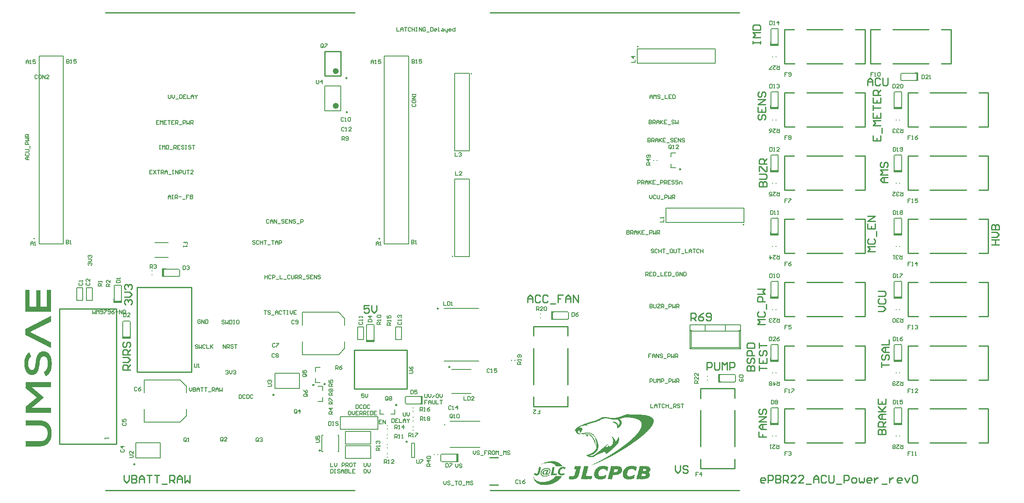
<source format=gto>
G04*
G04 #@! TF.GenerationSoftware,Altium Limited,Altium Designer,21.8.1 (53)*
G04*
G04 Layer_Color=65535*
%FSLAX23Y23*%
%MOIN*%
G70*
G04*
G04 #@! TF.SameCoordinates,5902FB8D-61F4-4A33-80A6-77BEAA8E0702*
G04*
G04*
G04 #@! TF.FilePolarity,Positive*
G04*
G01*
G75*
%ADD10C,0.008*%
%ADD11C,0.008*%
%ADD12C,0.010*%
%ADD13C,0.006*%
%ADD14C,0.024*%
%ADD15C,0.010*%
%ADD16C,0.005*%
%ADD17C,0.007*%
%ADD18R,0.007X0.026*%
%ADD19R,0.067X0.018*%
%ADD20R,0.007X0.023*%
%ADD21R,0.026X0.007*%
%ADD22R,0.018X0.067*%
%ADD23R,0.023X0.007*%
G36*
X938Y2513D02*
X734D01*
Y2686D01*
X736D01*
Y2685D01*
X769D01*
Y2553D01*
X821D01*
Y2681D01*
X853D01*
Y2553D01*
X903D01*
Y2554D01*
X904D01*
Y2686D01*
X905D01*
Y2685D01*
X936D01*
Y2686D01*
X938D01*
Y2513D01*
D02*
G37*
G36*
Y2434D02*
X936D01*
Y2433D01*
X935D01*
Y2432D01*
X932D01*
Y2431D01*
X931D01*
Y2430D01*
X927D01*
Y2428D01*
X923D01*
Y2426D01*
X919D01*
Y2423D01*
X915D01*
Y2421D01*
X910D01*
Y2419D01*
X906D01*
Y2417D01*
X902D01*
Y2415D01*
X898D01*
Y2413D01*
X893D01*
Y2411D01*
X889D01*
Y2408D01*
X885D01*
Y2407D01*
X884D01*
Y2406D01*
X880D01*
Y2404D01*
X876D01*
Y2403D01*
X875D01*
Y2402D01*
X872D01*
Y2401D01*
X871D01*
Y2400D01*
X868D01*
Y2399D01*
X867D01*
Y2398D01*
X863D01*
Y2397D01*
X862D01*
Y2396D01*
X859D01*
Y2395D01*
X858D01*
Y2394D01*
X855D01*
Y2393D01*
X854D01*
Y2391D01*
X851D01*
Y2390D01*
X850D01*
Y2389D01*
X846D01*
Y2388D01*
X845D01*
Y2387D01*
X842D01*
Y2386D01*
X841D01*
Y2385D01*
X838D01*
Y2384D01*
X837D01*
Y2383D01*
X834D01*
Y2382D01*
X833D01*
Y2381D01*
X829D01*
Y2380D01*
X828D01*
Y2379D01*
X825D01*
Y2378D01*
X824D01*
Y2377D01*
X821D01*
Y2375D01*
X820D01*
Y2374D01*
X817D01*
Y2373D01*
X816D01*
Y2372D01*
X812D01*
Y2371D01*
X811D01*
Y2370D01*
X808D01*
Y2369D01*
X806D01*
Y2368D01*
X804D01*
Y2367D01*
X802D01*
Y2366D01*
X800D01*
Y2365D01*
X797D01*
Y2364D01*
X795D01*
Y2363D01*
X793D01*
Y2362D01*
X791D01*
Y2361D01*
X789D01*
Y2360D01*
X787D01*
Y2358D01*
X785D01*
Y2357D01*
X783D01*
Y2356D01*
X780D01*
Y2355D01*
X777D01*
Y2354D01*
X776D01*
Y2353D01*
X774D01*
Y2349D01*
X776D01*
Y2348D01*
X777D01*
Y2347D01*
X780D01*
Y2346D01*
X783D01*
Y2345D01*
X785D01*
Y2344D01*
X787D01*
Y2342D01*
X789D01*
Y2341D01*
X791D01*
Y2340D01*
X793D01*
Y2339D01*
X795D01*
Y2338D01*
X800D01*
Y2336D01*
X804D01*
Y2334D01*
X808D01*
Y2332D01*
X812D01*
Y2330D01*
X817D01*
Y2328D01*
X821D01*
Y2325D01*
X825D01*
Y2323D01*
X829D01*
Y2322D01*
X830D01*
Y2321D01*
X834D01*
Y2320D01*
X836D01*
Y2319D01*
X838D01*
Y2318D01*
X840D01*
Y2317D01*
X842D01*
Y2316D01*
X844D01*
Y2315D01*
X846D01*
Y2314D01*
X849D01*
Y2313D01*
X851D01*
Y2312D01*
X853D01*
Y2311D01*
X855D01*
Y2309D01*
X857D01*
Y2308D01*
X861D01*
Y2306D01*
X866D01*
Y2304D01*
X870D01*
Y2302D01*
X874D01*
Y2300D01*
X878D01*
Y2298D01*
X883D01*
Y2296D01*
X887D01*
Y2295D01*
X888D01*
Y2294D01*
X891D01*
Y2292D01*
X893D01*
Y2291D01*
X895D01*
Y2290D01*
X898D01*
Y2289D01*
X900D01*
Y2287D01*
X904D01*
Y2285D01*
X908D01*
Y2283D01*
X912D01*
Y2281D01*
X917D01*
Y2279D01*
X920D01*
Y2278D01*
X921D01*
Y2276D01*
X924D01*
Y2275D01*
X925D01*
Y2274D01*
X928D01*
Y2273D01*
X929D01*
Y2272D01*
X934D01*
Y2270D01*
X936D01*
Y2269D01*
X938D01*
Y2224D01*
X937D01*
Y2225D01*
X934D01*
Y2227D01*
X929D01*
Y2230D01*
X926D01*
Y2231D01*
X925D01*
Y2232D01*
X922D01*
Y2233D01*
X921D01*
Y2234D01*
X918D01*
Y2235D01*
X917D01*
Y2236D01*
X913D01*
Y2237D01*
X912D01*
Y2238D01*
X909D01*
Y2239D01*
X908D01*
Y2240D01*
X905D01*
Y2241D01*
X904D01*
Y2242D01*
X901D01*
Y2243D01*
X900D01*
Y2245D01*
X898D01*
Y2246D01*
X896D01*
Y2247D01*
X893D01*
Y2248D01*
X892D01*
Y2249D01*
X889D01*
Y2250D01*
X888D01*
Y2251D01*
X885D01*
Y2252D01*
X884D01*
Y2253D01*
X880D01*
Y2254D01*
X879D01*
Y2255D01*
X876D01*
Y2256D01*
X874D01*
Y2257D01*
X872D01*
Y2259D01*
X868D01*
Y2262D01*
X863D01*
Y2264D01*
X859D01*
Y2266D01*
X855D01*
Y2268D01*
X851D01*
Y2269D01*
X850D01*
Y2270D01*
X847D01*
Y2271D01*
X846D01*
Y2272D01*
X843D01*
Y2273D01*
X842D01*
Y2274D01*
X839D01*
Y2275D01*
X838D01*
Y2276D01*
X835D01*
Y2278D01*
X834D01*
Y2279D01*
X830D01*
Y2280D01*
X829D01*
Y2281D01*
X825D01*
Y2283D01*
X821D01*
Y2285D01*
X818D01*
Y2286D01*
X817D01*
Y2287D01*
X814D01*
Y2288D01*
X812D01*
Y2289D01*
X810D01*
Y2290D01*
X808D01*
Y2291D01*
X806D01*
Y2292D01*
X804D01*
Y2294D01*
X802D01*
Y2295D01*
X800D01*
Y2296D01*
X796D01*
Y2297D01*
X795D01*
Y2298D01*
X793D01*
Y2299D01*
X791D01*
Y2300D01*
X789D01*
Y2301D01*
X788D01*
Y2302D01*
X785D01*
Y2303D01*
X784D01*
Y2304D01*
X780D01*
Y2305D01*
X779D01*
Y2306D01*
X776D01*
Y2307D01*
X775D01*
Y2308D01*
X772D01*
Y2309D01*
X771D01*
Y2311D01*
X768D01*
Y2312D01*
X767D01*
Y2313D01*
X763D01*
Y2315D01*
X759D01*
Y2317D01*
X755D01*
Y2319D01*
X751D01*
Y2321D01*
X746D01*
Y2323D01*
X742D01*
Y2325D01*
X738D01*
Y2328D01*
X735D01*
Y2329D01*
X734D01*
Y2374D01*
X735D01*
Y2375D01*
X736D01*
Y2377D01*
X740D01*
Y2379D01*
X744D01*
Y2381D01*
X748D01*
Y2383D01*
X753D01*
Y2385D01*
X757D01*
Y2387D01*
X760D01*
Y2388D01*
X761D01*
Y2389D01*
X763D01*
Y2390D01*
X765D01*
Y2391D01*
X768D01*
Y2393D01*
X770D01*
Y2394D01*
X773D01*
Y2395D01*
X774D01*
Y2396D01*
X777D01*
Y2397D01*
X778D01*
Y2398D01*
X781D01*
Y2399D01*
X783D01*
Y2400D01*
X786D01*
Y2401D01*
X787D01*
Y2402D01*
X789D01*
Y2403D01*
X790D01*
Y2404D01*
X793D01*
Y2405D01*
X794D01*
Y2406D01*
X797D01*
Y2407D01*
X798D01*
Y2408D01*
X802D01*
Y2410D01*
X803D01*
Y2411D01*
X806D01*
Y2412D01*
X807D01*
Y2413D01*
X810D01*
Y2414D01*
X811D01*
Y2415D01*
X814D01*
Y2416D01*
X816D01*
Y2417D01*
X819D01*
Y2419D01*
X823D01*
Y2421D01*
X827D01*
Y2423D01*
X831D01*
Y2426D01*
X836D01*
Y2428D01*
X840D01*
Y2430D01*
X843D01*
Y2431D01*
X844D01*
Y2432D01*
X847D01*
Y2433D01*
X849D01*
Y2434D01*
X852D01*
Y2435D01*
X853D01*
Y2436D01*
X856D01*
Y2437D01*
X857D01*
Y2438D01*
X860D01*
Y2439D01*
X861D01*
Y2440D01*
X865D01*
Y2442D01*
X866D01*
Y2443D01*
X869D01*
Y2444D01*
X870D01*
Y2445D01*
X872D01*
Y2446D01*
X873D01*
Y2447D01*
X876D01*
Y2448D01*
X877D01*
Y2449D01*
X880D01*
Y2450D01*
X882D01*
Y2451D01*
X885D01*
Y2452D01*
X887D01*
Y2453D01*
X889D01*
Y2454D01*
X891D01*
Y2455D01*
X893D01*
Y2456D01*
X895D01*
Y2457D01*
X898D01*
Y2459D01*
X900D01*
Y2460D01*
X902D01*
Y2462D01*
X906D01*
Y2464D01*
X910D01*
Y2466D01*
X915D01*
Y2467D01*
X916D01*
Y2468D01*
X919D01*
Y2469D01*
X920D01*
Y2470D01*
X923D01*
Y2471D01*
X924D01*
Y2472D01*
X927D01*
Y2473D01*
X928D01*
Y2475D01*
X931D01*
Y2476D01*
X932D01*
Y2477D01*
X936D01*
Y2479D01*
X938D01*
Y2434D01*
D02*
G37*
G36*
X886Y2198D02*
X893D01*
Y2197D01*
X894D01*
Y2196D01*
X900D01*
Y2194D01*
X902D01*
Y2193D01*
X906D01*
Y2191D01*
X908D01*
Y2190D01*
X909D01*
Y2189D01*
X912D01*
Y2187D01*
X915D01*
Y2186D01*
X916D01*
Y2185D01*
X917D01*
Y2184D01*
X918D01*
Y2183D01*
X919D01*
Y2182D01*
X920D01*
Y2181D01*
X921D01*
Y2179D01*
X923D01*
Y2176D01*
X924D01*
Y2175D01*
X925D01*
Y2173D01*
X926D01*
Y2172D01*
X927D01*
Y2170D01*
X928D01*
Y2169D01*
X929D01*
Y2166D01*
X931D01*
Y2165D01*
X932D01*
Y2161D01*
X933D01*
Y2160D01*
X934D01*
Y2156D01*
X935D01*
Y2155D01*
X936D01*
Y2151D01*
X937D01*
Y2149D01*
X938D01*
Y2143D01*
X939D01*
Y2141D01*
X940D01*
Y2133D01*
X941D01*
Y2131D01*
X942D01*
Y2115D01*
X943D01*
Y2113D01*
X944D01*
Y2088D01*
X943D01*
Y2087D01*
X942D01*
Y2071D01*
X941D01*
Y2068D01*
X940D01*
Y2059D01*
X939D01*
Y2057D01*
X938D01*
Y2052D01*
X937D01*
Y2050D01*
X936D01*
Y2045D01*
X935D01*
Y2043D01*
X934D01*
Y2040D01*
X933D01*
Y2039D01*
X932D01*
Y2036D01*
X931D01*
Y2035D01*
X929D01*
Y2032D01*
X928D01*
Y2031D01*
X927D01*
Y2028D01*
X926D01*
Y2027D01*
X925D01*
Y2025D01*
X924D01*
Y2024D01*
X923D01*
Y2022D01*
X922D01*
Y2021D01*
X921D01*
Y2020D01*
X920D01*
Y2019D01*
X919D01*
Y2018D01*
X918D01*
Y2017D01*
X917D01*
Y2015D01*
X915D01*
Y2013D01*
X913D01*
Y2012D01*
X912D01*
Y2011D01*
X911D01*
Y2010D01*
X909D01*
Y2009D01*
X908D01*
Y2008D01*
X906D01*
Y2006D01*
X904D01*
Y2005D01*
X902D01*
Y2004D01*
X900D01*
Y2002D01*
X896D01*
Y2001D01*
X895D01*
Y2003D01*
X894D01*
Y2004D01*
X893D01*
Y2007D01*
X892D01*
Y2008D01*
X891D01*
Y2012D01*
X890D01*
Y2013D01*
X889D01*
Y2017D01*
X888D01*
Y2018D01*
X887D01*
Y2021D01*
X886D01*
Y2022D01*
X885D01*
Y2025D01*
X884D01*
Y2027D01*
X883D01*
Y2031D01*
X882D01*
Y2032D01*
X880D01*
Y2036D01*
X884D01*
Y2037D01*
X885D01*
Y2038D01*
X887D01*
Y2039D01*
X888D01*
Y2040D01*
X889D01*
Y2042D01*
X892D01*
Y2043D01*
X893D01*
Y2045D01*
X894D01*
Y2046D01*
X895D01*
Y2048D01*
X896D01*
Y2049D01*
X898D01*
Y2051D01*
X899D01*
Y2052D01*
X900D01*
Y2054D01*
X901D01*
Y2055D01*
X902D01*
Y2058D01*
X903D01*
Y2059D01*
X904D01*
Y2062D01*
X905D01*
Y2064D01*
X906D01*
Y2069D01*
X907D01*
Y2070D01*
X908D01*
Y2075D01*
X909D01*
Y2076D01*
X910D01*
Y2084D01*
X911D01*
Y2091D01*
X912D01*
Y2115D01*
X911D01*
Y2120D01*
X910D01*
Y2128D01*
X909D01*
Y2130D01*
X908D01*
Y2135D01*
X907D01*
Y2136D01*
X906D01*
Y2140D01*
X905D01*
Y2141D01*
X904D01*
Y2143D01*
X903D01*
Y2144D01*
X902D01*
Y2147D01*
X901D01*
Y2148D01*
X900D01*
Y2150D01*
X898D01*
Y2152D01*
X895D01*
Y2153D01*
X894D01*
Y2154D01*
X893D01*
Y2155D01*
X890D01*
Y2156D01*
X889D01*
Y2157D01*
X883D01*
Y2158D01*
X876D01*
Y2157D01*
X870D01*
Y2156D01*
X869D01*
Y2155D01*
X867D01*
Y2154D01*
X866D01*
Y2153D01*
X863D01*
Y2151D01*
X861D01*
Y2149D01*
X860D01*
Y2148D01*
X859D01*
Y2146D01*
X858D01*
Y2144D01*
X857D01*
Y2141D01*
X856D01*
Y2140D01*
X855D01*
Y2137D01*
X854D01*
Y2136D01*
X853D01*
Y2131D01*
X852D01*
Y2128D01*
X851D01*
Y2121D01*
X850D01*
Y2120D01*
X849D01*
Y2110D01*
X847D01*
Y2104D01*
X846D01*
Y2089D01*
X845D01*
Y2088D01*
X844D01*
Y2077D01*
X843D01*
Y2074D01*
X842D01*
Y2066D01*
X841D01*
Y2065D01*
X840D01*
Y2058D01*
X839D01*
Y2057D01*
X838D01*
Y2051D01*
X837D01*
Y2050D01*
X836D01*
Y2045D01*
X835D01*
Y2044D01*
X834D01*
Y2041D01*
X833D01*
Y2040D01*
X831D01*
Y2037D01*
X830D01*
Y2036D01*
X829D01*
Y2034D01*
X828D01*
Y2033D01*
X827D01*
Y2031D01*
X826D01*
Y2029D01*
X825D01*
Y2027D01*
X823D01*
Y2025D01*
X821D01*
Y2023D01*
X819D01*
Y2021D01*
X817D01*
Y2019D01*
X813D01*
Y2018D01*
X812D01*
Y2017D01*
X809D01*
Y2016D01*
X808D01*
Y2015D01*
X804D01*
Y2013D01*
X803D01*
Y2012D01*
X797D01*
Y2011D01*
X791D01*
Y2010D01*
X780D01*
Y2011D01*
X776D01*
Y2012D01*
X770D01*
Y2015D01*
X764D01*
Y2016D01*
X763D01*
Y2017D01*
X761D01*
Y2019D01*
X758D01*
Y2020D01*
X757D01*
Y2021D01*
X755D01*
Y2023D01*
X753D01*
Y2024D01*
X752D01*
Y2025D01*
X751D01*
Y2027D01*
X748D01*
Y2029D01*
X747D01*
Y2031D01*
X746D01*
Y2033D01*
X744D01*
Y2035D01*
X743D01*
Y2036D01*
X742D01*
Y2039D01*
X741D01*
Y2040D01*
X740D01*
Y2043D01*
X739D01*
Y2044D01*
X738D01*
Y2048D01*
X737D01*
Y2049D01*
X736D01*
Y2053D01*
X735D01*
Y2054D01*
X734D01*
Y2059D01*
X732D01*
Y2061D01*
X731D01*
Y2069D01*
X730D01*
Y2071D01*
X729D01*
Y2081D01*
X728D01*
Y2088D01*
X727D01*
Y2115D01*
X728D01*
Y2122D01*
X729D01*
Y2134D01*
X730D01*
Y2136D01*
X731D01*
Y2142D01*
X732D01*
Y2144D01*
X734D01*
Y2150D01*
X735D01*
Y2151D01*
X736D01*
Y2155D01*
X737D01*
Y2156D01*
X738D01*
Y2160D01*
X739D01*
Y2161D01*
X740D01*
Y2165D01*
X741D01*
Y2166D01*
X742D01*
Y2168D01*
X743D01*
Y2169D01*
X744D01*
Y2171D01*
X745D01*
Y2172D01*
X746D01*
Y2174D01*
X747D01*
Y2175D01*
X748D01*
Y2176D01*
X750D01*
Y2177D01*
X751D01*
Y2179D01*
X752D01*
Y2180D01*
X753D01*
Y2181D01*
X754D01*
Y2182D01*
X755D01*
Y2183D01*
X757D01*
Y2185D01*
X759D01*
Y2187D01*
X761D01*
Y2188D01*
X762D01*
Y2189D01*
X764D01*
Y2190D01*
X765D01*
Y2189D01*
X767D01*
Y2188D01*
X768D01*
Y2185D01*
X769D01*
Y2184D01*
X770D01*
Y2180D01*
X771D01*
Y2179D01*
X772D01*
Y2175D01*
X773D01*
Y2173D01*
X774D01*
Y2170D01*
X775D01*
Y2169D01*
X776D01*
Y2166D01*
X777D01*
Y2165D01*
X778D01*
Y2161D01*
X779D01*
Y2160D01*
X780D01*
Y2157D01*
X778D01*
Y2155D01*
X776D01*
Y2153D01*
X774D01*
Y2151D01*
X772D01*
Y2149D01*
X771D01*
Y2148D01*
X770D01*
Y2144D01*
X769D01*
Y2143D01*
X768D01*
Y2141D01*
X767D01*
Y2140D01*
X765D01*
Y2137D01*
X764D01*
Y2135D01*
X763D01*
Y2131D01*
X762D01*
Y2130D01*
X761D01*
Y2124D01*
X760D01*
Y2122D01*
X759D01*
Y2113D01*
X758D01*
Y2110D01*
X757D01*
Y2091D01*
X758D01*
Y2089D01*
X759D01*
Y2078D01*
X760D01*
Y2077D01*
X761D01*
Y2072D01*
X762D01*
Y2071D01*
X763D01*
Y2067D01*
X764D01*
Y2066D01*
X765D01*
Y2064D01*
X767D01*
Y2062D01*
X768D01*
Y2060D01*
X769D01*
Y2059D01*
X770D01*
Y2058D01*
X771D01*
Y2057D01*
X772D01*
Y2055D01*
X775D01*
Y2054D01*
X776D01*
Y2053D01*
X780D01*
Y2051D01*
X793D01*
Y2052D01*
X794D01*
Y2053D01*
X797D01*
Y2055D01*
X800D01*
Y2057D01*
X802D01*
Y2059D01*
X804D01*
Y2062D01*
X805D01*
Y2064D01*
X806D01*
Y2067D01*
X807D01*
Y2068D01*
X808D01*
Y2071D01*
X809D01*
Y2073D01*
X810D01*
Y2079D01*
X811D01*
Y2081D01*
X812D01*
Y2090D01*
X813D01*
Y2095D01*
X814D01*
Y2109D01*
X816D01*
Y2111D01*
X817D01*
Y2123D01*
X818D01*
Y2127D01*
X819D01*
Y2136D01*
X820D01*
Y2138D01*
X821D01*
Y2146D01*
X822D01*
Y2148D01*
X823D01*
Y2152D01*
X824D01*
Y2154D01*
X825D01*
Y2159D01*
X826D01*
Y2160D01*
X827D01*
Y2165D01*
X829D01*
Y2169D01*
X830D01*
Y2170D01*
X831D01*
Y2173D01*
X834D01*
Y2176D01*
X836D01*
Y2179D01*
X837D01*
Y2180D01*
X838D01*
Y2182D01*
X840D01*
Y2184D01*
X841D01*
Y2185D01*
X842D01*
Y2186D01*
X843D01*
Y2187D01*
X845D01*
Y2188D01*
X846D01*
Y2189D01*
X847D01*
Y2190D01*
X849D01*
Y2191D01*
X852D01*
Y2192D01*
X853D01*
Y2193D01*
X857D01*
Y2196D01*
X862D01*
Y2197D01*
X863D01*
Y2198D01*
X873D01*
Y2199D01*
X876D01*
Y2198D01*
X883D01*
Y2199D01*
X886D01*
Y2198D01*
D02*
G37*
G36*
X938Y1914D02*
X793D01*
Y1916D01*
X789D01*
Y1911D01*
X790D01*
Y1910D01*
X791D01*
Y1909D01*
X792D01*
Y1908D01*
X794D01*
Y1907D01*
X795D01*
Y1906D01*
X796D01*
Y1905D01*
X797D01*
Y1904D01*
X800D01*
Y1903D01*
X801D01*
Y1902D01*
X802D01*
Y1900D01*
X804D01*
Y1898D01*
X805D01*
Y1897D01*
X806D01*
Y1896D01*
X807D01*
Y1895D01*
X808D01*
Y1894D01*
X809D01*
Y1893D01*
X812D01*
Y1891D01*
X814D01*
Y1889D01*
X817D01*
Y1888D01*
X818D01*
Y1887D01*
X819D01*
Y1886D01*
X820D01*
Y1885D01*
X821D01*
Y1884D01*
X822D01*
Y1883D01*
X824D01*
Y1881D01*
X825D01*
Y1880D01*
X826D01*
Y1879D01*
X827D01*
Y1878D01*
X829D01*
Y1877D01*
X830D01*
Y1876D01*
X831D01*
Y1874D01*
X834D01*
Y1873D01*
X835D01*
Y1872D01*
X836D01*
Y1871D01*
X838D01*
Y1870D01*
X839D01*
Y1869D01*
X840D01*
Y1868D01*
X842D01*
Y1865D01*
X844D01*
Y1863D01*
X846D01*
Y1862D01*
X847D01*
Y1861D01*
X849D01*
Y1860D01*
X850D01*
Y1859D01*
X852D01*
Y1858D01*
X853D01*
Y1857D01*
X854D01*
Y1856D01*
X855D01*
Y1855D01*
X856D01*
Y1854D01*
X857D01*
Y1853D01*
X859D01*
Y1852D01*
X860D01*
Y1851D01*
X861D01*
Y1848D01*
X865D01*
Y1847D01*
X866D01*
Y1846D01*
X867D01*
Y1845D01*
X868D01*
Y1844D01*
X869D01*
Y1843D01*
X870D01*
Y1842D01*
X872D01*
Y1840D01*
X874D01*
Y1838D01*
X876D01*
Y1837D01*
X877D01*
Y1836D01*
X878D01*
Y1828D01*
X877D01*
Y1827D01*
X875D01*
Y1826D01*
X874D01*
Y1825D01*
X873D01*
Y1824D01*
X872D01*
Y1823D01*
X870D01*
Y1821D01*
X868D01*
Y1819D01*
X865D01*
Y1818D01*
X863D01*
Y1817D01*
X862D01*
Y1815D01*
X861D01*
Y1814D01*
X859D01*
Y1812D01*
X857D01*
Y1810D01*
X855D01*
Y1809D01*
X854D01*
Y1808D01*
X853D01*
Y1807D01*
X852D01*
Y1806D01*
X850D01*
Y1805D01*
X849D01*
Y1804D01*
X847D01*
Y1803D01*
X846D01*
Y1802D01*
X844D01*
Y1799D01*
X842D01*
Y1797D01*
X839D01*
Y1796D01*
X838D01*
Y1795D01*
X837D01*
Y1794D01*
X836D01*
Y1793D01*
X835D01*
Y1792D01*
X834D01*
Y1791D01*
X831D01*
Y1789D01*
X829D01*
Y1788D01*
X828D01*
Y1787D01*
X827D01*
Y1786D01*
X826D01*
Y1785D01*
X824D01*
Y1784D01*
X823D01*
Y1782D01*
X822D01*
Y1781D01*
X821D01*
Y1780D01*
X819D01*
Y1779D01*
X818D01*
Y1778D01*
X817D01*
Y1776D01*
X813D01*
Y1775D01*
X812D01*
Y1774D01*
X811D01*
Y1773D01*
X810D01*
Y1772D01*
X809D01*
Y1771D01*
X808D01*
Y1770D01*
X806D01*
Y1768D01*
X804D01*
Y1766D01*
X803D01*
Y1765D01*
X802D01*
Y1764D01*
X801D01*
Y1763D01*
X798D01*
Y1762D01*
X797D01*
Y1761D01*
X796D01*
Y1760D01*
X795D01*
Y1759D01*
X793D01*
Y1758D01*
X792D01*
Y1757D01*
X790D01*
Y1755D01*
X789D01*
Y1750D01*
X938D01*
Y1710D01*
X735D01*
Y1712D01*
X736D01*
Y1757D01*
X735D01*
Y1758D01*
X736D01*
Y1760D01*
X737D01*
Y1761D01*
X739D01*
Y1762D01*
X740D01*
Y1763D01*
X742D01*
Y1765D01*
X743D01*
Y1766D01*
X744D01*
Y1768D01*
X746D01*
Y1769D01*
X747D01*
Y1770D01*
X750D01*
Y1771D01*
X751D01*
Y1772D01*
X752D01*
Y1773D01*
X753D01*
Y1774D01*
X754D01*
Y1775D01*
X755D01*
Y1776D01*
X757D01*
Y1778D01*
X759D01*
Y1779D01*
X760D01*
Y1780D01*
X762D01*
Y1781D01*
X763D01*
Y1782D01*
X764D01*
Y1784D01*
X765D01*
Y1785D01*
X768D01*
Y1787D01*
X770D01*
Y1788D01*
X771D01*
Y1789D01*
X772D01*
Y1790D01*
X773D01*
Y1791D01*
X774D01*
Y1792D01*
X776D01*
Y1793D01*
X777D01*
Y1794D01*
X778D01*
Y1795D01*
X779D01*
Y1796D01*
X780D01*
Y1797D01*
X783D01*
Y1799D01*
X785D01*
Y1801D01*
X786D01*
Y1802D01*
X788D01*
Y1803D01*
X789D01*
Y1804D01*
X790D01*
Y1805D01*
X791D01*
Y1806D01*
X793D01*
Y1808D01*
X795D01*
Y1809D01*
X796D01*
Y1810D01*
X797D01*
Y1811D01*
X798D01*
Y1812D01*
X801D01*
Y1813D01*
X802D01*
Y1814D01*
X803D01*
Y1815D01*
X804D01*
Y1817D01*
X806D01*
Y1819D01*
X808D01*
Y1821D01*
X811D01*
Y1822D01*
X812D01*
Y1823D01*
X813D01*
Y1824D01*
X814D01*
Y1825D01*
X817D01*
Y1827D01*
X819D01*
Y1829D01*
X822D01*
Y1830D01*
X823D01*
Y1836D01*
X821D01*
Y1838D01*
X819D01*
Y1839D01*
X818D01*
Y1840D01*
X817D01*
Y1841D01*
X814D01*
Y1843D01*
X812D01*
Y1844D01*
X810D01*
Y1846D01*
X808D01*
Y1847D01*
X807D01*
Y1848D01*
X806D01*
Y1850D01*
X805D01*
Y1851D01*
X803D01*
Y1852D01*
X802D01*
Y1853D01*
X801D01*
Y1854D01*
X800D01*
Y1855D01*
X798D01*
Y1856D01*
X797D01*
Y1857D01*
X795D01*
Y1859D01*
X793D01*
Y1860D01*
X791D01*
Y1861D01*
X790D01*
Y1862D01*
X789D01*
Y1863D01*
X787D01*
Y1865D01*
X785D01*
Y1868D01*
X783D01*
Y1869D01*
X781D01*
Y1870D01*
X780D01*
Y1871D01*
X779D01*
Y1872D01*
X776D01*
Y1874D01*
X774D01*
Y1876D01*
X772D01*
Y1877D01*
X771D01*
Y1878D01*
X770D01*
Y1880D01*
X767D01*
Y1881D01*
X765D01*
Y1883D01*
X764D01*
Y1884D01*
X763D01*
Y1885D01*
X761D01*
Y1887D01*
X759D01*
Y1889D01*
X757D01*
Y1890D01*
X756D01*
Y1891D01*
X755D01*
Y1892D01*
X754D01*
Y1893D01*
X751D01*
Y1895D01*
X748D01*
Y1897D01*
X746D01*
Y1898D01*
X745D01*
Y1900D01*
X744D01*
Y1902D01*
X741D01*
Y1903D01*
X740D01*
Y1904D01*
X739D01*
Y1905D01*
X738D01*
Y1906D01*
X736D01*
Y1908D01*
X735D01*
Y1910D01*
X736D01*
Y1955D01*
X735D01*
Y1956D01*
X736D01*
Y1957D01*
X737D01*
Y1956D01*
X937D01*
Y1957D01*
X938D01*
Y1914D01*
D02*
G37*
G36*
X5505Y1700D02*
Y1699D01*
X5510D01*
Y1699D01*
Y1698D01*
X5519D01*
Y1698D01*
Y1697D01*
X5552D01*
Y1698D01*
Y1698D01*
X5599D01*
Y1698D01*
Y1697D01*
X5607D01*
Y1697D01*
Y1696D01*
X5623D01*
Y1695D01*
Y1695D01*
X5631D01*
Y1694D01*
Y1694D01*
X5636D01*
Y1693D01*
Y1693D01*
X5642D01*
Y1692D01*
Y1692D01*
X5647D01*
Y1691D01*
Y1690D01*
X5652D01*
Y1690D01*
Y1689D01*
X5656D01*
Y1689D01*
Y1688D01*
X5660D01*
Y1688D01*
Y1687D01*
X5664D01*
Y1687D01*
Y1686D01*
X5666D01*
Y1685D01*
Y1685D01*
X5670D01*
Y1684D01*
Y1684D01*
X5672D01*
Y1683D01*
Y1683D01*
X5674D01*
Y1682D01*
Y1682D01*
X5676D01*
Y1681D01*
Y1680D01*
X5678D01*
Y1680D01*
Y1679D01*
X5680D01*
Y1679D01*
Y1678D01*
X5682D01*
Y1678D01*
Y1677D01*
X5683D01*
Y1677D01*
Y1676D01*
X5685D01*
Y1675D01*
Y1675D01*
X5686D01*
Y1674D01*
Y1674D01*
X5688D01*
Y1673D01*
Y1673D01*
X5690D01*
Y1672D01*
Y1672D01*
X5691D01*
Y1671D01*
Y1670D01*
X5692D01*
Y1670D01*
Y1669D01*
X5693D01*
Y1669D01*
Y1668D01*
X5694D01*
Y1668D01*
Y1667D01*
Y1667D01*
Y1666D01*
X5695D01*
Y1665D01*
Y1665D01*
X5696D01*
Y1664D01*
Y1664D01*
Y1663D01*
Y1663D01*
X5697D01*
Y1662D01*
Y1662D01*
Y1661D01*
Y1660D01*
X5698D01*
Y1660D01*
Y1659D01*
Y1659D01*
Y1658D01*
X5700D01*
Y1658D01*
Y1657D01*
Y1657D01*
Y1656D01*
Y1655D01*
Y1655D01*
Y1654D01*
Y1654D01*
X5701D01*
Y1653D01*
Y1653D01*
Y1652D01*
Y1652D01*
Y1651D01*
Y1650D01*
Y1650D01*
Y1649D01*
Y1649D01*
Y1648D01*
Y1648D01*
Y1647D01*
Y1647D01*
Y1646D01*
Y1645D01*
Y1645D01*
Y1644D01*
Y1644D01*
Y1643D01*
Y1643D01*
Y1642D01*
Y1642D01*
Y1641D01*
Y1641D01*
Y1640D01*
Y1639D01*
X5700D01*
Y1639D01*
Y1638D01*
Y1638D01*
Y1637D01*
Y1637D01*
Y1636D01*
Y1636D01*
Y1635D01*
Y1634D01*
Y1634D01*
X5698D01*
Y1633D01*
Y1633D01*
Y1632D01*
Y1632D01*
X5697D01*
Y1631D01*
Y1631D01*
Y1630D01*
Y1629D01*
Y1629D01*
Y1628D01*
X5696D01*
Y1628D01*
Y1627D01*
Y1627D01*
Y1626D01*
Y1626D01*
Y1625D01*
X5695D01*
Y1624D01*
Y1624D01*
Y1623D01*
Y1623D01*
X5694D01*
Y1622D01*
Y1622D01*
Y1621D01*
Y1621D01*
X5693D01*
Y1620D01*
Y1619D01*
Y1619D01*
Y1618D01*
X5692D01*
Y1618D01*
Y1617D01*
Y1617D01*
Y1616D01*
X5691D01*
Y1616D01*
Y1615D01*
Y1614D01*
Y1614D01*
X5690D01*
Y1613D01*
Y1613D01*
Y1612D01*
Y1612D01*
X5688D01*
Y1611D01*
Y1611D01*
Y1610D01*
Y1609D01*
X5687D01*
Y1609D01*
Y1608D01*
X5686D01*
Y1608D01*
Y1607D01*
Y1607D01*
Y1606D01*
X5685D01*
Y1606D01*
Y1605D01*
X5684D01*
Y1604D01*
Y1604D01*
Y1603D01*
Y1603D01*
X5683D01*
Y1602D01*
Y1602D01*
X5682D01*
Y1601D01*
Y1601D01*
X5681D01*
Y1600D01*
Y1599D01*
Y1599D01*
Y1598D01*
X5680D01*
Y1598D01*
Y1597D01*
X5678D01*
Y1597D01*
Y1596D01*
Y1596D01*
Y1595D01*
X5677D01*
Y1594D01*
Y1594D01*
X5676D01*
Y1593D01*
Y1593D01*
X5675D01*
Y1592D01*
Y1592D01*
X5674D01*
Y1591D01*
Y1591D01*
Y1590D01*
Y1589D01*
X5673D01*
Y1589D01*
Y1588D01*
X5672D01*
Y1588D01*
Y1587D01*
X5671D01*
Y1587D01*
Y1586D01*
X5670D01*
Y1586D01*
Y1585D01*
X5668D01*
Y1584D01*
Y1584D01*
X5667D01*
Y1583D01*
Y1583D01*
X5666D01*
Y1582D01*
Y1582D01*
Y1581D01*
Y1581D01*
X5665D01*
Y1580D01*
Y1579D01*
X5664D01*
Y1579D01*
Y1578D01*
X5663D01*
Y1578D01*
Y1577D01*
X5662D01*
Y1577D01*
Y1576D01*
X5661D01*
Y1576D01*
Y1575D01*
X5660D01*
Y1574D01*
Y1574D01*
X5658D01*
Y1573D01*
Y1573D01*
X5657D01*
Y1572D01*
Y1572D01*
X5656D01*
Y1571D01*
Y1571D01*
X5655D01*
Y1570D01*
Y1569D01*
X5654D01*
Y1569D01*
Y1568D01*
X5653D01*
Y1568D01*
Y1567D01*
X5652D01*
Y1567D01*
Y1566D01*
X5651D01*
Y1566D01*
Y1565D01*
Y1565D01*
Y1564D01*
X5650D01*
Y1563D01*
Y1563D01*
X5648D01*
Y1562D01*
Y1562D01*
X5647D01*
Y1561D01*
Y1561D01*
X5645D01*
Y1560D01*
Y1560D01*
X5644D01*
Y1559D01*
Y1558D01*
X5643D01*
Y1558D01*
Y1557D01*
X5642D01*
Y1557D01*
Y1556D01*
X5641D01*
Y1556D01*
Y1555D01*
X5640D01*
Y1555D01*
Y1554D01*
X5639D01*
Y1553D01*
Y1553D01*
X5637D01*
Y1552D01*
Y1552D01*
X5636D01*
Y1551D01*
Y1551D01*
X5635D01*
Y1550D01*
Y1550D01*
X5634D01*
Y1549D01*
Y1548D01*
X5633D01*
Y1548D01*
Y1547D01*
X5632D01*
Y1547D01*
Y1546D01*
X5631D01*
Y1546D01*
Y1545D01*
X5630D01*
Y1545D01*
Y1544D01*
X5629D01*
Y1543D01*
Y1543D01*
X5626D01*
Y1542D01*
Y1542D01*
X5625D01*
Y1541D01*
Y1541D01*
X5624D01*
Y1540D01*
Y1540D01*
X5623D01*
Y1539D01*
Y1538D01*
X5622D01*
Y1538D01*
Y1537D01*
X5621D01*
Y1537D01*
Y1536D01*
X5620D01*
Y1536D01*
Y1535D01*
X5619D01*
Y1535D01*
Y1534D01*
X5616D01*
Y1533D01*
Y1533D01*
X5615D01*
Y1532D01*
Y1532D01*
X5614D01*
Y1531D01*
Y1531D01*
X5613D01*
Y1530D01*
Y1530D01*
X5612D01*
Y1529D01*
Y1528D01*
X5610D01*
Y1528D01*
Y1527D01*
X5609D01*
Y1527D01*
Y1526D01*
X5607D01*
Y1526D01*
Y1525D01*
X5605D01*
Y1525D01*
Y1524D01*
X5604D01*
Y1523D01*
Y1523D01*
X5603D01*
Y1522D01*
Y1522D01*
X5602D01*
Y1521D01*
Y1521D01*
X5601D01*
Y1520D01*
Y1520D01*
X5599D01*
Y1519D01*
Y1518D01*
X5597D01*
Y1518D01*
Y1517D01*
X5596D01*
Y1517D01*
Y1516D01*
X5595D01*
Y1516D01*
Y1515D01*
X5593D01*
Y1515D01*
Y1514D01*
X5592D01*
Y1513D01*
Y1513D01*
X5591D01*
Y1512D01*
Y1512D01*
X5590D01*
Y1511D01*
Y1511D01*
X5587D01*
Y1510D01*
Y1510D01*
X5586D01*
Y1509D01*
Y1508D01*
X5584D01*
Y1508D01*
Y1507D01*
X5583D01*
Y1507D01*
Y1506D01*
X5582D01*
Y1506D01*
Y1505D01*
X5581D01*
Y1505D01*
Y1504D01*
X5579D01*
Y1503D01*
Y1503D01*
X5577D01*
Y1502D01*
Y1502D01*
X5576D01*
Y1501D01*
Y1501D01*
X5575D01*
Y1500D01*
Y1500D01*
X5573D01*
Y1499D01*
Y1498D01*
X5571D01*
Y1498D01*
Y1497D01*
X5570D01*
Y1497D01*
Y1496D01*
X5569D01*
Y1496D01*
Y1495D01*
X5568D01*
Y1495D01*
Y1494D01*
X5565D01*
Y1493D01*
Y1493D01*
X5564D01*
Y1492D01*
Y1492D01*
X5563D01*
Y1491D01*
Y1491D01*
X5561D01*
Y1490D01*
Y1490D01*
X5560D01*
Y1489D01*
Y1489D01*
X5559D01*
Y1488D01*
Y1487D01*
X5556D01*
Y1487D01*
Y1486D01*
X5555D01*
Y1486D01*
Y1485D01*
X5553D01*
Y1485D01*
Y1484D01*
X5552D01*
Y1484D01*
Y1483D01*
X5551D01*
Y1482D01*
Y1482D01*
X5549D01*
Y1481D01*
Y1481D01*
X5548D01*
Y1480D01*
Y1480D01*
X5545D01*
Y1479D01*
Y1479D01*
X5544D01*
Y1478D01*
Y1477D01*
X5542D01*
Y1477D01*
Y1476D01*
X5541D01*
Y1476D01*
Y1475D01*
X5540D01*
Y1475D01*
Y1474D01*
X5538D01*
Y1474D01*
Y1473D01*
X5536D01*
Y1472D01*
Y1472D01*
X5534D01*
Y1471D01*
Y1471D01*
X5533D01*
Y1470D01*
Y1470D01*
X5532D01*
Y1469D01*
Y1469D01*
X5530D01*
Y1468D01*
Y1467D01*
X5529D01*
Y1467D01*
Y1466D01*
X5526D01*
Y1466D01*
Y1465D01*
X5525D01*
Y1465D01*
Y1464D01*
X5523D01*
Y1464D01*
Y1463D01*
X5522D01*
Y1462D01*
Y1462D01*
X5520D01*
Y1461D01*
Y1461D01*
X5519D01*
Y1460D01*
Y1460D01*
X5516D01*
Y1459D01*
Y1459D01*
X5515D01*
Y1458D01*
Y1457D01*
X5513D01*
Y1457D01*
Y1456D01*
X5512D01*
Y1456D01*
Y1455D01*
X5510D01*
Y1455D01*
Y1454D01*
X5509D01*
Y1454D01*
Y1453D01*
X5506D01*
Y1452D01*
Y1452D01*
X5505D01*
Y1451D01*
Y1451D01*
X5503D01*
Y1450D01*
Y1450D01*
X5502D01*
Y1449D01*
Y1449D01*
X5500D01*
Y1448D01*
Y1447D01*
X5499D01*
Y1447D01*
Y1446D01*
X5496D01*
Y1446D01*
Y1445D01*
X5495D01*
Y1445D01*
Y1444D01*
X5493D01*
Y1444D01*
Y1443D01*
X5492D01*
Y1442D01*
Y1442D01*
X5490D01*
Y1441D01*
Y1441D01*
X5488D01*
Y1440D01*
Y1440D01*
X5487D01*
Y1439D01*
Y1439D01*
X5485D01*
Y1438D01*
Y1437D01*
X5483D01*
Y1437D01*
Y1436D01*
X5481D01*
Y1436D01*
Y1435D01*
X5480D01*
Y1435D01*
Y1434D01*
X5478D01*
Y1434D01*
Y1433D01*
X5475D01*
Y1432D01*
Y1432D01*
X5474D01*
Y1431D01*
Y1431D01*
X5472D01*
Y1430D01*
Y1430D01*
X5471D01*
Y1429D01*
Y1429D01*
X5469D01*
Y1428D01*
Y1427D01*
X5468D01*
Y1427D01*
Y1426D01*
X5465D01*
Y1426D01*
Y1425D01*
X5463D01*
Y1425D01*
Y1424D01*
X5462D01*
Y1424D01*
Y1423D01*
X5460D01*
Y1422D01*
Y1422D01*
X5458D01*
Y1421D01*
Y1421D01*
X5457D01*
Y1420D01*
Y1420D01*
X5454D01*
Y1419D01*
Y1419D01*
X5453D01*
Y1418D01*
Y1417D01*
X5451D01*
Y1417D01*
Y1416D01*
X5449D01*
Y1416D01*
Y1415D01*
X5448D01*
Y1415D01*
Y1414D01*
X5445D01*
Y1414D01*
Y1413D01*
X5443D01*
Y1413D01*
Y1412D01*
X5441D01*
Y1411D01*
Y1411D01*
X5440D01*
Y1410D01*
Y1410D01*
X5438D01*
Y1409D01*
Y1409D01*
X5437D01*
Y1408D01*
Y1408D01*
X5434D01*
Y1407D01*
Y1406D01*
X5432D01*
Y1406D01*
Y1405D01*
X5430D01*
Y1405D01*
Y1404D01*
X5429D01*
Y1404D01*
Y1403D01*
X5427D01*
Y1403D01*
Y1402D01*
X5424D01*
Y1401D01*
Y1401D01*
X5423D01*
Y1400D01*
Y1400D01*
X5421D01*
Y1399D01*
Y1399D01*
X5419D01*
Y1398D01*
Y1398D01*
X5417D01*
Y1397D01*
Y1396D01*
X5416D01*
Y1396D01*
Y1395D01*
X5413D01*
Y1395D01*
Y1394D01*
X5411D01*
Y1394D01*
Y1393D01*
X5410D01*
Y1393D01*
Y1392D01*
X5408D01*
Y1391D01*
Y1391D01*
X5404D01*
Y1390D01*
Y1390D01*
X5403D01*
Y1389D01*
Y1389D01*
X5401D01*
Y1388D01*
Y1388D01*
X5400D01*
Y1387D01*
Y1386D01*
X5398D01*
Y1386D01*
Y1385D01*
X5396D01*
Y1385D01*
Y1384D01*
X5393D01*
Y1384D01*
Y1383D01*
X5391D01*
Y1383D01*
Y1382D01*
X5390D01*
Y1381D01*
Y1381D01*
X5388D01*
Y1380D01*
Y1380D01*
X5386D01*
Y1379D01*
Y1379D01*
X5383D01*
Y1378D01*
Y1378D01*
X5381D01*
Y1377D01*
Y1376D01*
X5379D01*
Y1376D01*
Y1375D01*
X5377D01*
Y1375D01*
Y1374D01*
X5376D01*
Y1374D01*
Y1373D01*
X5373D01*
Y1373D01*
Y1372D01*
X5371D01*
Y1371D01*
Y1371D01*
X5369D01*
Y1370D01*
Y1370D01*
X5368D01*
Y1369D01*
Y1369D01*
X5366D01*
Y1368D01*
Y1368D01*
X5363D01*
Y1367D01*
Y1366D01*
X5361D01*
Y1366D01*
Y1365D01*
X5359D01*
Y1365D01*
Y1364D01*
X5357D01*
Y1364D01*
Y1363D01*
X5354D01*
Y1363D01*
Y1362D01*
X5352D01*
Y1361D01*
Y1361D01*
X5351D01*
Y1360D01*
Y1360D01*
X5349D01*
Y1359D01*
Y1359D01*
X5347D01*
Y1358D01*
Y1358D01*
X5344D01*
Y1357D01*
Y1356D01*
X5342D01*
Y1356D01*
Y1355D01*
X5340D01*
Y1355D01*
Y1354D01*
X5338D01*
Y1354D01*
Y1353D01*
X5336D01*
Y1353D01*
Y1352D01*
X5333D01*
Y1351D01*
Y1351D01*
X5331D01*
Y1350D01*
Y1350D01*
X5329D01*
Y1349D01*
Y1349D01*
X5327D01*
Y1348D01*
Y1348D01*
X5325D01*
Y1347D01*
Y1346D01*
X5322D01*
Y1346D01*
Y1345D01*
X5320D01*
Y1345D01*
Y1344D01*
X5318D01*
Y1344D01*
Y1343D01*
X5316D01*
Y1343D01*
Y1342D01*
X5313D01*
Y1341D01*
Y1341D01*
X5311D01*
Y1340D01*
Y1340D01*
X5309D01*
Y1339D01*
Y1339D01*
X5307D01*
Y1338D01*
Y1338D01*
X5305D01*
Y1337D01*
Y1337D01*
X5302D01*
Y1336D01*
Y1335D01*
X5300D01*
Y1335D01*
Y1334D01*
X5298D01*
Y1334D01*
Y1333D01*
X5296D01*
Y1333D01*
Y1332D01*
X5293D01*
Y1332D01*
Y1331D01*
X5291D01*
Y1330D01*
Y1330D01*
X5289D01*
Y1329D01*
Y1329D01*
X5287D01*
Y1328D01*
Y1328D01*
X5285D01*
Y1327D01*
Y1327D01*
X5282D01*
Y1326D01*
Y1325D01*
X5279D01*
Y1325D01*
Y1324D01*
X5277D01*
Y1324D01*
Y1323D01*
X5275D01*
Y1323D01*
Y1322D01*
X5272D01*
Y1322D01*
Y1321D01*
X5270D01*
Y1320D01*
Y1320D01*
X5267D01*
Y1319D01*
Y1319D01*
X5265D01*
Y1318D01*
Y1318D01*
X5261D01*
Y1317D01*
Y1317D01*
X5259D01*
Y1316D01*
Y1315D01*
X5257D01*
Y1315D01*
Y1314D01*
X5255D01*
Y1314D01*
Y1313D01*
X5251D01*
Y1313D01*
Y1312D01*
X5249D01*
Y1312D01*
Y1311D01*
X5247D01*
Y1310D01*
Y1310D01*
X5244D01*
Y1309D01*
Y1309D01*
X5240D01*
Y1308D01*
Y1308D01*
X5238D01*
Y1307D01*
Y1307D01*
X5236D01*
Y1306D01*
Y1305D01*
X5232D01*
Y1305D01*
Y1304D01*
X5229D01*
Y1304D01*
Y1303D01*
X5227D01*
Y1303D01*
Y1302D01*
X5225D01*
Y1302D01*
Y1301D01*
X5220D01*
Y1300D01*
Y1300D01*
X5217D01*
Y1299D01*
Y1299D01*
X5215D01*
Y1298D01*
Y1298D01*
X5211D01*
Y1297D01*
Y1297D01*
X5208D01*
Y1297D01*
Y1298D01*
X5210D01*
Y1298D01*
Y1299D01*
X5212D01*
Y1299D01*
Y1300D01*
X5215D01*
Y1300D01*
Y1301D01*
X5217D01*
Y1302D01*
Y1302D01*
X5219D01*
Y1303D01*
Y1303D01*
X5221D01*
Y1304D01*
Y1304D01*
X5224D01*
Y1305D01*
Y1305D01*
X5226D01*
Y1306D01*
Y1307D01*
X5228D01*
Y1307D01*
Y1308D01*
X5230D01*
Y1308D01*
Y1309D01*
X5232D01*
Y1309D01*
Y1310D01*
X5235D01*
Y1310D01*
Y1311D01*
X5237D01*
Y1312D01*
Y1312D01*
X5239D01*
Y1313D01*
Y1313D01*
X5241D01*
Y1314D01*
Y1314D01*
X5244D01*
Y1315D01*
Y1315D01*
X5246D01*
Y1316D01*
Y1317D01*
X5248D01*
Y1317D01*
Y1318D01*
X5250D01*
Y1318D01*
Y1319D01*
X5252D01*
Y1319D01*
Y1320D01*
X5255D01*
Y1320D01*
Y1321D01*
X5257D01*
Y1322D01*
Y1322D01*
X5259D01*
Y1323D01*
Y1323D01*
X5261D01*
Y1324D01*
Y1324D01*
X5263D01*
Y1325D01*
Y1325D01*
X5266D01*
Y1326D01*
Y1327D01*
X5268D01*
Y1327D01*
Y1328D01*
X5270D01*
Y1328D01*
Y1329D01*
X5272D01*
Y1329D01*
Y1330D01*
X5275D01*
Y1330D01*
Y1331D01*
X5276D01*
Y1332D01*
Y1332D01*
X5278D01*
Y1333D01*
Y1333D01*
X5280D01*
Y1334D01*
Y1334D01*
X5282D01*
Y1335D01*
Y1335D01*
X5285D01*
Y1336D01*
Y1337D01*
X5287D01*
Y1337D01*
Y1338D01*
X5289D01*
Y1338D01*
Y1339D01*
X5291D01*
Y1339D01*
Y1340D01*
X5292D01*
Y1340D01*
Y1341D01*
X5295D01*
Y1341D01*
Y1342D01*
X5297D01*
Y1343D01*
Y1343D01*
X5298D01*
Y1344D01*
Y1344D01*
X5300D01*
Y1345D01*
Y1345D01*
X5302D01*
Y1346D01*
Y1346D01*
X5305D01*
Y1347D01*
Y1348D01*
X5307D01*
Y1348D01*
Y1349D01*
X5308D01*
Y1349D01*
Y1350D01*
X5310D01*
Y1350D01*
Y1351D01*
X5312D01*
Y1351D01*
Y1352D01*
X5315D01*
Y1353D01*
Y1353D01*
X5317D01*
Y1354D01*
Y1354D01*
X5318D01*
Y1355D01*
Y1355D01*
X5320D01*
Y1356D01*
Y1356D01*
X5322D01*
Y1357D01*
Y1358D01*
X5323D01*
Y1358D01*
Y1359D01*
X5326D01*
Y1359D01*
Y1360D01*
X5328D01*
Y1360D01*
Y1361D01*
X5330D01*
Y1361D01*
Y1362D01*
X5331D01*
Y1363D01*
Y1363D01*
X5333D01*
Y1364D01*
Y1364D01*
X5336D01*
Y1365D01*
Y1365D01*
X5337D01*
Y1366D01*
Y1366D01*
X5339D01*
Y1367D01*
Y1368D01*
X5341D01*
Y1368D01*
Y1369D01*
X5342D01*
Y1369D01*
Y1370D01*
X5344D01*
Y1370D01*
Y1371D01*
X5346D01*
Y1371D01*
Y1372D01*
X5348D01*
Y1373D01*
Y1373D01*
X5350D01*
Y1374D01*
Y1374D01*
X5351D01*
Y1375D01*
Y1375D01*
X5353D01*
Y1376D01*
Y1376D01*
X5356D01*
Y1377D01*
Y1378D01*
X5358D01*
Y1378D01*
Y1379D01*
X5359D01*
Y1379D01*
Y1380D01*
X5361D01*
Y1380D01*
Y1381D01*
X5362D01*
Y1381D01*
Y1382D01*
X5364D01*
Y1383D01*
Y1383D01*
X5366D01*
Y1384D01*
Y1384D01*
X5368D01*
Y1385D01*
Y1385D01*
X5370D01*
Y1386D01*
Y1386D01*
X5371D01*
Y1387D01*
Y1388D01*
X5373D01*
Y1388D01*
Y1389D01*
X5374D01*
Y1389D01*
Y1390D01*
X5377D01*
Y1390D01*
Y1391D01*
X5379D01*
Y1391D01*
Y1392D01*
X5380D01*
Y1393D01*
Y1393D01*
X5382D01*
Y1394D01*
Y1394D01*
X5383D01*
Y1395D01*
Y1395D01*
X5386D01*
Y1396D01*
Y1396D01*
X5387D01*
Y1397D01*
Y1398D01*
X5389D01*
Y1398D01*
Y1399D01*
X5390D01*
Y1399D01*
Y1400D01*
X5392D01*
Y1400D01*
Y1401D01*
X5393D01*
Y1401D01*
Y1402D01*
X5396D01*
Y1403D01*
Y1403D01*
X5397D01*
Y1404D01*
Y1404D01*
X5399D01*
Y1405D01*
Y1405D01*
X5400D01*
Y1406D01*
Y1406D01*
X5402D01*
Y1407D01*
Y1408D01*
X5403D01*
Y1408D01*
Y1409D01*
X5406D01*
Y1409D01*
Y1410D01*
X5407D01*
Y1410D01*
Y1411D01*
X5409D01*
Y1411D01*
Y1412D01*
X5410D01*
Y1413D01*
Y1413D01*
X5411D01*
Y1414D01*
Y1414D01*
X5413D01*
Y1415D01*
Y1415D01*
X5416D01*
Y1416D01*
Y1416D01*
X5417D01*
Y1417D01*
Y1417D01*
X5419D01*
Y1418D01*
Y1419D01*
X5420D01*
Y1419D01*
Y1420D01*
X5421D01*
Y1420D01*
Y1421D01*
X5423D01*
Y1421D01*
Y1422D01*
X5424D01*
Y1422D01*
Y1423D01*
X5427D01*
Y1424D01*
Y1424D01*
X5428D01*
Y1425D01*
Y1425D01*
X5430D01*
Y1426D01*
Y1426D01*
X5431D01*
Y1427D01*
Y1427D01*
X5432D01*
Y1428D01*
Y1429D01*
X5434D01*
Y1429D01*
Y1430D01*
X5435D01*
Y1430D01*
Y1431D01*
X5437D01*
Y1431D01*
Y1432D01*
X5439D01*
Y1432D01*
Y1433D01*
X5441D01*
Y1434D01*
Y1434D01*
X5442D01*
Y1435D01*
Y1435D01*
X5443D01*
Y1436D01*
Y1436D01*
X5444D01*
Y1437D01*
Y1437D01*
X5447D01*
Y1438D01*
Y1439D01*
X5448D01*
Y1439D01*
Y1440D01*
X5449D01*
Y1440D01*
Y1441D01*
X5451D01*
Y1441D01*
Y1442D01*
X5452D01*
Y1442D01*
Y1443D01*
X5454D01*
Y1444D01*
Y1444D01*
X5455D01*
Y1445D01*
Y1445D01*
X5457D01*
Y1446D01*
Y1446D01*
X5459D01*
Y1447D01*
Y1447D01*
X5460D01*
Y1448D01*
Y1449D01*
X5461D01*
Y1449D01*
Y1450D01*
X5463D01*
Y1450D01*
Y1451D01*
X5464D01*
Y1451D01*
Y1452D01*
X5465D01*
Y1452D01*
Y1453D01*
X5468D01*
Y1454D01*
Y1454D01*
X5469D01*
Y1455D01*
Y1455D01*
X5470D01*
Y1456D01*
Y1456D01*
X5472D01*
Y1457D01*
Y1457D01*
X5473D01*
Y1458D01*
Y1459D01*
X5474D01*
Y1459D01*
Y1460D01*
X5477D01*
Y1460D01*
Y1461D01*
X5478D01*
Y1461D01*
Y1462D01*
X5479D01*
Y1462D01*
Y1463D01*
X5480D01*
Y1464D01*
Y1464D01*
X5482D01*
Y1465D01*
Y1465D01*
X5483D01*
Y1466D01*
Y1466D01*
X5484D01*
Y1467D01*
Y1467D01*
X5487D01*
Y1468D01*
Y1469D01*
X5488D01*
Y1469D01*
Y1470D01*
X5489D01*
Y1470D01*
Y1471D01*
X5491D01*
Y1471D01*
Y1472D01*
X5492D01*
Y1472D01*
Y1473D01*
X5493D01*
Y1474D01*
Y1474D01*
X5494D01*
Y1475D01*
Y1475D01*
X5495D01*
Y1476D01*
Y1476D01*
X5498D01*
Y1477D01*
Y1477D01*
X5499D01*
Y1478D01*
Y1479D01*
X5500D01*
Y1479D01*
Y1480D01*
X5501D01*
Y1480D01*
Y1481D01*
X5502D01*
Y1481D01*
Y1482D01*
X5504D01*
Y1482D01*
Y1483D01*
X5505D01*
Y1484D01*
Y1484D01*
X5508D01*
Y1485D01*
Y1485D01*
X5509D01*
Y1486D01*
Y1486D01*
X5510D01*
Y1487D01*
Y1487D01*
X5511D01*
Y1488D01*
Y1489D01*
X5512D01*
Y1489D01*
Y1490D01*
X5513D01*
Y1490D01*
Y1491D01*
X5514D01*
Y1491D01*
Y1492D01*
X5516D01*
Y1492D01*
Y1493D01*
X5518D01*
Y1493D01*
Y1494D01*
X5519D01*
Y1495D01*
Y1495D01*
X5520D01*
Y1496D01*
Y1496D01*
X5521D01*
Y1497D01*
Y1497D01*
X5522D01*
Y1498D01*
Y1498D01*
X5523D01*
Y1499D01*
Y1500D01*
X5524D01*
Y1500D01*
Y1501D01*
X5525D01*
Y1501D01*
Y1502D01*
X5528D01*
Y1502D01*
Y1503D01*
X5529D01*
Y1503D01*
Y1504D01*
X5530D01*
Y1505D01*
Y1505D01*
X5531D01*
Y1506D01*
Y1506D01*
X5532D01*
Y1507D01*
Y1507D01*
X5533D01*
Y1508D01*
Y1508D01*
X5534D01*
Y1509D01*
Y1510D01*
X5535D01*
Y1510D01*
Y1511D01*
X5538D01*
Y1511D01*
Y1512D01*
Y1512D01*
Y1513D01*
X5539D01*
Y1513D01*
Y1514D01*
X5540D01*
Y1515D01*
Y1515D01*
X5542D01*
Y1516D01*
Y1516D01*
Y1517D01*
Y1517D01*
X5543D01*
Y1518D01*
Y1518D01*
X5544D01*
Y1519D01*
Y1520D01*
X5545D01*
Y1520D01*
Y1521D01*
X5546D01*
Y1521D01*
Y1522D01*
X5548D01*
Y1522D01*
Y1523D01*
X5550D01*
Y1523D01*
Y1524D01*
Y1525D01*
Y1525D01*
X5551D01*
Y1526D01*
Y1526D01*
X5553D01*
Y1527D01*
Y1527D01*
Y1528D01*
Y1528D01*
X5554D01*
Y1529D01*
Y1530D01*
X5555D01*
Y1530D01*
Y1531D01*
X5556D01*
Y1531D01*
Y1532D01*
X5558D01*
Y1532D01*
Y1533D01*
X5559D01*
Y1533D01*
Y1534D01*
X5560D01*
Y1535D01*
Y1535D01*
X5561D01*
Y1536D01*
Y1536D01*
X5562D01*
Y1537D01*
Y1537D01*
Y1538D01*
Y1538D01*
X5563D01*
Y1539D01*
Y1540D01*
X5564D01*
Y1540D01*
Y1541D01*
X5565D01*
Y1541D01*
Y1542D01*
X5566D01*
Y1542D01*
Y1543D01*
X5568D01*
Y1543D01*
Y1544D01*
X5569D01*
Y1545D01*
Y1545D01*
X5570D01*
Y1546D01*
Y1546D01*
X5571D01*
Y1547D01*
Y1547D01*
Y1548D01*
Y1548D01*
X5572D01*
Y1549D01*
Y1550D01*
X5573D01*
Y1550D01*
Y1551D01*
X5574D01*
Y1551D01*
Y1552D01*
X5575D01*
Y1552D01*
Y1553D01*
X5576D01*
Y1553D01*
Y1554D01*
Y1555D01*
Y1555D01*
X5577D01*
Y1556D01*
Y1556D01*
X5579D01*
Y1557D01*
Y1557D01*
Y1558D01*
Y1558D01*
X5580D01*
Y1559D01*
Y1560D01*
X5581D01*
Y1560D01*
Y1561D01*
X5582D01*
Y1561D01*
Y1562D01*
X5583D01*
Y1562D01*
Y1563D01*
Y1563D01*
Y1564D01*
X5584D01*
Y1565D01*
Y1565D01*
X5585D01*
Y1566D01*
Y1566D01*
Y1567D01*
Y1567D01*
X5586D01*
Y1568D01*
Y1568D01*
X5587D01*
Y1569D01*
Y1569D01*
X5589D01*
Y1570D01*
Y1571D01*
Y1571D01*
Y1572D01*
X5590D01*
Y1572D01*
Y1573D01*
Y1573D01*
Y1574D01*
X5591D01*
Y1574D01*
Y1575D01*
X5592D01*
Y1576D01*
Y1576D01*
Y1577D01*
Y1577D01*
X5593D01*
Y1578D01*
Y1578D01*
Y1579D01*
Y1579D01*
X5594D01*
Y1580D01*
Y1581D01*
Y1581D01*
Y1582D01*
X5595D01*
Y1582D01*
Y1583D01*
Y1583D01*
Y1584D01*
X5596D01*
Y1584D01*
Y1585D01*
Y1586D01*
Y1586D01*
X5597D01*
Y1587D01*
Y1587D01*
Y1588D01*
Y1588D01*
X5599D01*
Y1589D01*
Y1589D01*
Y1590D01*
Y1591D01*
X5600D01*
Y1591D01*
Y1592D01*
Y1592D01*
Y1593D01*
X5601D01*
Y1593D01*
Y1594D01*
Y1594D01*
Y1595D01*
Y1596D01*
Y1596D01*
X5602D01*
Y1597D01*
Y1597D01*
Y1598D01*
Y1598D01*
X5603D01*
Y1599D01*
Y1599D01*
Y1600D01*
Y1601D01*
Y1601D01*
Y1602D01*
Y1602D01*
Y1603D01*
X5604D01*
Y1603D01*
Y1604D01*
Y1604D01*
Y1605D01*
Y1606D01*
Y1606D01*
Y1607D01*
Y1607D01*
Y1608D01*
Y1608D01*
X5605D01*
Y1609D01*
Y1609D01*
Y1610D01*
Y1611D01*
Y1611D01*
Y1612D01*
Y1612D01*
Y1613D01*
Y1613D01*
Y1614D01*
Y1614D01*
Y1615D01*
Y1616D01*
Y1616D01*
Y1617D01*
Y1617D01*
Y1618D01*
Y1618D01*
Y1619D01*
Y1619D01*
Y1620D01*
Y1621D01*
Y1621D01*
Y1622D01*
Y1622D01*
Y1623D01*
Y1623D01*
Y1624D01*
Y1624D01*
Y1625D01*
Y1626D01*
Y1626D01*
X5604D01*
Y1627D01*
Y1627D01*
Y1628D01*
Y1628D01*
Y1629D01*
Y1629D01*
Y1630D01*
Y1631D01*
Y1631D01*
Y1632D01*
X5603D01*
Y1632D01*
Y1633D01*
Y1633D01*
Y1634D01*
X5602D01*
Y1634D01*
Y1635D01*
Y1636D01*
Y1636D01*
X5601D01*
Y1637D01*
Y1637D01*
Y1638D01*
Y1638D01*
X5600D01*
Y1639D01*
Y1639D01*
Y1640D01*
Y1641D01*
X5599D01*
Y1641D01*
Y1642D01*
X5597D01*
Y1642D01*
Y1643D01*
Y1643D01*
Y1644D01*
X5596D01*
Y1644D01*
Y1645D01*
X5595D01*
Y1645D01*
Y1646D01*
X5594D01*
Y1647D01*
Y1647D01*
X5593D01*
Y1648D01*
Y1648D01*
X5592D01*
Y1649D01*
Y1649D01*
X5590D01*
Y1650D01*
Y1650D01*
X5589D01*
Y1651D01*
Y1652D01*
X5587D01*
Y1652D01*
Y1653D01*
X5586D01*
Y1653D01*
Y1654D01*
X5584D01*
Y1654D01*
Y1655D01*
X5582D01*
Y1655D01*
Y1656D01*
X5580D01*
Y1657D01*
Y1657D01*
X5579D01*
Y1658D01*
Y1658D01*
X5575D01*
Y1659D01*
Y1659D01*
X5573D01*
Y1660D01*
Y1660D01*
X5571D01*
Y1661D01*
Y1662D01*
X5568D01*
Y1662D01*
Y1663D01*
X5565D01*
Y1663D01*
Y1664D01*
X5562D01*
Y1664D01*
Y1665D01*
X5558D01*
Y1665D01*
Y1666D01*
X5553D01*
Y1667D01*
Y1667D01*
X5550D01*
Y1668D01*
Y1668D01*
X5545D01*
Y1669D01*
Y1669D01*
X5538D01*
Y1670D01*
Y1670D01*
X5533D01*
Y1671D01*
Y1672D01*
X5523D01*
Y1672D01*
Y1673D01*
X5516D01*
Y1673D01*
Y1674D01*
X5510D01*
Y1674D01*
Y1675D01*
X5506D01*
Y1675D01*
Y1676D01*
X5477D01*
Y1675D01*
Y1675D01*
X5472D01*
Y1674D01*
Y1674D01*
X5467D01*
Y1673D01*
Y1673D01*
X5462D01*
Y1672D01*
Y1672D01*
X5458D01*
Y1671D01*
Y1670D01*
X5454D01*
Y1670D01*
Y1669D01*
X5450D01*
Y1669D01*
Y1668D01*
X5445D01*
Y1668D01*
Y1667D01*
X5443D01*
Y1667D01*
Y1666D01*
X5439D01*
Y1665D01*
Y1665D01*
X5434D01*
Y1664D01*
Y1664D01*
X5432D01*
Y1663D01*
Y1663D01*
Y1662D01*
Y1662D01*
X5434D01*
Y1661D01*
Y1660D01*
X5435D01*
Y1660D01*
Y1659D01*
X5437D01*
Y1659D01*
Y1658D01*
X5438D01*
Y1658D01*
Y1657D01*
X5439D01*
Y1657D01*
Y1656D01*
X5440D01*
Y1655D01*
Y1655D01*
X5441D01*
Y1654D01*
Y1654D01*
Y1653D01*
Y1653D01*
X5442D01*
Y1652D01*
Y1652D01*
X5443D01*
Y1651D01*
Y1650D01*
Y1650D01*
Y1649D01*
X5444D01*
Y1649D01*
Y1648D01*
X5445D01*
Y1648D01*
Y1647D01*
Y1647D01*
Y1646D01*
X5447D01*
Y1645D01*
Y1645D01*
Y1644D01*
Y1644D01*
Y1643D01*
Y1643D01*
Y1642D01*
Y1642D01*
X5448D01*
Y1641D01*
Y1641D01*
Y1640D01*
Y1639D01*
Y1639D01*
Y1638D01*
Y1638D01*
Y1637D01*
Y1637D01*
Y1636D01*
Y1636D01*
Y1635D01*
Y1634D01*
Y1634D01*
Y1633D01*
Y1633D01*
Y1632D01*
Y1632D01*
Y1631D01*
Y1631D01*
Y1630D01*
Y1629D01*
Y1629D01*
Y1628D01*
Y1628D01*
Y1627D01*
Y1627D01*
Y1626D01*
X5447D01*
Y1626D01*
Y1625D01*
Y1624D01*
Y1624D01*
Y1623D01*
Y1623D01*
Y1622D01*
Y1622D01*
X5445D01*
Y1621D01*
Y1621D01*
Y1620D01*
Y1619D01*
Y1619D01*
Y1618D01*
X5444D01*
Y1618D01*
Y1617D01*
Y1617D01*
Y1616D01*
X5443D01*
Y1616D01*
Y1615D01*
Y1614D01*
Y1614D01*
X5442D01*
Y1613D01*
Y1613D01*
Y1612D01*
Y1612D01*
X5441D01*
Y1611D01*
Y1611D01*
X5440D01*
Y1610D01*
Y1609D01*
Y1609D01*
Y1608D01*
X5439D01*
Y1608D01*
Y1607D01*
X5438D01*
Y1607D01*
Y1606D01*
Y1606D01*
Y1605D01*
X5437D01*
Y1604D01*
Y1604D01*
X5435D01*
Y1603D01*
Y1603D01*
X5434D01*
Y1602D01*
Y1602D01*
X5433D01*
Y1601D01*
Y1601D01*
X5431D01*
Y1600D01*
Y1599D01*
X5430D01*
Y1599D01*
Y1598D01*
X5428D01*
Y1598D01*
Y1597D01*
X5427D01*
Y1597D01*
Y1596D01*
X5425D01*
Y1596D01*
Y1595D01*
X5423D01*
Y1594D01*
Y1594D01*
X5421D01*
Y1593D01*
Y1593D01*
X5418D01*
Y1592D01*
Y1592D01*
X5414D01*
Y1591D01*
Y1591D01*
X5411D01*
Y1591D01*
Y1592D01*
Y1592D01*
Y1593D01*
Y1593D01*
Y1594D01*
Y1594D01*
Y1595D01*
X5412D01*
Y1596D01*
Y1596D01*
Y1597D01*
Y1597D01*
Y1598D01*
Y1598D01*
Y1599D01*
Y1599D01*
Y1600D01*
Y1601D01*
Y1601D01*
Y1602D01*
Y1602D01*
Y1603D01*
Y1603D01*
Y1604D01*
Y1604D01*
Y1605D01*
Y1606D01*
Y1606D01*
Y1607D01*
Y1607D01*
Y1608D01*
Y1608D01*
Y1609D01*
Y1609D01*
Y1610D01*
Y1611D01*
X5411D01*
Y1611D01*
Y1612D01*
Y1612D01*
Y1613D01*
Y1613D01*
Y1614D01*
X5410D01*
Y1614D01*
Y1615D01*
Y1616D01*
Y1616D01*
X5409D01*
Y1617D01*
Y1617D01*
Y1618D01*
Y1618D01*
X5408D01*
Y1619D01*
Y1619D01*
Y1620D01*
Y1621D01*
X5407D01*
Y1621D01*
Y1622D01*
X5406D01*
Y1622D01*
Y1623D01*
X5404D01*
Y1623D01*
Y1624D01*
X5403D01*
Y1624D01*
Y1625D01*
X5401D01*
Y1626D01*
Y1626D01*
X5399D01*
Y1627D01*
Y1627D01*
X5398D01*
Y1628D01*
Y1628D01*
X5396D01*
Y1629D01*
Y1629D01*
X5393D01*
Y1630D01*
Y1631D01*
X5391D01*
Y1631D01*
Y1632D01*
X5389D01*
Y1632D01*
Y1633D01*
X5387D01*
Y1633D01*
Y1634D01*
X5383D01*
Y1634D01*
Y1635D01*
X5381D01*
Y1636D01*
Y1636D01*
X5379D01*
Y1637D01*
Y1637D01*
X5376D01*
Y1638D01*
Y1638D01*
X5374D01*
Y1639D01*
Y1639D01*
X5377D01*
Y1640D01*
Y1641D01*
X5379D01*
Y1641D01*
Y1642D01*
X5386D01*
Y1642D01*
Y1643D01*
X5389D01*
Y1642D01*
Y1642D01*
X5396D01*
Y1641D01*
Y1641D01*
X5399D01*
Y1640D01*
Y1639D01*
X5400D01*
Y1639D01*
Y1638D01*
X5402D01*
Y1638D01*
Y1637D01*
X5404D01*
Y1637D01*
Y1636D01*
X5406D01*
Y1636D01*
Y1635D01*
X5407D01*
Y1634D01*
Y1634D01*
X5408D01*
Y1633D01*
Y1633D01*
X5409D01*
Y1632D01*
Y1632D01*
X5410D01*
Y1631D01*
Y1631D01*
X5411D01*
Y1630D01*
Y1629D01*
X5412D01*
Y1629D01*
Y1628D01*
Y1628D01*
Y1627D01*
X5413D01*
Y1627D01*
Y1626D01*
X5414D01*
Y1626D01*
Y1625D01*
Y1624D01*
Y1624D01*
X5416D01*
Y1623D01*
Y1623D01*
Y1622D01*
Y1622D01*
X5417D01*
Y1621D01*
Y1621D01*
Y1620D01*
Y1619D01*
X5418D01*
Y1619D01*
Y1618D01*
Y1618D01*
Y1617D01*
X5419D01*
Y1617D01*
Y1616D01*
Y1616D01*
Y1615D01*
X5420D01*
Y1614D01*
Y1614D01*
X5422D01*
Y1614D01*
Y1615D01*
X5423D01*
Y1616D01*
Y1616D01*
X5424D01*
Y1617D01*
Y1617D01*
X5425D01*
Y1618D01*
Y1618D01*
Y1619D01*
Y1619D01*
X5427D01*
Y1620D01*
Y1621D01*
X5428D01*
Y1621D01*
Y1622D01*
Y1622D01*
Y1623D01*
X5429D01*
Y1623D01*
Y1624D01*
Y1624D01*
Y1625D01*
X5430D01*
Y1626D01*
Y1626D01*
Y1627D01*
Y1627D01*
Y1628D01*
Y1628D01*
Y1629D01*
Y1629D01*
X5431D01*
Y1630D01*
Y1631D01*
Y1631D01*
Y1632D01*
Y1632D01*
Y1633D01*
Y1633D01*
Y1634D01*
Y1634D01*
Y1635D01*
Y1636D01*
Y1636D01*
Y1637D01*
Y1637D01*
Y1638D01*
Y1638D01*
X5430D01*
Y1639D01*
Y1639D01*
Y1640D01*
Y1641D01*
Y1641D01*
Y1642D01*
X5429D01*
Y1642D01*
Y1643D01*
Y1643D01*
Y1644D01*
X5428D01*
Y1644D01*
Y1645D01*
Y1645D01*
Y1646D01*
X5427D01*
Y1647D01*
Y1647D01*
Y1648D01*
Y1648D01*
X5425D01*
Y1649D01*
Y1649D01*
X5424D01*
Y1650D01*
Y1650D01*
X5423D01*
Y1651D01*
Y1652D01*
X5422D01*
Y1652D01*
Y1653D01*
X5421D01*
Y1653D01*
Y1654D01*
X5420D01*
Y1654D01*
Y1655D01*
X5418D01*
Y1655D01*
Y1656D01*
X5416D01*
Y1657D01*
Y1657D01*
X5413D01*
Y1658D01*
Y1658D01*
X5408D01*
Y1659D01*
Y1659D01*
X5402D01*
Y1659D01*
Y1658D01*
X5372D01*
Y1659D01*
Y1659D01*
X5369D01*
Y1660D01*
Y1660D01*
X5363D01*
Y1661D01*
Y1662D01*
X5358D01*
Y1662D01*
Y1663D01*
X5354D01*
Y1663D01*
Y1664D01*
X5350D01*
Y1664D01*
Y1665D01*
X5344D01*
Y1665D01*
Y1666D01*
X5338D01*
Y1667D01*
Y1667D01*
X5332D01*
Y1668D01*
Y1668D01*
X5312D01*
Y1668D01*
Y1667D01*
X5307D01*
Y1667D01*
Y1666D01*
X5302D01*
Y1665D01*
Y1665D01*
X5298D01*
Y1664D01*
Y1664D01*
X5296D01*
Y1663D01*
Y1663D01*
X5292D01*
Y1662D01*
Y1662D01*
X5290D01*
Y1661D01*
Y1660D01*
X5288D01*
Y1660D01*
Y1659D01*
X5286D01*
Y1659D01*
Y1658D01*
X5285D01*
Y1658D01*
Y1657D01*
X5282D01*
Y1657D01*
Y1656D01*
X5281D01*
Y1655D01*
Y1655D01*
X5279D01*
Y1654D01*
Y1654D01*
X5277D01*
Y1653D01*
Y1653D01*
X5275D01*
Y1652D01*
Y1652D01*
X5272D01*
Y1651D01*
Y1650D01*
X5271D01*
Y1650D01*
Y1649D01*
X5268D01*
Y1649D01*
Y1648D01*
X5266D01*
Y1648D01*
Y1647D01*
X5262D01*
Y1647D01*
Y1646D01*
X5260D01*
Y1645D01*
Y1645D01*
X5257D01*
Y1644D01*
Y1644D01*
X5255D01*
Y1643D01*
Y1643D01*
X5251D01*
Y1642D01*
Y1642D01*
X5248D01*
Y1641D01*
Y1641D01*
X5244D01*
Y1640D01*
Y1639D01*
X5241D01*
Y1639D01*
Y1638D01*
X5237D01*
Y1638D01*
Y1637D01*
X5232D01*
Y1637D01*
Y1636D01*
X5229D01*
Y1636D01*
Y1635D01*
X5225D01*
Y1634D01*
Y1634D01*
X5220D01*
Y1633D01*
Y1633D01*
X5216D01*
Y1632D01*
Y1632D01*
X5212D01*
Y1631D01*
Y1631D01*
X5209D01*
Y1630D01*
Y1629D01*
X5204D01*
Y1629D01*
Y1628D01*
X5201D01*
Y1628D01*
Y1627D01*
X5198D01*
Y1627D01*
Y1626D01*
X5194D01*
Y1626D01*
Y1625D01*
X5189D01*
Y1624D01*
Y1624D01*
X5187D01*
Y1623D01*
Y1623D01*
X5183D01*
Y1622D01*
Y1622D01*
X5179D01*
Y1621D01*
Y1621D01*
X5175D01*
Y1620D01*
Y1619D01*
X5171D01*
Y1619D01*
Y1618D01*
Y1618D01*
Y1617D01*
X5174D01*
Y1617D01*
Y1616D01*
X5175D01*
Y1616D01*
Y1615D01*
X5177D01*
Y1614D01*
Y1614D01*
X5178D01*
Y1613D01*
Y1613D01*
X5180D01*
Y1612D01*
Y1612D01*
X5181D01*
Y1611D01*
Y1611D01*
X5184D01*
Y1610D01*
X5184D01*
Y1609D01*
X5180D01*
Y1610D01*
Y1611D01*
X5147D01*
Y1610D01*
Y1609D01*
X5139D01*
Y1609D01*
Y1608D01*
X5136D01*
Y1608D01*
Y1607D01*
X5131D01*
Y1607D01*
Y1606D01*
X5128D01*
Y1606D01*
Y1605D01*
X5125D01*
Y1604D01*
Y1604D01*
X5123D01*
Y1603D01*
Y1603D01*
X5120D01*
Y1602D01*
Y1602D01*
X5118D01*
Y1601D01*
Y1601D01*
X5117D01*
Y1600D01*
Y1599D01*
X5115D01*
Y1599D01*
Y1598D01*
X5114D01*
Y1598D01*
Y1597D01*
Y1597D01*
Y1596D01*
Y1596D01*
Y1595D01*
X5128D01*
Y1594D01*
Y1594D01*
X5131D01*
Y1593D01*
Y1593D01*
X5133D01*
Y1592D01*
Y1592D01*
X5134D01*
Y1591D01*
Y1591D01*
X5135D01*
Y1590D01*
Y1589D01*
Y1589D01*
Y1588D01*
X5136D01*
Y1588D01*
Y1587D01*
Y1587D01*
Y1586D01*
Y1586D01*
Y1585D01*
Y1584D01*
Y1584D01*
Y1583D01*
Y1583D01*
Y1582D01*
Y1582D01*
Y1581D01*
Y1581D01*
Y1580D01*
Y1579D01*
Y1579D01*
Y1578D01*
X5135D01*
Y1578D01*
Y1577D01*
Y1577D01*
Y1576D01*
Y1576D01*
Y1575D01*
Y1574D01*
Y1574D01*
X5134D01*
Y1573D01*
Y1573D01*
Y1572D01*
Y1572D01*
Y1571D01*
Y1571D01*
X5133D01*
Y1570D01*
Y1569D01*
Y1569D01*
Y1568D01*
X5131D01*
Y1568D01*
Y1567D01*
Y1567D01*
Y1566D01*
X5130D01*
Y1566D01*
Y1565D01*
X5129D01*
Y1565D01*
Y1564D01*
Y1563D01*
Y1563D01*
X5128D01*
Y1562D01*
Y1562D01*
X5127D01*
Y1561D01*
Y1561D01*
Y1560D01*
Y1560D01*
X5126D01*
Y1559D01*
Y1558D01*
X5125D01*
Y1558D01*
Y1557D01*
X5123D01*
Y1557D01*
Y1556D01*
X5120D01*
Y1556D01*
Y1555D01*
X5117D01*
Y1556D01*
Y1556D01*
X5116D01*
Y1557D01*
Y1557D01*
X5115D01*
Y1558D01*
Y1558D01*
X5114D01*
Y1559D01*
Y1560D01*
Y1560D01*
Y1561D01*
Y1561D01*
Y1562D01*
Y1562D01*
Y1563D01*
Y1563D01*
Y1564D01*
X5116D01*
Y1565D01*
Y1565D01*
X5117D01*
Y1566D01*
Y1566D01*
X5118D01*
Y1567D01*
Y1567D01*
Y1568D01*
Y1568D01*
X5117D01*
Y1569D01*
Y1569D01*
X5115D01*
Y1570D01*
Y1571D01*
X5109D01*
Y1570D01*
Y1569D01*
X5107D01*
Y1569D01*
Y1568D01*
X5105D01*
Y1568D01*
Y1567D01*
X5104D01*
Y1567D01*
Y1566D01*
X5103D01*
Y1566D01*
Y1565D01*
Y1565D01*
Y1564D01*
X5102D01*
Y1563D01*
Y1563D01*
Y1562D01*
Y1562D01*
Y1561D01*
Y1561D01*
Y1560D01*
Y1560D01*
Y1559D01*
Y1558D01*
Y1558D01*
Y1557D01*
X5103D01*
Y1557D01*
Y1556D01*
Y1556D01*
Y1555D01*
X5104D01*
Y1555D01*
Y1554D01*
X5105D01*
Y1553D01*
Y1553D01*
X5106D01*
Y1552D01*
Y1552D01*
X5107D01*
Y1551D01*
Y1551D01*
X5108D01*
Y1550D01*
Y1550D01*
X5110D01*
Y1549D01*
Y1548D01*
X5115D01*
Y1548D01*
Y1547D01*
X5123D01*
Y1548D01*
Y1548D01*
X5130D01*
Y1549D01*
Y1550D01*
X5135D01*
Y1550D01*
Y1551D01*
X5141D01*
Y1551D01*
Y1552D01*
X5148D01*
Y1552D01*
Y1553D01*
X5154D01*
Y1553D01*
Y1554D01*
X5160D01*
Y1555D01*
Y1555D01*
X5171D01*
Y1556D01*
Y1556D01*
X5186D01*
Y1556D01*
Y1555D01*
X5195D01*
Y1555D01*
Y1554D01*
X5199D01*
Y1553D01*
Y1553D01*
X5202D01*
Y1552D01*
Y1552D01*
X5205D01*
Y1551D01*
Y1551D01*
X5207D01*
Y1550D01*
Y1550D01*
X5209D01*
Y1549D01*
Y1548D01*
X5211D01*
Y1548D01*
Y1547D01*
X5214D01*
Y1547D01*
Y1546D01*
X5216D01*
Y1546D01*
Y1545D01*
X5217D01*
Y1545D01*
Y1544D01*
X5219D01*
Y1543D01*
Y1543D01*
Y1542D01*
Y1542D01*
X5221D01*
Y1541D01*
Y1541D01*
X5222D01*
Y1540D01*
Y1540D01*
X5224D01*
Y1539D01*
Y1538D01*
X5225D01*
Y1538D01*
Y1537D01*
X5226D01*
Y1537D01*
Y1536D01*
X5227D01*
Y1536D01*
Y1535D01*
X5228D01*
Y1535D01*
Y1534D01*
X5229D01*
Y1533D01*
Y1533D01*
X5230D01*
Y1532D01*
Y1532D01*
Y1531D01*
Y1531D01*
X5231D01*
Y1530D01*
Y1530D01*
X5232D01*
Y1529D01*
Y1528D01*
X5234D01*
Y1528D01*
Y1527D01*
Y1527D01*
Y1526D01*
X5235D01*
Y1526D01*
Y1525D01*
X5236D01*
Y1525D01*
Y1524D01*
Y1523D01*
Y1523D01*
X5237D01*
Y1522D01*
Y1522D01*
X5238D01*
Y1521D01*
Y1521D01*
Y1520D01*
Y1520D01*
X5239D01*
Y1519D01*
Y1518D01*
Y1518D01*
Y1517D01*
X5240D01*
Y1517D01*
Y1516D01*
X5241D01*
Y1516D01*
Y1515D01*
X5242D01*
Y1515D01*
Y1514D01*
Y1513D01*
Y1513D01*
X5244D01*
Y1512D01*
Y1512D01*
Y1511D01*
Y1511D01*
X5245D01*
Y1510D01*
Y1510D01*
Y1509D01*
Y1508D01*
X5246D01*
Y1508D01*
Y1507D01*
Y1507D01*
Y1506D01*
X5247D01*
Y1506D01*
Y1505D01*
Y1505D01*
Y1504D01*
X5248D01*
Y1503D01*
Y1503D01*
X5249D01*
Y1502D01*
Y1502D01*
Y1501D01*
Y1501D01*
X5250D01*
Y1500D01*
Y1500D01*
Y1499D01*
Y1498D01*
X5251D01*
Y1498D01*
Y1497D01*
Y1497D01*
Y1496D01*
Y1496D01*
Y1495D01*
X5252D01*
Y1495D01*
Y1494D01*
X5254D01*
Y1493D01*
Y1493D01*
Y1492D01*
Y1492D01*
Y1491D01*
Y1491D01*
X5255D01*
Y1490D01*
Y1490D01*
Y1489D01*
Y1489D01*
X5256D01*
Y1488D01*
Y1487D01*
Y1487D01*
Y1486D01*
Y1486D01*
Y1485D01*
X5257D01*
Y1485D01*
Y1484D01*
Y1484D01*
Y1483D01*
X5258D01*
Y1482D01*
Y1482D01*
Y1481D01*
Y1481D01*
Y1480D01*
Y1480D01*
Y1479D01*
Y1479D01*
X5259D01*
Y1478D01*
Y1477D01*
Y1477D01*
Y1476D01*
Y1476D01*
Y1475D01*
X5260D01*
Y1475D01*
Y1474D01*
Y1474D01*
Y1473D01*
Y1472D01*
Y1472D01*
X5261D01*
Y1471D01*
Y1471D01*
Y1470D01*
Y1470D01*
Y1469D01*
Y1469D01*
Y1468D01*
Y1467D01*
X5262D01*
Y1467D01*
Y1466D01*
Y1466D01*
Y1465D01*
Y1465D01*
Y1464D01*
Y1464D01*
Y1463D01*
Y1462D01*
Y1462D01*
Y1461D01*
Y1461D01*
X5263D01*
Y1460D01*
Y1460D01*
Y1459D01*
Y1459D01*
Y1458D01*
Y1457D01*
Y1457D01*
Y1456D01*
Y1456D01*
Y1455D01*
Y1455D01*
Y1454D01*
Y1454D01*
Y1453D01*
Y1452D01*
Y1452D01*
Y1451D01*
Y1451D01*
Y1450D01*
Y1450D01*
Y1449D01*
Y1449D01*
Y1448D01*
Y1447D01*
Y1447D01*
Y1446D01*
Y1446D01*
Y1445D01*
Y1445D01*
Y1444D01*
Y1444D01*
Y1443D01*
Y1442D01*
Y1442D01*
Y1441D01*
Y1441D01*
Y1440D01*
Y1440D01*
Y1439D01*
Y1439D01*
Y1438D01*
Y1437D01*
Y1437D01*
Y1436D01*
X5262D01*
Y1436D01*
Y1435D01*
Y1435D01*
Y1434D01*
Y1434D01*
Y1433D01*
Y1432D01*
Y1432D01*
Y1431D01*
Y1431D01*
X5261D01*
Y1430D01*
Y1430D01*
Y1429D01*
Y1429D01*
Y1428D01*
Y1427D01*
X5260D01*
Y1427D01*
Y1426D01*
Y1426D01*
Y1425D01*
Y1425D01*
Y1424D01*
X5259D01*
Y1424D01*
Y1423D01*
Y1422D01*
Y1422D01*
Y1421D01*
Y1421D01*
X5258D01*
Y1420D01*
Y1420D01*
Y1419D01*
Y1419D01*
X5257D01*
Y1418D01*
Y1417D01*
Y1417D01*
Y1416D01*
X5256D01*
Y1416D01*
Y1415D01*
Y1415D01*
Y1414D01*
X5255D01*
Y1414D01*
Y1413D01*
X5254D01*
Y1413D01*
Y1412D01*
Y1411D01*
Y1411D01*
X5252D01*
Y1410D01*
Y1410D01*
X5251D01*
Y1409D01*
Y1409D01*
X5250D01*
Y1408D01*
Y1408D01*
Y1407D01*
Y1406D01*
X5249D01*
Y1406D01*
Y1405D01*
X5248D01*
Y1405D01*
Y1404D01*
X5247D01*
Y1404D01*
Y1403D01*
X5246D01*
Y1403D01*
Y1402D01*
X5245D01*
Y1401D01*
Y1401D01*
Y1400D01*
Y1400D01*
X5242D01*
Y1399D01*
Y1399D01*
X5241D01*
Y1398D01*
Y1398D01*
X5240D01*
Y1397D01*
Y1396D01*
X5239D01*
Y1396D01*
Y1395D01*
X5238D01*
Y1395D01*
Y1394D01*
X5236D01*
Y1394D01*
Y1393D01*
X5235D01*
Y1393D01*
Y1392D01*
X5234D01*
Y1391D01*
Y1391D01*
X5231D01*
Y1390D01*
Y1390D01*
X5230D01*
Y1389D01*
Y1389D01*
X5228D01*
Y1388D01*
Y1388D01*
X5227D01*
Y1387D01*
Y1386D01*
X5224D01*
Y1386D01*
Y1385D01*
X5222D01*
Y1385D01*
Y1384D01*
X5220D01*
Y1384D01*
Y1383D01*
X5218D01*
Y1383D01*
Y1382D01*
X5216D01*
Y1381D01*
Y1381D01*
X5214D01*
Y1380D01*
Y1380D01*
X5210D01*
Y1379D01*
Y1379D01*
X5207D01*
Y1378D01*
Y1378D01*
X5204D01*
Y1377D01*
Y1376D01*
X5199D01*
Y1376D01*
Y1375D01*
X5194D01*
Y1375D01*
Y1374D01*
Y1374D01*
Y1373D01*
X5195D01*
Y1373D01*
Y1372D01*
X5200D01*
Y1371D01*
Y1371D01*
X5212D01*
Y1371D01*
Y1372D01*
X5217D01*
Y1373D01*
Y1373D01*
X5219D01*
Y1374D01*
Y1374D01*
X5221D01*
Y1375D01*
Y1375D01*
X5224D01*
Y1376D01*
Y1376D01*
X5226D01*
Y1377D01*
Y1378D01*
X5227D01*
Y1378D01*
Y1379D01*
X5230D01*
Y1379D01*
Y1380D01*
X5231D01*
Y1380D01*
Y1381D01*
X5234D01*
Y1381D01*
Y1382D01*
X5235D01*
Y1383D01*
Y1383D01*
X5237D01*
Y1384D01*
Y1384D01*
X5239D01*
Y1385D01*
Y1385D01*
X5240D01*
Y1386D01*
Y1386D01*
X5242D01*
Y1387D01*
Y1388D01*
X5244D01*
Y1388D01*
Y1389D01*
X5245D01*
Y1389D01*
Y1390D01*
X5247D01*
Y1390D01*
Y1391D01*
X5248D01*
Y1391D01*
Y1392D01*
X5250D01*
Y1393D01*
Y1393D01*
X5251D01*
Y1394D01*
Y1394D01*
X5254D01*
Y1395D01*
Y1395D01*
X5255D01*
Y1396D01*
Y1396D01*
X5256D01*
Y1397D01*
Y1398D01*
X5257D01*
Y1398D01*
Y1399D01*
X5259D01*
Y1399D01*
Y1400D01*
X5260D01*
Y1400D01*
Y1401D01*
X5261D01*
Y1401D01*
Y1402D01*
X5262D01*
Y1403D01*
Y1403D01*
X5263D01*
Y1404D01*
Y1404D01*
X5266D01*
Y1405D01*
Y1405D01*
X5267D01*
Y1406D01*
Y1406D01*
X5268D01*
Y1407D01*
Y1408D01*
X5269D01*
Y1408D01*
Y1409D01*
X5271D01*
Y1409D01*
Y1410D01*
X5272D01*
Y1410D01*
Y1411D01*
Y1411D01*
Y1412D01*
X5275D01*
Y1413D01*
Y1413D01*
X5276D01*
Y1414D01*
Y1414D01*
X5277D01*
Y1415D01*
Y1415D01*
X5278D01*
Y1416D01*
Y1416D01*
X5280D01*
Y1417D01*
Y1417D01*
X5281D01*
Y1418D01*
Y1419D01*
X5282D01*
Y1419D01*
Y1420D01*
X5283D01*
Y1420D01*
Y1421D01*
X5285D01*
Y1421D01*
Y1422D01*
X5286D01*
Y1422D01*
Y1423D01*
X5288D01*
Y1424D01*
Y1424D01*
X5289D01*
Y1425D01*
Y1425D01*
X5290D01*
Y1426D01*
Y1426D01*
X5291D01*
Y1427D01*
Y1427D01*
X5292D01*
Y1428D01*
Y1429D01*
X5293D01*
Y1429D01*
Y1430D01*
X5296D01*
Y1430D01*
Y1431D01*
X5297D01*
Y1431D01*
Y1432D01*
X5298D01*
Y1432D01*
Y1433D01*
X5300D01*
Y1434D01*
Y1434D01*
X5301D01*
Y1435D01*
Y1435D01*
X5302D01*
Y1436D01*
Y1436D01*
X5303D01*
Y1437D01*
Y1437D01*
X5305D01*
Y1438D01*
Y1439D01*
X5307D01*
Y1439D01*
Y1440D01*
X5308D01*
Y1440D01*
Y1441D01*
X5309D01*
Y1441D01*
Y1442D01*
X5310D01*
Y1442D01*
Y1443D01*
X5311D01*
Y1444D01*
Y1444D01*
X5313D01*
Y1445D01*
Y1445D01*
X5315D01*
Y1446D01*
Y1446D01*
X5316D01*
Y1447D01*
Y1447D01*
X5318D01*
Y1448D01*
Y1449D01*
X5319D01*
Y1449D01*
Y1450D01*
X5320D01*
Y1450D01*
Y1451D01*
X5321D01*
Y1451D01*
Y1452D01*
X5322D01*
Y1452D01*
Y1453D01*
X5325D01*
Y1454D01*
Y1454D01*
X5326D01*
Y1455D01*
Y1455D01*
X5327D01*
Y1456D01*
Y1456D01*
X5328D01*
Y1457D01*
Y1457D01*
X5329D01*
Y1458D01*
Y1459D01*
X5331D01*
Y1459D01*
Y1460D01*
X5332D01*
Y1460D01*
Y1461D01*
X5333D01*
Y1461D01*
Y1462D01*
X5335D01*
Y1462D01*
Y1463D01*
X5336D01*
Y1464D01*
Y1464D01*
X5338D01*
Y1465D01*
Y1465D01*
X5339D01*
Y1466D01*
Y1466D01*
X5340D01*
Y1467D01*
Y1467D01*
X5341D01*
Y1468D01*
Y1469D01*
X5343D01*
Y1468D01*
Y1467D01*
X5342D01*
Y1467D01*
Y1466D01*
X5341D01*
Y1466D01*
Y1465D01*
Y1465D01*
Y1464D01*
X5340D01*
Y1464D01*
Y1463D01*
X5339D01*
Y1462D01*
Y1462D01*
X5338D01*
Y1461D01*
Y1461D01*
X5337D01*
Y1460D01*
Y1460D01*
X5336D01*
Y1459D01*
Y1459D01*
X5335D01*
Y1458D01*
Y1457D01*
X5333D01*
Y1457D01*
Y1456D01*
X5332D01*
Y1456D01*
Y1455D01*
X5331D01*
Y1455D01*
Y1454D01*
X5330D01*
Y1454D01*
Y1453D01*
Y1452D01*
Y1452D01*
X5329D01*
Y1451D01*
Y1451D01*
X5328D01*
Y1450D01*
Y1450D01*
X5327D01*
Y1449D01*
Y1449D01*
X5326D01*
Y1448D01*
Y1447D01*
X5325D01*
Y1447D01*
Y1446D01*
X5323D01*
Y1446D01*
Y1445D01*
X5322D01*
Y1445D01*
Y1444D01*
X5321D01*
Y1444D01*
Y1443D01*
X5320D01*
Y1442D01*
Y1442D01*
Y1441D01*
Y1441D01*
Y1440D01*
Y1440D01*
X5327D01*
Y1440D01*
Y1441D01*
X5332D01*
Y1441D01*
Y1442D01*
X5335D01*
Y1442D01*
Y1443D01*
X5336D01*
Y1444D01*
Y1444D01*
X5338D01*
Y1445D01*
Y1445D01*
X5339D01*
Y1446D01*
Y1446D01*
X5340D01*
Y1447D01*
Y1447D01*
X5341D01*
Y1448D01*
Y1449D01*
X5342D01*
Y1449D01*
Y1450D01*
Y1450D01*
Y1451D01*
X5343D01*
Y1451D01*
Y1452D01*
X5344D01*
Y1452D01*
Y1453D01*
X5346D01*
Y1454D01*
Y1454D01*
Y1455D01*
Y1455D01*
X5347D01*
Y1456D01*
Y1456D01*
X5349D01*
Y1456D01*
Y1455D01*
Y1455D01*
Y1454D01*
Y1454D01*
Y1453D01*
Y1452D01*
Y1452D01*
X5350D01*
Y1451D01*
Y1451D01*
Y1450D01*
Y1450D01*
Y1449D01*
Y1449D01*
Y1448D01*
Y1447D01*
X5351D01*
Y1447D01*
Y1446D01*
X5352D01*
Y1446D01*
Y1445D01*
X5357D01*
Y1446D01*
Y1446D01*
X5359D01*
Y1447D01*
Y1447D01*
X5360D01*
Y1448D01*
Y1449D01*
X5362D01*
Y1449D01*
Y1450D01*
X5363D01*
Y1450D01*
Y1451D01*
X5364D01*
Y1451D01*
Y1452D01*
X5367D01*
Y1452D01*
Y1453D01*
X5368D01*
Y1454D01*
Y1454D01*
X5369D01*
Y1455D01*
Y1455D01*
X5370D01*
Y1456D01*
Y1456D01*
Y1457D01*
Y1457D01*
X5371D01*
Y1458D01*
Y1459D01*
Y1459D01*
Y1460D01*
X5372D01*
Y1460D01*
Y1461D01*
Y1461D01*
Y1462D01*
X5373D01*
Y1462D01*
Y1463D01*
Y1464D01*
Y1464D01*
X5374D01*
Y1465D01*
Y1465D01*
Y1466D01*
Y1466D01*
X5376D01*
Y1467D01*
Y1467D01*
Y1468D01*
Y1469D01*
X5377D01*
Y1469D01*
Y1470D01*
Y1470D01*
Y1471D01*
Y1471D01*
Y1472D01*
X5378D01*
Y1472D01*
Y1473D01*
Y1474D01*
Y1474D01*
Y1475D01*
Y1475D01*
Y1476D01*
Y1476D01*
X5379D01*
Y1477D01*
Y1477D01*
Y1478D01*
Y1479D01*
Y1479D01*
Y1480D01*
X5380D01*
Y1480D01*
Y1481D01*
Y1481D01*
Y1482D01*
Y1482D01*
Y1483D01*
Y1484D01*
Y1484D01*
Y1485D01*
Y1485D01*
Y1486D01*
Y1486D01*
Y1487D01*
Y1487D01*
Y1488D01*
Y1489D01*
Y1489D01*
Y1490D01*
Y1490D01*
Y1491D01*
Y1491D01*
Y1492D01*
Y1492D01*
Y1493D01*
Y1493D01*
Y1494D01*
Y1495D01*
Y1495D01*
Y1496D01*
Y1496D01*
Y1497D01*
Y1497D01*
Y1498D01*
Y1498D01*
X5379D01*
Y1499D01*
Y1500D01*
Y1500D01*
Y1501D01*
Y1501D01*
Y1502D01*
Y1502D01*
Y1503D01*
Y1503D01*
Y1504D01*
X5378D01*
Y1505D01*
Y1505D01*
Y1506D01*
Y1506D01*
X5377D01*
Y1507D01*
Y1507D01*
Y1508D01*
Y1508D01*
Y1509D01*
Y1510D01*
X5376D01*
Y1510D01*
Y1511D01*
Y1511D01*
Y1512D01*
X5374D01*
Y1512D01*
Y1513D01*
Y1513D01*
Y1514D01*
X5373D01*
Y1515D01*
Y1515D01*
Y1516D01*
Y1516D01*
X5372D01*
Y1517D01*
Y1517D01*
X5371D01*
Y1518D01*
Y1518D01*
Y1519D01*
Y1520D01*
X5370D01*
Y1520D01*
Y1521D01*
X5369D01*
Y1521D01*
Y1522D01*
Y1522D01*
Y1523D01*
X5368D01*
Y1523D01*
X5367D01*
Y1524D01*
X5367D01*
Y1525D01*
X5367D01*
Y1524D01*
X5370D01*
Y1523D01*
Y1523D01*
X5372D01*
Y1522D01*
Y1522D01*
X5374D01*
Y1521D01*
Y1521D01*
X5376D01*
Y1520D01*
Y1520D01*
X5378D01*
Y1519D01*
Y1518D01*
X5379D01*
Y1518D01*
Y1517D01*
X5380D01*
Y1517D01*
Y1516D01*
X5381D01*
Y1516D01*
Y1515D01*
X5382D01*
Y1515D01*
Y1514D01*
X5383D01*
Y1513D01*
Y1513D01*
X5384D01*
Y1512D01*
Y1512D01*
X5386D01*
Y1511D01*
Y1511D01*
X5387D01*
Y1510D01*
Y1510D01*
X5388D01*
Y1509D01*
Y1508D01*
X5389D01*
Y1508D01*
Y1507D01*
Y1507D01*
Y1506D01*
X5390D01*
Y1506D01*
Y1505D01*
X5391D01*
Y1505D01*
Y1504D01*
Y1503D01*
Y1503D01*
X5392D01*
Y1502D01*
Y1502D01*
Y1501D01*
Y1501D01*
X5393D01*
Y1500D01*
Y1500D01*
X5394D01*
Y1499D01*
Y1498D01*
Y1498D01*
Y1497D01*
X5396D01*
Y1497D01*
Y1496D01*
Y1496D01*
Y1495D01*
Y1495D01*
Y1494D01*
X5397D01*
Y1493D01*
Y1493D01*
Y1492D01*
Y1492D01*
X5398D01*
Y1491D01*
Y1491D01*
X5399D01*
Y1490D01*
Y1490D01*
Y1489D01*
Y1489D01*
Y1488D01*
Y1487D01*
X5400D01*
Y1487D01*
Y1486D01*
Y1486D01*
Y1485D01*
Y1485D01*
Y1484D01*
X5402D01*
Y1485D01*
Y1485D01*
X5403D01*
Y1486D01*
Y1486D01*
Y1487D01*
Y1487D01*
X5404D01*
Y1488D01*
Y1489D01*
Y1489D01*
Y1490D01*
X5406D01*
Y1490D01*
Y1491D01*
X5407D01*
Y1491D01*
Y1492D01*
Y1492D01*
Y1493D01*
X5408D01*
Y1493D01*
Y1494D01*
X5409D01*
Y1495D01*
Y1495D01*
Y1496D01*
Y1496D01*
X5410D01*
Y1497D01*
Y1497D01*
X5411D01*
Y1498D01*
Y1498D01*
Y1499D01*
Y1500D01*
X5412D01*
Y1500D01*
Y1501D01*
Y1501D01*
Y1502D01*
X5413D01*
Y1502D01*
Y1503D01*
X5414D01*
Y1503D01*
Y1504D01*
Y1505D01*
Y1505D01*
Y1506D01*
Y1506D01*
X5416D01*
Y1507D01*
Y1507D01*
Y1508D01*
Y1508D01*
X5417D01*
Y1509D01*
Y1510D01*
Y1510D01*
Y1511D01*
X5418D01*
Y1511D01*
Y1512D01*
Y1512D01*
Y1513D01*
X5419D01*
Y1513D01*
Y1514D01*
Y1515D01*
Y1515D01*
Y1516D01*
Y1516D01*
X5420D01*
Y1517D01*
Y1517D01*
Y1518D01*
Y1518D01*
X5421D01*
Y1519D01*
Y1520D01*
Y1520D01*
Y1521D01*
X5422D01*
Y1521D01*
Y1522D01*
X5423D01*
Y1521D01*
Y1521D01*
X5424D01*
Y1520D01*
Y1520D01*
Y1519D01*
Y1518D01*
X5425D01*
Y1518D01*
Y1517D01*
Y1517D01*
Y1516D01*
Y1516D01*
Y1515D01*
X5427D01*
Y1515D01*
Y1514D01*
Y1513D01*
Y1513D01*
Y1512D01*
Y1512D01*
Y1511D01*
Y1511D01*
Y1510D01*
Y1510D01*
X5428D01*
Y1509D01*
Y1508D01*
Y1508D01*
Y1507D01*
Y1507D01*
Y1506D01*
Y1506D01*
Y1505D01*
Y1505D01*
Y1504D01*
Y1503D01*
Y1503D01*
Y1502D01*
Y1502D01*
Y1501D01*
Y1501D01*
Y1500D01*
Y1500D01*
X5427D01*
Y1499D01*
Y1498D01*
Y1498D01*
Y1497D01*
Y1497D01*
Y1496D01*
Y1496D01*
Y1495D01*
Y1495D01*
Y1494D01*
Y1493D01*
Y1493D01*
Y1492D01*
Y1492D01*
X5425D01*
Y1491D01*
Y1491D01*
Y1490D01*
Y1490D01*
Y1489D01*
Y1489D01*
X5424D01*
Y1488D01*
Y1487D01*
Y1487D01*
Y1486D01*
Y1486D01*
Y1485D01*
Y1485D01*
Y1484D01*
Y1484D01*
Y1483D01*
X5423D01*
Y1482D01*
Y1482D01*
Y1481D01*
Y1481D01*
Y1480D01*
Y1480D01*
Y1479D01*
Y1479D01*
X5422D01*
Y1478D01*
Y1477D01*
Y1477D01*
Y1476D01*
X5421D01*
Y1476D01*
Y1475D01*
Y1475D01*
Y1474D01*
Y1474D01*
Y1473D01*
X5420D01*
Y1472D01*
Y1472D01*
Y1471D01*
Y1471D01*
X5419D01*
Y1470D01*
Y1470D01*
X5418D01*
Y1469D01*
Y1469D01*
Y1468D01*
Y1467D01*
X5417D01*
Y1467D01*
Y1466D01*
X5416D01*
Y1466D01*
Y1465D01*
X5414D01*
Y1465D01*
Y1464D01*
X5413D01*
Y1464D01*
Y1463D01*
X5412D01*
Y1462D01*
Y1462D01*
X5411D01*
Y1461D01*
Y1461D01*
X5410D01*
Y1460D01*
Y1460D01*
X5409D01*
Y1459D01*
Y1459D01*
Y1458D01*
Y1457D01*
X5408D01*
Y1457D01*
Y1456D01*
X5407D01*
Y1456D01*
Y1455D01*
X5406D01*
Y1455D01*
Y1454D01*
X5404D01*
Y1454D01*
Y1453D01*
X5403D01*
Y1452D01*
Y1452D01*
X5402D01*
Y1451D01*
Y1451D01*
X5401D01*
Y1450D01*
Y1450D01*
X5400D01*
Y1449D01*
Y1449D01*
X5399D01*
Y1448D01*
Y1447D01*
X5398D01*
Y1447D01*
Y1446D01*
X5397D01*
Y1446D01*
Y1445D01*
X5396D01*
Y1445D01*
Y1444D01*
X5394D01*
Y1444D01*
Y1443D01*
X5393D01*
Y1442D01*
Y1442D01*
X5392D01*
Y1441D01*
Y1441D01*
X5391D01*
Y1440D01*
Y1440D01*
X5390D01*
Y1439D01*
Y1439D01*
X5389D01*
Y1438D01*
Y1437D01*
X5388D01*
Y1437D01*
Y1436D01*
X5387D01*
Y1436D01*
Y1435D01*
X5386D01*
Y1435D01*
Y1434D01*
X5384D01*
Y1434D01*
Y1433D01*
X5382D01*
Y1432D01*
Y1432D01*
X5381D01*
Y1431D01*
Y1431D01*
X5380D01*
Y1430D01*
Y1430D01*
X5379D01*
Y1429D01*
Y1429D01*
X5378D01*
Y1428D01*
Y1427D01*
X5377D01*
Y1427D01*
Y1426D01*
X5376D01*
Y1426D01*
Y1425D01*
X5374D01*
Y1425D01*
Y1424D01*
X5373D01*
Y1424D01*
Y1423D01*
X5372D01*
Y1422D01*
Y1422D01*
X5370D01*
Y1421D01*
Y1421D01*
X5369D01*
Y1420D01*
Y1420D01*
X5368D01*
Y1419D01*
Y1419D01*
X5367D01*
Y1418D01*
Y1417D01*
X5366D01*
Y1417D01*
Y1416D01*
X5363D01*
Y1416D01*
Y1415D01*
X5362D01*
Y1415D01*
Y1414D01*
X5361D01*
Y1414D01*
Y1413D01*
X5360D01*
Y1413D01*
Y1412D01*
X5359D01*
Y1411D01*
Y1411D01*
X5358D01*
Y1410D01*
Y1410D01*
X5356D01*
Y1409D01*
Y1409D01*
X5354D01*
Y1408D01*
Y1408D01*
X5353D01*
Y1407D01*
Y1406D01*
X5352D01*
Y1406D01*
Y1405D01*
X5351D01*
Y1405D01*
Y1404D01*
X5350D01*
Y1404D01*
Y1403D01*
X5348D01*
Y1403D01*
Y1402D01*
X5347D01*
Y1401D01*
Y1401D01*
X5344D01*
Y1400D01*
Y1400D01*
X5343D01*
Y1399D01*
Y1399D01*
X5342D01*
Y1398D01*
Y1398D01*
X5341D01*
Y1397D01*
Y1396D01*
X5340D01*
Y1396D01*
Y1395D01*
X5338D01*
Y1395D01*
Y1394D01*
X5337D01*
Y1394D01*
Y1393D01*
X5336D01*
Y1393D01*
Y1392D01*
X5333D01*
Y1391D01*
Y1391D01*
X5332D01*
Y1390D01*
Y1390D01*
X5331D01*
Y1389D01*
Y1389D01*
X5330D01*
Y1388D01*
Y1388D01*
X5328D01*
Y1387D01*
Y1386D01*
X5327D01*
Y1386D01*
Y1385D01*
X5325D01*
Y1385D01*
Y1384D01*
X5323D01*
Y1385D01*
Y1385D01*
Y1386D01*
Y1386D01*
Y1387D01*
Y1388D01*
X5322D01*
Y1388D01*
Y1389D01*
Y1389D01*
Y1390D01*
Y1390D01*
Y1391D01*
Y1391D01*
Y1392D01*
Y1393D01*
Y1393D01*
Y1394D01*
Y1394D01*
X5321D01*
Y1395D01*
Y1395D01*
Y1396D01*
Y1396D01*
X5320D01*
Y1397D01*
Y1398D01*
X5319D01*
Y1398D01*
Y1399D01*
Y1399D01*
Y1400D01*
X5317D01*
Y1400D01*
Y1401D01*
X5315D01*
Y1401D01*
Y1402D01*
X5308D01*
Y1401D01*
Y1401D01*
X5306D01*
Y1400D01*
Y1400D01*
X5302D01*
Y1399D01*
Y1399D01*
X5300D01*
Y1398D01*
Y1398D01*
X5297D01*
Y1397D01*
Y1396D01*
X5293D01*
Y1396D01*
Y1395D01*
X5291D01*
Y1395D01*
Y1394D01*
X5288D01*
Y1394D01*
Y1393D01*
X5286D01*
Y1393D01*
Y1392D01*
X5282D01*
Y1391D01*
Y1391D01*
X5279D01*
Y1390D01*
Y1390D01*
X5277D01*
Y1389D01*
Y1389D01*
X5273D01*
Y1388D01*
Y1388D01*
X5271D01*
Y1387D01*
Y1386D01*
X5268D01*
Y1386D01*
Y1385D01*
X5266D01*
Y1385D01*
Y1384D01*
X5262D01*
Y1384D01*
Y1383D01*
X5260D01*
Y1383D01*
Y1382D01*
X5257D01*
Y1381D01*
Y1381D01*
X5255D01*
Y1380D01*
Y1380D01*
X5251D01*
Y1379D01*
Y1379D01*
X5249D01*
Y1378D01*
Y1378D01*
X5247D01*
Y1377D01*
Y1376D01*
X5246D01*
Y1376D01*
Y1375D01*
X5244D01*
Y1375D01*
Y1374D01*
X5242D01*
Y1374D01*
Y1373D01*
X5241D01*
Y1373D01*
Y1372D01*
X5240D01*
Y1371D01*
Y1371D01*
X5238D01*
Y1370D01*
Y1370D01*
X5237D01*
Y1369D01*
Y1369D01*
X5235D01*
Y1368D01*
Y1368D01*
X5232D01*
Y1367D01*
Y1366D01*
X5230D01*
Y1366D01*
Y1365D01*
X5229D01*
Y1365D01*
Y1364D01*
X5226D01*
Y1364D01*
Y1363D01*
X5222D01*
Y1363D01*
Y1362D01*
X5219D01*
Y1361D01*
Y1361D01*
X5212D01*
Y1360D01*
Y1360D01*
X5204D01*
Y1360D01*
Y1361D01*
X5197D01*
Y1361D01*
Y1362D01*
X5192D01*
Y1363D01*
Y1363D01*
X5189D01*
Y1364D01*
Y1364D01*
X5186D01*
Y1365D01*
Y1365D01*
X5184D01*
Y1366D01*
Y1366D01*
X5181D01*
Y1367D01*
Y1368D01*
X5179D01*
Y1368D01*
Y1369D01*
X5177D01*
Y1369D01*
Y1370D01*
X5175D01*
Y1370D01*
Y1371D01*
X5173D01*
Y1371D01*
Y1372D01*
X5166D01*
Y1373D01*
Y1373D01*
Y1374D01*
Y1374D01*
Y1375D01*
Y1375D01*
X5169D01*
Y1376D01*
Y1376D01*
X5171D01*
Y1377D01*
Y1378D01*
X5175D01*
Y1378D01*
Y1379D01*
X5178D01*
Y1379D01*
Y1380D01*
X5181D01*
Y1380D01*
Y1381D01*
X5185D01*
Y1381D01*
Y1382D01*
X5188D01*
Y1383D01*
Y1383D01*
X5190D01*
Y1384D01*
Y1384D01*
X5194D01*
Y1385D01*
Y1385D01*
X5197D01*
Y1386D01*
Y1386D01*
X5199D01*
Y1387D01*
Y1388D01*
X5201D01*
Y1388D01*
Y1389D01*
X5205D01*
Y1389D01*
Y1390D01*
X5207D01*
Y1390D01*
Y1391D01*
X5209D01*
Y1391D01*
Y1392D01*
X5210D01*
Y1393D01*
Y1393D01*
X5212D01*
Y1394D01*
Y1394D01*
X5215D01*
Y1395D01*
Y1395D01*
X5217D01*
Y1396D01*
Y1396D01*
X5218D01*
Y1397D01*
Y1398D01*
X5219D01*
Y1398D01*
Y1399D01*
X5221D01*
Y1399D01*
Y1400D01*
X5224D01*
Y1400D01*
Y1401D01*
X5225D01*
Y1401D01*
Y1402D01*
X5226D01*
Y1403D01*
Y1403D01*
X5227D01*
Y1404D01*
Y1404D01*
X5228D01*
Y1405D01*
Y1405D01*
X5229D01*
Y1406D01*
Y1406D01*
X5231D01*
Y1407D01*
Y1408D01*
X5232D01*
Y1408D01*
Y1409D01*
Y1409D01*
Y1410D01*
X5234D01*
Y1410D01*
Y1411D01*
X5235D01*
Y1411D01*
Y1412D01*
X5236D01*
Y1413D01*
Y1413D01*
X5237D01*
Y1414D01*
Y1414D01*
X5238D01*
Y1415D01*
Y1415D01*
Y1416D01*
Y1416D01*
X5239D01*
Y1417D01*
Y1417D01*
X5240D01*
Y1418D01*
Y1419D01*
Y1419D01*
Y1420D01*
X5241D01*
Y1420D01*
Y1421D01*
X5242D01*
Y1421D01*
Y1422D01*
Y1422D01*
Y1423D01*
X5244D01*
Y1424D01*
Y1424D01*
Y1425D01*
Y1425D01*
X5245D01*
Y1426D01*
Y1426D01*
Y1427D01*
Y1427D01*
X5246D01*
Y1428D01*
Y1429D01*
Y1429D01*
Y1430D01*
X5247D01*
Y1430D01*
Y1431D01*
Y1431D01*
Y1432D01*
Y1432D01*
Y1433D01*
Y1434D01*
Y1434D01*
X5248D01*
Y1435D01*
Y1435D01*
Y1436D01*
Y1436D01*
Y1437D01*
Y1437D01*
Y1438D01*
Y1439D01*
Y1439D01*
Y1440D01*
X5249D01*
Y1440D01*
Y1441D01*
Y1441D01*
Y1442D01*
Y1442D01*
Y1443D01*
Y1444D01*
Y1444D01*
Y1445D01*
Y1445D01*
Y1446D01*
Y1446D01*
Y1447D01*
Y1447D01*
Y1448D01*
Y1449D01*
Y1449D01*
Y1450D01*
Y1450D01*
Y1451D01*
Y1451D01*
Y1452D01*
Y1452D01*
Y1453D01*
Y1454D01*
Y1454D01*
Y1455D01*
Y1455D01*
Y1456D01*
Y1456D01*
Y1457D01*
Y1457D01*
Y1458D01*
Y1459D01*
Y1459D01*
Y1460D01*
Y1460D01*
Y1461D01*
Y1461D01*
Y1462D01*
Y1462D01*
Y1463D01*
Y1464D01*
Y1464D01*
X5248D01*
Y1465D01*
Y1465D01*
Y1466D01*
Y1466D01*
Y1467D01*
Y1467D01*
Y1468D01*
Y1469D01*
Y1469D01*
Y1470D01*
Y1470D01*
Y1471D01*
Y1471D01*
Y1472D01*
Y1472D01*
Y1473D01*
X5247D01*
Y1474D01*
Y1474D01*
Y1475D01*
Y1475D01*
Y1476D01*
Y1476D01*
Y1477D01*
Y1477D01*
Y1478D01*
Y1479D01*
Y1479D01*
Y1480D01*
Y1480D01*
Y1481D01*
X5246D01*
Y1481D01*
Y1482D01*
Y1482D01*
Y1483D01*
Y1484D01*
Y1484D01*
Y1485D01*
Y1485D01*
X5245D01*
Y1486D01*
Y1486D01*
Y1487D01*
Y1487D01*
Y1488D01*
Y1489D01*
Y1489D01*
Y1490D01*
Y1490D01*
Y1491D01*
X5244D01*
Y1491D01*
Y1492D01*
Y1492D01*
Y1493D01*
Y1493D01*
Y1494D01*
X5242D01*
Y1495D01*
Y1495D01*
Y1496D01*
Y1496D01*
Y1497D01*
Y1497D01*
Y1498D01*
Y1498D01*
X5241D01*
Y1499D01*
Y1500D01*
Y1500D01*
Y1501D01*
Y1501D01*
Y1502D01*
X5240D01*
Y1502D01*
Y1503D01*
Y1503D01*
Y1504D01*
Y1505D01*
Y1505D01*
X5239D01*
Y1506D01*
Y1506D01*
Y1507D01*
Y1507D01*
Y1508D01*
Y1508D01*
X5238D01*
Y1509D01*
Y1510D01*
Y1510D01*
Y1511D01*
Y1511D01*
Y1512D01*
X5237D01*
Y1512D01*
Y1513D01*
Y1513D01*
Y1514D01*
X5236D01*
Y1515D01*
Y1515D01*
Y1516D01*
Y1516D01*
Y1517D01*
Y1517D01*
X5235D01*
Y1518D01*
Y1518D01*
X5234D01*
Y1519D01*
Y1520D01*
Y1520D01*
Y1521D01*
X5232D01*
Y1521D01*
Y1522D01*
X5231D01*
Y1522D01*
Y1523D01*
Y1523D01*
Y1524D01*
X5230D01*
Y1525D01*
Y1525D01*
X5229D01*
Y1526D01*
Y1526D01*
X5228D01*
Y1527D01*
Y1527D01*
X5227D01*
Y1528D01*
Y1528D01*
X5226D01*
Y1529D01*
Y1530D01*
X5225D01*
Y1530D01*
Y1531D01*
X5224D01*
Y1531D01*
Y1532D01*
X5222D01*
Y1532D01*
Y1533D01*
X5221D01*
Y1533D01*
Y1534D01*
X5220D01*
Y1535D01*
Y1535D01*
X5219D01*
Y1536D01*
Y1536D01*
X5217D01*
Y1537D01*
Y1537D01*
X5216D01*
Y1538D01*
Y1538D01*
X5215D01*
Y1539D01*
Y1540D01*
X5214D01*
Y1540D01*
Y1541D01*
X5211D01*
Y1541D01*
Y1542D01*
X5210D01*
Y1542D01*
Y1543D01*
X5208D01*
Y1543D01*
Y1544D01*
X5206D01*
Y1545D01*
Y1545D01*
X5204D01*
Y1546D01*
Y1546D01*
X5201D01*
Y1547D01*
Y1547D01*
X5196D01*
Y1548D01*
Y1548D01*
X5178D01*
Y1548D01*
Y1547D01*
X5161D01*
Y1547D01*
Y1546D01*
X5146D01*
Y1546D01*
Y1545D01*
Y1545D01*
Y1544D01*
X5151D01*
Y1543D01*
Y1543D01*
X5187D01*
Y1542D01*
Y1542D01*
X5194D01*
Y1541D01*
Y1541D01*
X5197D01*
Y1540D01*
Y1540D01*
X5200D01*
Y1539D01*
Y1538D01*
X5201D01*
Y1538D01*
Y1537D01*
X5204D01*
Y1537D01*
Y1536D01*
X5205D01*
Y1536D01*
Y1535D01*
X5207D01*
Y1535D01*
Y1534D01*
X5208D01*
Y1533D01*
Y1533D01*
X5209D01*
Y1532D01*
Y1532D01*
X5210D01*
Y1531D01*
Y1531D01*
X5211D01*
Y1530D01*
Y1530D01*
X5212D01*
Y1529D01*
Y1528D01*
X5214D01*
Y1528D01*
Y1527D01*
X5215D01*
Y1527D01*
Y1526D01*
X5216D01*
Y1526D01*
Y1525D01*
Y1525D01*
Y1524D01*
X5217D01*
Y1523D01*
Y1523D01*
X5218D01*
Y1522D01*
Y1522D01*
X5219D01*
Y1521D01*
Y1521D01*
X5220D01*
Y1520D01*
Y1520D01*
X5221D01*
Y1519D01*
Y1518D01*
Y1518D01*
Y1517D01*
X5222D01*
Y1517D01*
Y1516D01*
X5224D01*
Y1516D01*
Y1515D01*
Y1515D01*
Y1514D01*
X5225D01*
Y1513D01*
Y1513D01*
X5226D01*
Y1512D01*
Y1512D01*
Y1511D01*
Y1511D01*
X5227D01*
Y1510D01*
Y1510D01*
X5228D01*
Y1509D01*
Y1508D01*
Y1508D01*
Y1507D01*
X5229D01*
Y1507D01*
Y1506D01*
Y1506D01*
Y1505D01*
X5230D01*
Y1505D01*
Y1504D01*
Y1503D01*
Y1503D01*
X5231D01*
Y1502D01*
Y1502D01*
Y1501D01*
Y1501D01*
X5232D01*
Y1500D01*
Y1500D01*
Y1499D01*
Y1498D01*
X5234D01*
Y1498D01*
Y1497D01*
Y1497D01*
Y1496D01*
X5235D01*
Y1496D01*
Y1495D01*
Y1495D01*
Y1494D01*
X5236D01*
Y1493D01*
Y1493D01*
Y1492D01*
Y1492D01*
Y1491D01*
Y1491D01*
X5237D01*
Y1490D01*
Y1490D01*
Y1489D01*
Y1489D01*
X5238D01*
Y1488D01*
Y1487D01*
Y1487D01*
Y1486D01*
Y1486D01*
Y1485D01*
Y1485D01*
Y1484D01*
X5239D01*
Y1484D01*
Y1483D01*
Y1482D01*
Y1482D01*
Y1481D01*
Y1481D01*
X5240D01*
Y1480D01*
Y1480D01*
Y1479D01*
Y1479D01*
Y1478D01*
Y1477D01*
Y1477D01*
Y1476D01*
Y1476D01*
Y1475D01*
X5241D01*
Y1475D01*
Y1474D01*
Y1474D01*
Y1473D01*
Y1472D01*
Y1472D01*
X5242D01*
Y1471D01*
Y1471D01*
Y1470D01*
Y1470D01*
Y1469D01*
Y1469D01*
Y1468D01*
Y1467D01*
Y1467D01*
Y1466D01*
Y1466D01*
Y1465D01*
Y1465D01*
Y1464D01*
Y1464D01*
Y1463D01*
Y1462D01*
Y1462D01*
X5244D01*
Y1461D01*
Y1461D01*
Y1460D01*
Y1460D01*
Y1459D01*
Y1459D01*
Y1458D01*
Y1457D01*
Y1457D01*
Y1456D01*
Y1456D01*
Y1455D01*
Y1455D01*
Y1454D01*
Y1454D01*
Y1453D01*
X5241D01*
Y1454D01*
Y1454D01*
Y1455D01*
Y1455D01*
X5240D01*
Y1456D01*
Y1456D01*
Y1457D01*
Y1457D01*
Y1458D01*
Y1459D01*
Y1459D01*
Y1460D01*
X5239D01*
Y1460D01*
Y1461D01*
Y1461D01*
Y1462D01*
Y1462D01*
Y1463D01*
X5238D01*
Y1464D01*
Y1464D01*
Y1465D01*
Y1465D01*
Y1466D01*
Y1466D01*
X5237D01*
Y1467D01*
Y1467D01*
Y1468D01*
Y1469D01*
X5236D01*
Y1469D01*
Y1470D01*
Y1470D01*
Y1471D01*
Y1471D01*
Y1472D01*
Y1472D01*
Y1473D01*
X5235D01*
Y1474D01*
Y1474D01*
Y1475D01*
Y1475D01*
X5234D01*
Y1476D01*
Y1476D01*
Y1477D01*
Y1477D01*
Y1478D01*
Y1479D01*
X5232D01*
Y1479D01*
Y1480D01*
Y1480D01*
Y1481D01*
Y1481D01*
Y1482D01*
X5231D01*
Y1482D01*
Y1483D01*
Y1484D01*
Y1484D01*
Y1485D01*
Y1485D01*
X5230D01*
Y1486D01*
Y1486D01*
Y1487D01*
Y1487D01*
X5229D01*
Y1488D01*
Y1489D01*
Y1489D01*
Y1490D01*
Y1490D01*
Y1491D01*
X5228D01*
Y1491D01*
Y1492D01*
Y1492D01*
Y1493D01*
X5227D01*
Y1493D01*
Y1494D01*
Y1495D01*
Y1495D01*
X5226D01*
Y1496D01*
Y1496D01*
Y1497D01*
Y1497D01*
X5225D01*
Y1498D01*
Y1498D01*
Y1499D01*
Y1500D01*
X5224D01*
Y1500D01*
Y1501D01*
Y1501D01*
Y1502D01*
X5222D01*
Y1502D01*
Y1503D01*
Y1503D01*
Y1504D01*
X5221D01*
Y1505D01*
Y1505D01*
X5220D01*
Y1506D01*
Y1506D01*
Y1507D01*
Y1507D01*
X5219D01*
Y1508D01*
Y1508D01*
Y1509D01*
Y1510D01*
X5218D01*
Y1510D01*
Y1511D01*
X5217D01*
Y1511D01*
Y1512D01*
Y1512D01*
Y1513D01*
X5216D01*
Y1513D01*
Y1514D01*
Y1515D01*
Y1515D01*
X5215D01*
Y1516D01*
Y1516D01*
X5214D01*
Y1517D01*
Y1517D01*
X5212D01*
Y1518D01*
Y1518D01*
X5211D01*
Y1519D01*
Y1520D01*
Y1520D01*
Y1521D01*
X5210D01*
Y1521D01*
Y1522D01*
X5209D01*
Y1522D01*
Y1523D01*
X5208D01*
Y1523D01*
Y1524D01*
X5207D01*
Y1525D01*
Y1525D01*
X5206D01*
Y1526D01*
Y1526D01*
X5205D01*
Y1527D01*
Y1527D01*
X5204D01*
Y1528D01*
Y1528D01*
X5202D01*
Y1529D01*
Y1530D01*
X5201D01*
Y1530D01*
Y1531D01*
X5200D01*
Y1531D01*
Y1532D01*
X5199D01*
Y1532D01*
Y1533D01*
X5197D01*
Y1533D01*
Y1534D01*
X5196D01*
Y1535D01*
Y1535D01*
X5195D01*
Y1536D01*
Y1536D01*
X5192D01*
Y1537D01*
Y1537D01*
X5190D01*
Y1538D01*
Y1538D01*
X5186D01*
Y1538D01*
Y1537D01*
X5184D01*
Y1537D01*
Y1536D01*
Y1536D01*
Y1535D01*
X5183D01*
Y1535D01*
Y1534D01*
X5181D01*
Y1533D01*
Y1533D01*
Y1532D01*
Y1532D01*
X5180D01*
Y1531D01*
Y1531D01*
Y1530D01*
Y1530D01*
X5179D01*
Y1529D01*
Y1528D01*
X5178D01*
Y1528D01*
Y1527D01*
X5177D01*
Y1527D01*
Y1526D01*
Y1526D01*
Y1525D01*
X5176D01*
Y1525D01*
Y1524D01*
Y1523D01*
Y1523D01*
X5175D01*
Y1522D01*
Y1522D01*
X5174D01*
Y1522D01*
Y1523D01*
X5173D01*
Y1523D01*
Y1524D01*
Y1525D01*
Y1525D01*
X5171D01*
Y1526D01*
Y1526D01*
Y1527D01*
Y1527D01*
Y1528D01*
Y1528D01*
X5170D01*
Y1529D01*
Y1530D01*
X5169D01*
Y1530D01*
Y1531D01*
Y1531D01*
Y1532D01*
X5168D01*
Y1532D01*
Y1533D01*
X5167D01*
Y1533D01*
Y1534D01*
X5166D01*
Y1535D01*
Y1535D01*
X5165D01*
Y1536D01*
Y1536D01*
X5163D01*
Y1537D01*
Y1537D01*
X5161D01*
Y1538D01*
Y1538D01*
X5159D01*
Y1539D01*
Y1540D01*
X5156D01*
Y1540D01*
Y1541D01*
X5151D01*
Y1541D01*
Y1542D01*
X5147D01*
Y1542D01*
Y1543D01*
X5138D01*
Y1543D01*
Y1544D01*
X5118D01*
Y1543D01*
Y1543D01*
X5106D01*
Y1543D01*
Y1544D01*
X5102D01*
Y1545D01*
Y1545D01*
X5099D01*
Y1546D01*
Y1546D01*
X5098D01*
Y1547D01*
Y1547D01*
X5096D01*
Y1548D01*
Y1548D01*
X5095D01*
Y1549D01*
Y1550D01*
X5094D01*
Y1550D01*
Y1551D01*
X5093D01*
Y1551D01*
Y1552D01*
X5092D01*
Y1552D01*
Y1553D01*
Y1553D01*
Y1554D01*
X5090D01*
Y1555D01*
Y1555D01*
X5089D01*
Y1556D01*
Y1556D01*
X5088D01*
Y1557D01*
Y1557D01*
X5087D01*
Y1558D01*
Y1558D01*
X5086D01*
Y1559D01*
Y1560D01*
Y1560D01*
Y1561D01*
X5085D01*
Y1561D01*
Y1562D01*
Y1562D01*
Y1563D01*
X5084D01*
Y1563D01*
Y1564D01*
Y1565D01*
Y1565D01*
X5083D01*
Y1566D01*
Y1566D01*
Y1567D01*
Y1567D01*
X5082D01*
Y1568D01*
Y1568D01*
X5080D01*
Y1569D01*
Y1569D01*
Y1570D01*
Y1571D01*
X5079D01*
Y1571D01*
Y1572D01*
Y1572D01*
Y1573D01*
Y1573D01*
Y1574D01*
Y1574D01*
Y1575D01*
Y1576D01*
Y1576D01*
Y1577D01*
Y1577D01*
Y1578D01*
Y1578D01*
X5080D01*
Y1579D01*
Y1579D01*
Y1580D01*
Y1581D01*
X5082D01*
Y1581D01*
Y1582D01*
X5083D01*
Y1582D01*
Y1583D01*
Y1583D01*
Y1584D01*
X5084D01*
Y1584D01*
Y1585D01*
X5085D01*
Y1586D01*
Y1586D01*
X5086D01*
Y1587D01*
Y1587D01*
X5087D01*
Y1588D01*
Y1588D01*
X5088D01*
Y1589D01*
Y1589D01*
X5089D01*
Y1590D01*
Y1591D01*
X5090D01*
Y1591D01*
Y1592D01*
X5093D01*
Y1592D01*
Y1593D01*
X5094D01*
Y1593D01*
Y1594D01*
X5095D01*
Y1594D01*
Y1595D01*
X5096D01*
Y1596D01*
Y1596D01*
X5098D01*
Y1597D01*
Y1597D01*
X5099D01*
Y1598D01*
Y1598D01*
X5102D01*
Y1599D01*
Y1599D01*
X5103D01*
Y1600D01*
Y1601D01*
X5105D01*
Y1601D01*
Y1602D01*
X5107D01*
Y1602D01*
Y1603D01*
X5108D01*
Y1603D01*
Y1604D01*
X5110D01*
Y1604D01*
Y1605D01*
X5113D01*
Y1606D01*
Y1606D01*
X5115D01*
Y1607D01*
Y1607D01*
X5117D01*
Y1608D01*
Y1608D01*
X5119D01*
Y1609D01*
Y1609D01*
X5121D01*
Y1610D01*
Y1611D01*
X5124D01*
Y1611D01*
Y1612D01*
X5126D01*
Y1612D01*
Y1613D01*
X5128D01*
Y1613D01*
Y1614D01*
X5130D01*
Y1614D01*
Y1615D01*
X5133D01*
Y1616D01*
Y1616D01*
X5136D01*
Y1617D01*
Y1617D01*
X5138D01*
Y1618D01*
Y1618D01*
X5140D01*
Y1619D01*
Y1619D01*
X5144D01*
Y1620D01*
Y1621D01*
X5146D01*
Y1621D01*
Y1622D01*
X5149D01*
Y1622D01*
Y1623D01*
X5151D01*
Y1623D01*
Y1624D01*
X5155D01*
Y1624D01*
Y1625D01*
X5158D01*
Y1626D01*
Y1626D01*
X5161D01*
Y1627D01*
Y1627D01*
X5164D01*
Y1628D01*
Y1628D01*
X5167D01*
Y1629D01*
Y1629D01*
X5170D01*
Y1630D01*
Y1631D01*
X5175D01*
Y1631D01*
Y1632D01*
X5177D01*
Y1632D01*
Y1633D01*
X5180D01*
Y1633D01*
Y1634D01*
X5185D01*
Y1634D01*
Y1635D01*
X5187D01*
Y1636D01*
Y1636D01*
X5191D01*
Y1637D01*
Y1637D01*
X5195D01*
Y1638D01*
Y1638D01*
X5199D01*
Y1639D01*
Y1639D01*
X5202D01*
Y1640D01*
Y1641D01*
X5207D01*
Y1641D01*
Y1642D01*
X5210D01*
Y1642D01*
Y1643D01*
X5215D01*
Y1643D01*
Y1644D01*
X5218D01*
Y1644D01*
Y1645D01*
X5222D01*
Y1645D01*
Y1646D01*
X5227D01*
Y1647D01*
Y1647D01*
X5230D01*
Y1648D01*
Y1648D01*
X5234D01*
Y1649D01*
Y1649D01*
X5237D01*
Y1650D01*
Y1650D01*
X5240D01*
Y1651D01*
Y1652D01*
X5244D01*
Y1652D01*
Y1653D01*
X5247D01*
Y1653D01*
Y1654D01*
X5249D01*
Y1654D01*
Y1655D01*
X5252D01*
Y1655D01*
Y1656D01*
X5255D01*
Y1657D01*
Y1657D01*
X5257D01*
Y1658D01*
Y1658D01*
X5260D01*
Y1659D01*
Y1659D01*
X5262D01*
Y1660D01*
Y1660D01*
X5265D01*
Y1661D01*
Y1662D01*
X5268D01*
Y1662D01*
Y1663D01*
X5269D01*
Y1663D01*
Y1664D01*
X5271D01*
Y1664D01*
Y1665D01*
X5273D01*
Y1665D01*
Y1666D01*
X5276D01*
Y1667D01*
Y1667D01*
X5278D01*
Y1668D01*
Y1668D01*
X5279D01*
Y1669D01*
Y1669D01*
X5281D01*
Y1670D01*
Y1670D01*
X5283D01*
Y1671D01*
Y1672D01*
X5285D01*
Y1672D01*
Y1673D01*
X5287D01*
Y1673D01*
Y1674D01*
X5289D01*
Y1674D01*
Y1675D01*
X5292D01*
Y1675D01*
Y1676D01*
X5295D01*
Y1677D01*
Y1677D01*
X5299D01*
Y1678D01*
Y1678D01*
X5302D01*
Y1679D01*
Y1679D01*
X5325D01*
Y1679D01*
Y1678D01*
X5328D01*
Y1678D01*
Y1677D01*
X5333D01*
Y1677D01*
Y1676D01*
X5339D01*
Y1675D01*
Y1675D01*
X5346D01*
Y1674D01*
Y1674D01*
X5351D01*
Y1673D01*
Y1673D01*
X5361D01*
Y1672D01*
Y1672D01*
X5394D01*
Y1672D01*
Y1673D01*
X5404D01*
Y1673D01*
Y1674D01*
X5410D01*
Y1674D01*
Y1675D01*
X5414D01*
Y1675D01*
Y1676D01*
X5421D01*
Y1677D01*
Y1677D01*
X5425D01*
Y1678D01*
Y1678D01*
X5429D01*
Y1679D01*
Y1679D01*
X5432D01*
Y1680D01*
Y1680D01*
X5435D01*
Y1681D01*
Y1682D01*
X5439D01*
Y1682D01*
Y1683D01*
X5442D01*
Y1683D01*
Y1684D01*
X5445D01*
Y1684D01*
Y1685D01*
X5448D01*
Y1685D01*
Y1686D01*
X5450D01*
Y1687D01*
Y1687D01*
X5453D01*
Y1688D01*
Y1688D01*
X5455D01*
Y1689D01*
Y1689D01*
X5459D01*
Y1690D01*
Y1690D01*
X5461D01*
Y1691D01*
Y1692D01*
X5464D01*
Y1692D01*
Y1693D01*
X5468D01*
Y1693D01*
Y1694D01*
X5470D01*
Y1694D01*
Y1695D01*
X5473D01*
Y1695D01*
Y1696D01*
X5477D01*
Y1697D01*
Y1697D01*
X5479D01*
Y1698D01*
Y1698D01*
X5483D01*
Y1699D01*
Y1699D01*
X5487D01*
Y1700D01*
Y1700D01*
X5505D01*
Y1700D01*
D02*
G37*
G36*
X866Y1649D02*
X867D01*
Y1648D01*
X874D01*
Y1647D01*
X878D01*
Y1646D01*
X884D01*
Y1645D01*
X885D01*
Y1644D01*
X890D01*
Y1643D01*
X891D01*
Y1642D01*
X895D01*
Y1640D01*
X899D01*
Y1639D01*
X900D01*
Y1638D01*
X902D01*
Y1637D01*
X903D01*
Y1636D01*
X906D01*
Y1633D01*
X908D01*
Y1632D01*
X909D01*
Y1631D01*
X911D01*
Y1630D01*
X912D01*
Y1629D01*
X915D01*
Y1627D01*
X917D01*
Y1625D01*
X919D01*
Y1622D01*
X920D01*
Y1621D01*
X921D01*
Y1620D01*
X922D01*
Y1618D01*
X923D01*
Y1617D01*
X924D01*
Y1616D01*
X925D01*
Y1614D01*
X926D01*
Y1613D01*
X927D01*
Y1611D01*
X928D01*
Y1610D01*
X929D01*
Y1607D01*
X931D01*
Y1606D01*
X932D01*
Y1602D01*
X933D01*
Y1601D01*
X934D01*
Y1597D01*
X935D01*
Y1596D01*
X936D01*
Y1591D01*
X937D01*
Y1590D01*
X938D01*
Y1583D01*
X939D01*
Y1581D01*
X940D01*
Y1573D01*
X941D01*
Y1569D01*
X942D01*
Y1531D01*
X941D01*
Y1527D01*
X940D01*
Y1518D01*
X939D01*
Y1516D01*
X938D01*
Y1510D01*
X937D01*
Y1509D01*
X936D01*
Y1503D01*
X935D01*
Y1502D01*
X934D01*
Y1498D01*
X933D01*
Y1497D01*
X932D01*
Y1494D01*
X931D01*
Y1493D01*
X929D01*
Y1490D01*
X928D01*
Y1489D01*
X927D01*
Y1486D01*
X926D01*
Y1485D01*
X925D01*
Y1483D01*
X924D01*
Y1482D01*
X923D01*
Y1480D01*
X922D01*
Y1479D01*
X921D01*
Y1477D01*
X919D01*
Y1475D01*
X918D01*
Y1474D01*
X917D01*
Y1473D01*
X916D01*
Y1472D01*
X915D01*
Y1470D01*
X913D01*
Y1469D01*
X912D01*
Y1468D01*
X911D01*
Y1467D01*
X910D01*
Y1466D01*
X909D01*
Y1465D01*
X907D01*
Y1464D01*
X906D01*
Y1463D01*
X905D01*
Y1462D01*
X904D01*
Y1461D01*
X901D01*
Y1460D01*
X900D01*
Y1459D01*
X898D01*
Y1458D01*
X896D01*
Y1457D01*
X893D01*
Y1455D01*
X889D01*
Y1453D01*
X888D01*
Y1452D01*
X883D01*
Y1451D01*
X882D01*
Y1450D01*
X876D01*
Y1449D01*
X873D01*
Y1448D01*
X860D01*
Y1447D01*
X859D01*
Y1446D01*
X735D01*
Y1448D01*
X736D01*
Y1486D01*
X735D01*
Y1488D01*
X736D01*
Y1489D01*
X738D01*
Y1488D01*
X863D01*
Y1489D01*
X871D01*
Y1490D01*
X872D01*
Y1491D01*
X877D01*
Y1492D01*
X878D01*
Y1493D01*
X883D01*
Y1495D01*
X885D01*
Y1496D01*
X887D01*
Y1497D01*
X889D01*
Y1499D01*
X891D01*
Y1500D01*
X892D01*
Y1501D01*
X893D01*
Y1502D01*
X894D01*
Y1503D01*
X895D01*
Y1505D01*
X896D01*
Y1506D01*
X898D01*
Y1508D01*
X899D01*
Y1509D01*
X900D01*
Y1511D01*
X901D01*
Y1512D01*
X902D01*
Y1514D01*
X903D01*
Y1515D01*
X904D01*
Y1518D01*
X905D01*
Y1521D01*
X906D01*
Y1524D01*
X907D01*
Y1526D01*
X908D01*
Y1533D01*
X909D01*
Y1534D01*
X910D01*
Y1565D01*
X909D01*
Y1567D01*
X908D01*
Y1574D01*
X907D01*
Y1575D01*
X906D01*
Y1579D01*
X905D01*
Y1580D01*
X904D01*
Y1583D01*
X903D01*
Y1584D01*
X902D01*
Y1587D01*
X901D01*
Y1588D01*
X900D01*
Y1590D01*
X899D01*
Y1591D01*
X898D01*
Y1592D01*
X896D01*
Y1593D01*
X895D01*
Y1595D01*
X893D01*
Y1596D01*
X892D01*
Y1597D01*
X891D01*
Y1598D01*
X890D01*
Y1599D01*
X887D01*
Y1601D01*
X885D01*
Y1602D01*
X884D01*
Y1604D01*
X879D01*
Y1605D01*
X878D01*
Y1606D01*
X874D01*
Y1607D01*
X872D01*
Y1608D01*
X863D01*
Y1610D01*
X735D01*
Y1612D01*
X736D01*
Y1648D01*
X735D01*
Y1650D01*
X866D01*
Y1649D01*
D02*
G37*
G36*
X4910Y1329D02*
X4911D01*
Y1328D01*
X4912D01*
Y1329D01*
X4913D01*
Y1328D01*
X4914D01*
Y1329D01*
X4915D01*
Y1328D01*
X4920D01*
Y1327D01*
X4921D01*
Y1326D01*
X4922D01*
Y1327D01*
X4921D01*
Y1328D01*
X4922D01*
Y1327D01*
X4923D01*
Y1326D01*
X4924D01*
Y1327D01*
X4925D01*
Y1326D01*
X4929D01*
Y1325D01*
X4930D01*
Y1326D01*
X4931D01*
Y1325D01*
X4932D01*
Y1324D01*
X4935D01*
Y1323D01*
X4936D01*
Y1324D01*
X4937D01*
Y1323D01*
X4938D01*
Y1322D01*
X4941D01*
Y1321D01*
X4942D01*
Y1320D01*
X4943D01*
Y1321D01*
X4942D01*
Y1322D01*
X4943D01*
Y1321D01*
X4944D01*
Y1320D01*
X4945D01*
Y1318D01*
X4946D01*
Y1317D01*
X4947D01*
Y1318D01*
X4949D01*
Y1317D01*
X4950D01*
Y1316D01*
X4951D01*
Y1315D01*
X4954D01*
Y1314D01*
X4955D01*
Y1313D01*
X4958D01*
Y1312D01*
X4957D01*
Y1311D01*
X4960D01*
Y1310D01*
X4961D01*
Y1309D01*
X4962D01*
Y1308D01*
X4963D01*
Y1307D01*
X4964D01*
Y1306D01*
X4965D01*
Y1305D01*
X4969D01*
Y1304D01*
X4967D01*
Y1303D01*
X4971D01*
Y1302D01*
X4970D01*
Y1301D01*
X4971D01*
Y1300D01*
X4972D01*
Y1298D01*
X4973D01*
Y1297D01*
X4974D01*
Y1296D01*
X4975D01*
Y1295D01*
X4976D01*
Y1294D01*
X4977D01*
Y1293D01*
X4978D01*
Y1292D01*
X4979D01*
Y1291D01*
X4978D01*
Y1290D01*
X4979D01*
Y1289D01*
X4976D01*
Y1288D01*
X4975D01*
Y1289D01*
X4967D01*
Y1288D01*
X4966D01*
Y1289D01*
X4959D01*
Y1288D01*
X4958D01*
Y1289D01*
X4951D01*
Y1288D01*
X4950D01*
Y1289D01*
X4942D01*
Y1288D01*
X4941D01*
Y1289D01*
X4934D01*
Y1288D01*
X4933D01*
Y1289D01*
X4927D01*
Y1290D01*
X4929D01*
Y1291D01*
X4927D01*
Y1292D01*
X4926D01*
Y1293D01*
X4925D01*
Y1294D01*
X4924D01*
Y1295D01*
X4923D01*
Y1296D01*
Y1297D01*
X4921D01*
Y1298D01*
Y1300D01*
X4919D01*
Y1301D01*
X4918D01*
Y1302D01*
X4917D01*
Y1303D01*
X4916D01*
Y1304D01*
X4915D01*
Y1305D01*
X4914D01*
Y1306D01*
X4911D01*
Y1307D01*
X4910D01*
Y1308D01*
X4906D01*
Y1309D01*
X4905D01*
Y1310D01*
X4902D01*
Y1311D01*
X4899D01*
Y1312D01*
X4896D01*
Y1313D01*
X4895D01*
Y1312D01*
X4894D01*
Y1313D01*
X4893D01*
Y1314D01*
X4892D01*
Y1313D01*
X4891D01*
Y1314D01*
X4885D01*
Y1315D01*
X4884D01*
Y1314D01*
X4883D01*
Y1315D01*
X4882D01*
Y1314D01*
X4881D01*
Y1315D01*
X4878D01*
Y1316D01*
X4877D01*
Y1315D01*
X4876D01*
Y1316D01*
X4875D01*
Y1315D01*
X4874D01*
Y1316D01*
X4873D01*
Y1315D01*
X4872D01*
Y1316D01*
X4871D01*
Y1315D01*
X4870D01*
Y1316D01*
X4869D01*
Y1315D01*
X4861D01*
Y1314D01*
X4860D01*
Y1315D01*
X4859D01*
Y1314D01*
X4858D01*
Y1315D01*
X4857D01*
Y1314D01*
X4850D01*
Y1313D01*
X4846D01*
Y1312D01*
X4845D01*
Y1313D01*
X4844D01*
Y1312D01*
X4839D01*
Y1311D01*
X4836D01*
Y1310D01*
X4835D01*
Y1311D01*
X4834D01*
Y1310D01*
X4831D01*
Y1309D01*
X4830D01*
Y1310D01*
X4829D01*
Y1309D01*
X4830D01*
Y1308D01*
X4829D01*
Y1309D01*
X4827D01*
Y1308D01*
X4822D01*
Y1307D01*
X4821D01*
Y1306D01*
X4820D01*
Y1307D01*
X4819D01*
Y1306D01*
X4816D01*
Y1305D01*
X4817D01*
Y1304D01*
X4816D01*
Y1305D01*
X4813D01*
Y1306D01*
X4814D01*
Y1307D01*
X4817D01*
Y1308D01*
X4818D01*
Y1309D01*
X4821D01*
Y1310D01*
X4822D01*
Y1311D01*
X4825D01*
Y1312D01*
X4824D01*
Y1313D01*
X4825D01*
Y1312D01*
X4826D01*
Y1313D01*
X4827D01*
Y1312D01*
X4829D01*
Y1313D01*
X4832D01*
Y1314D01*
X4833D01*
Y1315D01*
X4836D01*
Y1316D01*
X4837D01*
Y1317D01*
X4840D01*
Y1318D01*
X4841D01*
Y1317D01*
X4842D01*
Y1318D01*
X4843D01*
Y1320D01*
X4846D01*
Y1321D01*
X4847D01*
Y1320D01*
X4849D01*
Y1321D01*
X4850D01*
Y1322D01*
X4855D01*
Y1323D01*
X4856D01*
Y1324D01*
X4857D01*
Y1323D01*
X4858D01*
Y1324D01*
X4863D01*
Y1325D01*
X4866D01*
Y1326D01*
X4872D01*
Y1327D01*
X4873D01*
Y1326D01*
X4874D01*
Y1327D01*
X4875D01*
Y1326D01*
X4876D01*
Y1327D01*
X4875D01*
Y1328D01*
X4876D01*
Y1327D01*
X4877D01*
Y1328D01*
X4884D01*
Y1329D01*
X4885D01*
Y1328D01*
X4886D01*
Y1329D01*
X4887D01*
Y1328D01*
X4889D01*
Y1329D01*
X4890D01*
Y1328D01*
X4891D01*
Y1329D01*
X4892D01*
Y1330D01*
X4893D01*
Y1329D01*
X4894D01*
Y1328D01*
X4895D01*
Y1329D01*
X4894D01*
Y1330D01*
X4895D01*
Y1329D01*
X4896D01*
Y1330D01*
X4897D01*
Y1329D01*
X4898D01*
Y1328D01*
X4899D01*
Y1329D01*
X4898D01*
Y1330D01*
X4899D01*
Y1329D01*
X4900D01*
Y1330D01*
X4901D01*
Y1329D01*
X4902D01*
Y1328D01*
X4903D01*
Y1329D01*
X4902D01*
Y1330D01*
X4903D01*
Y1329D01*
X4904D01*
Y1330D01*
X4905D01*
Y1329D01*
X4906D01*
Y1328D01*
X4907D01*
Y1329D01*
X4909D01*
Y1328D01*
X4910D01*
Y1329D01*
X4909D01*
Y1330D01*
X4910D01*
Y1329D01*
D02*
G37*
G36*
X4809Y1304D02*
X4810D01*
Y1303D01*
X4809D01*
Y1304D01*
X4808D01*
Y1305D01*
X4809D01*
Y1304D01*
D02*
G37*
G36*
X5533Y1291D02*
X5538D01*
Y1290D01*
X5539D01*
Y1291D01*
X5540D01*
Y1290D01*
X5541D01*
Y1291D01*
X5542D01*
Y1290D01*
X5547D01*
Y1289D01*
X5548D01*
Y1288D01*
X5549D01*
Y1289D01*
X5548D01*
Y1290D01*
X5549D01*
Y1289D01*
X5550D01*
Y1288D01*
X5551D01*
Y1289D01*
X5553D01*
Y1288D01*
X5556D01*
Y1287D01*
X5557D01*
Y1288D01*
X5558D01*
Y1287D01*
X5559D01*
Y1286D01*
X5562D01*
Y1285D01*
X5563D01*
Y1284D01*
X5566D01*
Y1283D01*
X5567D01*
Y1282D01*
X5568D01*
Y1281D01*
X5567D01*
Y1280D01*
X5568D01*
Y1279D01*
X5567D01*
Y1277D01*
X5566D01*
Y1276D01*
X5565D01*
Y1275D01*
X5566D01*
Y1274D01*
X5565D01*
Y1273D01*
X5566D01*
Y1272D01*
X5565D01*
Y1271D01*
X5566D01*
Y1270D01*
X5565D01*
Y1269D01*
X5564D01*
Y1268D01*
Y1267D01*
Y1266D01*
X5563D01*
Y1265D01*
X5564D01*
Y1264D01*
X5563D01*
Y1263D01*
Y1262D01*
Y1261D01*
X5562D01*
Y1260D01*
X5561D01*
Y1259D01*
X5562D01*
Y1257D01*
X5561D01*
Y1256D01*
X5562D01*
Y1255D01*
X5561D01*
Y1254D01*
X5560D01*
Y1255D01*
X5559D01*
Y1254D01*
X5560D01*
Y1253D01*
X5559D01*
Y1254D01*
X5558D01*
Y1255D01*
X5557D01*
Y1254D01*
X5558D01*
Y1253D01*
X5557D01*
Y1254D01*
X5556D01*
Y1255D01*
X5555D01*
Y1254D01*
X5554D01*
Y1255D01*
X5553D01*
Y1256D01*
X5551D01*
Y1257D01*
X5550D01*
Y1259D01*
X5549D01*
Y1260D01*
X5548D01*
Y1261D01*
X5547D01*
Y1262D01*
X5544D01*
Y1263D01*
X5543D01*
Y1264D01*
X5542D01*
Y1265D01*
X5541D01*
Y1264D01*
X5540D01*
Y1265D01*
X5539D01*
Y1266D01*
X5538D01*
Y1265D01*
X5537D01*
Y1266D01*
X5536D01*
Y1267D01*
X5535D01*
Y1266D01*
X5534D01*
Y1267D01*
X5533D01*
Y1268D01*
X5531D01*
Y1267D01*
X5533D01*
Y1266D01*
X5531D01*
Y1267D01*
X5530D01*
Y1268D01*
X5529D01*
Y1267D01*
X5528D01*
Y1268D01*
X5527D01*
Y1267D01*
X5526D01*
Y1268D01*
X5525D01*
Y1267D01*
X5524D01*
Y1268D01*
X5523D01*
Y1267D01*
X5522D01*
Y1268D01*
X5521D01*
Y1267D01*
X5520D01*
Y1268D01*
X5519D01*
Y1267D01*
X5520D01*
Y1266D01*
X5519D01*
Y1267D01*
X5518D01*
Y1266D01*
X5513D01*
Y1265D01*
X5511D01*
Y1264D01*
X5508D01*
Y1263D01*
X5507D01*
Y1264D01*
X5506D01*
Y1263D01*
X5507D01*
Y1262D01*
X5504D01*
Y1261D01*
X5505D01*
Y1260D01*
X5502D01*
Y1259D01*
X5503D01*
Y1257D01*
X5500D01*
Y1256D01*
X5501D01*
Y1255D01*
X5498D01*
Y1254D01*
X5499D01*
Y1253D01*
X5498D01*
Y1252D01*
X5497D01*
Y1251D01*
X5496D01*
Y1250D01*
Y1249D01*
Y1248D01*
X5495D01*
Y1247D01*
X5494D01*
Y1246D01*
X5495D01*
Y1245D01*
X5494D01*
Y1244D01*
X5493D01*
Y1243D01*
X5491D01*
Y1242D01*
X5493D01*
Y1241D01*
X5491D01*
Y1240D01*
X5493D01*
Y1239D01*
X5491D01*
Y1237D01*
X5493D01*
Y1236D01*
X5491D01*
Y1235D01*
X5490D01*
Y1234D01*
X5491D01*
Y1233D01*
X5490D01*
Y1232D01*
X5491D01*
Y1231D01*
X5490D01*
Y1230D01*
X5489D01*
Y1229D01*
X5490D01*
Y1228D01*
X5491D01*
Y1227D01*
X5490D01*
Y1226D01*
Y1225D01*
Y1224D01*
X5491D01*
Y1223D01*
X5490D01*
Y1222D01*
X5491D01*
Y1221D01*
X5493D01*
Y1220D01*
X5491D01*
Y1219D01*
X5493D01*
Y1217D01*
X5494D01*
Y1216D01*
X5495D01*
Y1215D01*
X5494D01*
Y1214D01*
X5495D01*
Y1213D01*
X5496D01*
Y1212D01*
X5499D01*
Y1211D01*
X5500D01*
Y1210D01*
X5503D01*
Y1209D01*
X5504D01*
Y1210D01*
X5505D01*
Y1209D01*
X5506D01*
Y1208D01*
X5507D01*
Y1209D01*
X5506D01*
Y1210D01*
X5507D01*
Y1209D01*
X5508D01*
Y1208D01*
X5509D01*
Y1209D01*
X5508D01*
Y1210D01*
X5509D01*
Y1209D01*
X5510D01*
Y1208D01*
X5511D01*
Y1209D01*
X5513D01*
Y1208D01*
X5514D01*
Y1209D01*
X5513D01*
Y1210D01*
X5514D01*
Y1209D01*
X5515D01*
Y1208D01*
X5516D01*
Y1209D01*
X5517D01*
Y1210D01*
X5518D01*
Y1209D01*
X5519D01*
Y1210D01*
X5520D01*
Y1209D01*
X5521D01*
Y1210D01*
X5524D01*
Y1211D01*
X5523D01*
Y1212D01*
X5524D01*
Y1211D01*
X5525D01*
Y1210D01*
X5526D01*
Y1211D01*
X5525D01*
Y1212D01*
X5526D01*
Y1211D01*
X5527D01*
Y1212D01*
X5530D01*
Y1213D01*
X5531D01*
Y1212D01*
X5533D01*
Y1213D01*
X5531D01*
Y1214D01*
X5533D01*
Y1213D01*
X5534D01*
Y1214D01*
X5535D01*
Y1215D01*
X5536D01*
Y1216D01*
X5539D01*
Y1217D01*
X5540D01*
Y1219D01*
X5541D01*
Y1220D01*
X5542D01*
Y1219D01*
X5543D01*
Y1220D01*
X5542D01*
Y1221D01*
X5543D01*
Y1220D01*
X5544D01*
Y1221D01*
X5545D01*
Y1222D01*
X5546D01*
Y1221D01*
X5547D01*
Y1222D01*
X5546D01*
Y1223D01*
X5547D01*
Y1222D01*
X5548D01*
Y1221D01*
X5551D01*
Y1220D01*
X5550D01*
Y1219D01*
X5551D01*
Y1217D01*
Y1216D01*
Y1215D01*
X5550D01*
Y1214D01*
X5551D01*
Y1213D01*
X5550D01*
Y1212D01*
Y1211D01*
Y1210D01*
X5549D01*
Y1209D01*
X5548D01*
Y1208D01*
X5549D01*
Y1207D01*
X5548D01*
Y1206D01*
X5549D01*
Y1205D01*
X5548D01*
Y1204D01*
X5549D01*
Y1203D01*
X5548D01*
Y1204D01*
X5547D01*
Y1203D01*
X5548D01*
Y1202D01*
X5547D01*
Y1201D01*
X5546D01*
Y1200D01*
X5547D01*
Y1199D01*
X5546D01*
Y1197D01*
X5547D01*
Y1196D01*
X5546D01*
Y1195D01*
Y1194D01*
Y1193D01*
X5545D01*
Y1194D01*
X5544D01*
Y1193D01*
X5543D01*
Y1192D01*
X5540D01*
Y1191D01*
X5539D01*
Y1190D01*
X5534D01*
Y1189D01*
X5533D01*
Y1188D01*
X5527D01*
Y1187D01*
X5526D01*
Y1188D01*
X5525D01*
Y1187D01*
X5526D01*
Y1186D01*
X5525D01*
Y1187D01*
X5524D01*
Y1188D01*
X5523D01*
Y1187D01*
X5524D01*
Y1186D01*
X5523D01*
Y1187D01*
X5522D01*
Y1186D01*
X5519D01*
Y1185D01*
X5518D01*
Y1186D01*
X5517D01*
Y1185D01*
X5516D01*
Y1186D01*
X5515D01*
Y1185D01*
X5514D01*
Y1186D01*
X5513D01*
Y1185D01*
X5514D01*
Y1184D01*
X5513D01*
Y1185D01*
X5509D01*
Y1186D01*
X5508D01*
Y1185D01*
X5509D01*
Y1184D01*
X5508D01*
Y1185D01*
X5507D01*
Y1184D01*
X5506D01*
Y1185D01*
X5505D01*
Y1184D01*
X5504D01*
Y1185D01*
X5503D01*
Y1184D01*
X5502D01*
Y1185D01*
X5501D01*
Y1186D01*
X5500D01*
Y1185D01*
X5501D01*
Y1184D01*
X5500D01*
Y1185D01*
X5499D01*
Y1184D01*
X5498D01*
Y1185D01*
X5497D01*
Y1186D01*
X5496D01*
Y1185D01*
X5497D01*
Y1184D01*
X5496D01*
Y1185D01*
X5495D01*
Y1186D01*
X5494D01*
Y1185D01*
X5493D01*
Y1186D01*
X5491D01*
Y1185D01*
X5490D01*
Y1186D01*
X5487D01*
Y1187D01*
X5486D01*
Y1188D01*
X5485D01*
Y1187D01*
X5486D01*
Y1186D01*
X5485D01*
Y1187D01*
X5484D01*
Y1188D01*
X5479D01*
Y1189D01*
X5478D01*
Y1190D01*
X5475D01*
Y1191D01*
X5474D01*
Y1192D01*
X5473D01*
Y1193D01*
X5472D01*
Y1194D01*
X5470D01*
Y1193D01*
X5472D01*
Y1192D01*
X5470D01*
Y1193D01*
X5469D01*
Y1194D01*
X5468D01*
Y1195D01*
X5467D01*
Y1196D01*
X5466D01*
Y1197D01*
X5465D01*
Y1199D01*
X5464D01*
Y1200D01*
X5463D01*
Y1201D01*
X5462D01*
Y1202D01*
X5463D01*
Y1203D01*
X5461D01*
Y1204D01*
Y1205D01*
X5460D01*
Y1206D01*
Y1207D01*
Y1208D01*
X5459D01*
Y1209D01*
X5458D01*
Y1210D01*
X5459D01*
Y1211D01*
X5458D01*
Y1212D01*
Y1213D01*
Y1214D01*
X5457D01*
Y1215D01*
X5456D01*
Y1216D01*
X5457D01*
Y1217D01*
X5456D01*
Y1219D01*
X5457D01*
Y1220D01*
X5456D01*
Y1221D01*
X5457D01*
Y1222D01*
X5456D01*
Y1223D01*
X5457D01*
Y1224D01*
X5456D01*
Y1225D01*
X5457D01*
Y1226D01*
X5456D01*
Y1227D01*
X5457D01*
Y1228D01*
X5456D01*
Y1229D01*
X5457D01*
Y1230D01*
X5456D01*
Y1231D01*
X5457D01*
Y1232D01*
X5456D01*
Y1233D01*
X5457D01*
Y1234D01*
X5456D01*
Y1235D01*
X5457D01*
Y1236D01*
X5456D01*
Y1237D01*
X5457D01*
Y1239D01*
X5458D01*
Y1240D01*
X5457D01*
Y1241D01*
X5458D01*
Y1242D01*
X5459D01*
Y1243D01*
X5458D01*
Y1244D01*
X5459D01*
Y1245D01*
X5458D01*
Y1246D01*
X5459D01*
Y1247D01*
X5460D01*
Y1248D01*
Y1249D01*
Y1250D01*
X5461D01*
Y1251D01*
Y1252D01*
Y1253D01*
X5462D01*
Y1254D01*
X5463D01*
Y1255D01*
X5462D01*
Y1256D01*
X5464D01*
Y1257D01*
Y1259D01*
X5465D01*
Y1260D01*
X5466D01*
Y1261D01*
X5467D01*
Y1262D01*
X5466D01*
Y1263D01*
X5467D01*
Y1264D01*
X5468D01*
Y1263D01*
X5469D01*
Y1264D01*
X5468D01*
Y1265D01*
X5469D01*
Y1266D01*
X5468D01*
Y1267D01*
X5469D01*
Y1266D01*
X5470D01*
Y1267D01*
X5472D01*
Y1268D01*
X5473D01*
Y1269D01*
X5474D01*
Y1270D01*
X5473D01*
Y1271D01*
X5476D01*
Y1272D01*
X5475D01*
Y1273D01*
X5478D01*
Y1274D01*
X5477D01*
Y1275D01*
X5478D01*
Y1274D01*
X5479D01*
Y1275D01*
X5480D01*
Y1276D01*
X5481D01*
Y1277D01*
X5482D01*
Y1279D01*
X5483D01*
Y1280D01*
X5486D01*
Y1281D01*
X5487D01*
Y1282D01*
X5488D01*
Y1283D01*
X5489D01*
Y1282D01*
X5490D01*
Y1283D01*
X5489D01*
Y1284D01*
X5490D01*
Y1283D01*
X5491D01*
Y1284D01*
X5493D01*
Y1285D01*
X5494D01*
Y1284D01*
X5495D01*
Y1285D01*
X5496D01*
Y1286D01*
X5499D01*
Y1287D01*
X5498D01*
Y1288D01*
X5499D01*
Y1287D01*
X5500D01*
Y1288D01*
X5501D01*
Y1287D01*
X5502D01*
Y1288D01*
X5505D01*
Y1289D01*
X5506D01*
Y1288D01*
X5507D01*
Y1289D01*
X5508D01*
Y1290D01*
X5514D01*
Y1291D01*
X5515D01*
Y1290D01*
X5516D01*
Y1291D01*
X5517D01*
Y1290D01*
X5518D01*
Y1291D01*
X5519D01*
Y1292D01*
X5520D01*
Y1291D01*
X5521D01*
Y1292D01*
X5522D01*
Y1291D01*
X5523D01*
Y1292D01*
X5524D01*
Y1291D01*
X5525D01*
Y1292D01*
X5526D01*
Y1291D01*
X5527D01*
Y1292D01*
X5528D01*
Y1291D01*
X5529D01*
Y1292D01*
X5530D01*
Y1291D01*
X5531D01*
Y1292D01*
X5533D01*
Y1291D01*
D02*
G37*
G36*
X5309D02*
X5313D01*
Y1290D01*
X5314D01*
Y1291D01*
X5315D01*
Y1290D01*
X5322D01*
Y1289D01*
X5323D01*
Y1290D01*
X5324D01*
Y1289D01*
X5325D01*
Y1288D01*
X5328D01*
Y1287D01*
X5329D01*
Y1288D01*
X5330D01*
Y1287D01*
X5332D01*
Y1286D01*
X5333D01*
Y1287D01*
X5332D01*
Y1288D01*
X5333D01*
Y1287D01*
X5334D01*
Y1286D01*
X5335D01*
Y1285D01*
X5336D01*
Y1286D01*
X5337D01*
Y1285D01*
X5338D01*
Y1284D01*
X5341D01*
Y1283D01*
X5342D01*
Y1282D01*
Y1281D01*
Y1280D01*
X5341D01*
Y1279D01*
X5340D01*
Y1277D01*
X5341D01*
Y1276D01*
X5340D01*
Y1275D01*
X5341D01*
Y1274D01*
X5340D01*
Y1273D01*
Y1272D01*
Y1271D01*
X5339D01*
Y1272D01*
X5338D01*
Y1271D01*
X5339D01*
Y1270D01*
Y1269D01*
Y1268D01*
X5338D01*
Y1267D01*
X5339D01*
Y1266D01*
X5338D01*
Y1265D01*
Y1264D01*
X5337D01*
Y1263D01*
Y1262D01*
X5336D01*
Y1261D01*
X5337D01*
Y1260D01*
X5336D01*
Y1259D01*
Y1257D01*
Y1256D01*
X5335D01*
Y1255D01*
X5334D01*
Y1254D01*
X5335D01*
Y1253D01*
X5334D01*
Y1254D01*
X5333D01*
Y1255D01*
X5332D01*
Y1254D01*
X5333D01*
Y1253D01*
X5332D01*
Y1254D01*
X5330D01*
Y1255D01*
X5329D01*
Y1254D01*
X5330D01*
Y1253D01*
X5329D01*
Y1254D01*
X5328D01*
Y1255D01*
X5327D01*
Y1256D01*
X5326D01*
Y1257D01*
X5325D01*
Y1259D01*
X5324D01*
Y1260D01*
X5321D01*
Y1261D01*
X5320D01*
Y1262D01*
X5319D01*
Y1263D01*
X5318D01*
Y1264D01*
X5315D01*
Y1265D01*
X5314D01*
Y1266D01*
X5313D01*
Y1265D01*
X5312D01*
Y1266D01*
X5308D01*
Y1267D01*
X5307D01*
Y1266D01*
X5306D01*
Y1267D01*
X5305D01*
Y1268D01*
X5304D01*
Y1267D01*
X5303D01*
Y1268D01*
X5302D01*
Y1267D01*
X5301D01*
Y1268D01*
X5300D01*
Y1267D01*
X5299D01*
Y1268D01*
X5298D01*
Y1267D01*
X5297D01*
Y1268D01*
X5296D01*
Y1267D01*
X5295D01*
Y1268D01*
X5294D01*
Y1267D01*
X5293D01*
Y1268D01*
X5292D01*
Y1267D01*
X5293D01*
Y1266D01*
X5292D01*
Y1267D01*
X5291D01*
Y1266D01*
X5287D01*
Y1265D01*
X5286D01*
Y1266D01*
X5285D01*
Y1265D01*
X5286D01*
Y1264D01*
X5285D01*
Y1265D01*
X5284D01*
Y1264D01*
X5283D01*
Y1263D01*
X5282D01*
Y1262D01*
X5279D01*
Y1261D01*
X5278D01*
Y1260D01*
X5277D01*
Y1259D01*
X5276D01*
Y1257D01*
X5275D01*
Y1256D01*
X5274D01*
Y1255D01*
X5273D01*
Y1254D01*
X5274D01*
Y1253D01*
X5273D01*
Y1252D01*
X5272D01*
Y1251D01*
X5271D01*
Y1250D01*
X5269D01*
Y1249D01*
X5268D01*
Y1248D01*
X5269D01*
Y1247D01*
X5268D01*
Y1246D01*
X5267D01*
Y1245D01*
Y1244D01*
Y1243D01*
X5266D01*
Y1242D01*
X5267D01*
Y1241D01*
X5266D01*
Y1240D01*
X5265D01*
Y1239D01*
Y1237D01*
Y1236D01*
X5264D01*
Y1235D01*
X5265D01*
Y1234D01*
X5264D01*
Y1233D01*
X5265D01*
Y1232D01*
X5264D01*
Y1231D01*
X5265D01*
Y1230D01*
X5264D01*
Y1229D01*
X5265D01*
Y1228D01*
X5264D01*
Y1227D01*
X5265D01*
Y1226D01*
X5264D01*
Y1225D01*
X5265D01*
Y1224D01*
X5264D01*
Y1223D01*
X5265D01*
Y1222D01*
Y1221D01*
Y1220D01*
X5266D01*
Y1219D01*
X5267D01*
Y1217D01*
X5266D01*
Y1216D01*
X5267D01*
Y1215D01*
X5268D01*
Y1214D01*
X5269D01*
Y1213D01*
X5271D01*
Y1212D01*
X5272D01*
Y1211D01*
X5273D01*
Y1210D01*
X5274D01*
Y1211D01*
X5273D01*
Y1212D01*
X5274D01*
Y1211D01*
X5275D01*
Y1210D01*
X5276D01*
Y1209D01*
X5277D01*
Y1210D01*
X5278D01*
Y1209D01*
X5279D01*
Y1208D01*
X5280D01*
Y1209D01*
X5279D01*
Y1210D01*
X5280D01*
Y1209D01*
X5281D01*
Y1208D01*
X5282D01*
Y1209D01*
X5281D01*
Y1210D01*
X5282D01*
Y1209D01*
X5283D01*
Y1208D01*
X5284D01*
Y1209D01*
X5285D01*
Y1208D01*
X5286D01*
Y1209D01*
X5285D01*
Y1210D01*
X5286D01*
Y1209D01*
X5287D01*
Y1208D01*
X5288D01*
Y1209D01*
X5289D01*
Y1208D01*
X5291D01*
Y1209D01*
X5289D01*
Y1210D01*
X5291D01*
Y1209D01*
X5292D01*
Y1208D01*
X5293D01*
Y1209D01*
X5292D01*
Y1210D01*
X5293D01*
Y1209D01*
X5294D01*
Y1210D01*
X5297D01*
Y1211D01*
X5298D01*
Y1210D01*
X5299D01*
Y1211D01*
X5300D01*
Y1212D01*
X5301D01*
Y1211D01*
X5302D01*
Y1212D01*
X5305D01*
Y1213D01*
X5306D01*
Y1214D01*
X5309D01*
Y1215D01*
X5311D01*
Y1216D01*
X5314D01*
Y1217D01*
X5315D01*
Y1219D01*
X5316D01*
Y1220D01*
X5317D01*
Y1221D01*
X5320D01*
Y1222D01*
X5319D01*
Y1223D01*
X5320D01*
Y1222D01*
X5321D01*
Y1221D01*
X5322D01*
Y1222D01*
X5323D01*
Y1221D01*
X5324D01*
Y1220D01*
X5325D01*
Y1219D01*
X5326D01*
Y1217D01*
X5325D01*
Y1216D01*
X5326D01*
Y1215D01*
X5325D01*
Y1214D01*
Y1213D01*
Y1212D01*
X5324D01*
Y1211D01*
X5323D01*
Y1210D01*
X5324D01*
Y1209D01*
X5323D01*
Y1208D01*
X5324D01*
Y1207D01*
X5323D01*
Y1206D01*
X5322D01*
Y1205D01*
X5321D01*
Y1204D01*
X5322D01*
Y1203D01*
X5321D01*
Y1202D01*
X5322D01*
Y1201D01*
X5321D01*
Y1200D01*
X5322D01*
Y1199D01*
X5321D01*
Y1197D01*
X5320D01*
Y1196D01*
X5319D01*
Y1195D01*
X5320D01*
Y1194D01*
X5319D01*
Y1193D01*
X5318D01*
Y1192D01*
X5315D01*
Y1191D01*
X5314D01*
Y1192D01*
X5313D01*
Y1191D01*
X5312D01*
Y1190D01*
X5308D01*
Y1189D01*
X5307D01*
Y1190D01*
X5306D01*
Y1189D01*
X5307D01*
Y1188D01*
X5306D01*
Y1189D01*
X5305D01*
Y1188D01*
X5302D01*
Y1187D01*
X5301D01*
Y1188D01*
X5300D01*
Y1187D01*
X5301D01*
Y1186D01*
X5300D01*
Y1187D01*
X5299D01*
Y1186D01*
X5298D01*
Y1187D01*
X5297D01*
Y1186D01*
X5294D01*
Y1185D01*
X5293D01*
Y1186D01*
X5292D01*
Y1185D01*
X5291D01*
Y1186D01*
X5289D01*
Y1185D01*
X5291D01*
Y1184D01*
X5289D01*
Y1185D01*
X5288D01*
Y1186D01*
X5287D01*
Y1185D01*
X5286D01*
Y1186D01*
X5285D01*
Y1185D01*
X5286D01*
Y1184D01*
X5285D01*
Y1185D01*
X5284D01*
Y1184D01*
X5283D01*
Y1185D01*
X5282D01*
Y1184D01*
X5281D01*
Y1185D01*
X5280D01*
Y1184D01*
X5279D01*
Y1185D01*
X5278D01*
Y1184D01*
X5277D01*
Y1185D01*
X5276D01*
Y1184D01*
X5275D01*
Y1185D01*
X5274D01*
Y1186D01*
X5273D01*
Y1185D01*
X5274D01*
Y1184D01*
X5273D01*
Y1185D01*
X5272D01*
Y1186D01*
X5271D01*
Y1185D01*
X5269D01*
Y1186D01*
X5268D01*
Y1185D01*
X5269D01*
Y1184D01*
X5268D01*
Y1185D01*
X5267D01*
Y1186D01*
X5262D01*
Y1187D01*
X5261D01*
Y1186D01*
X5260D01*
Y1187D01*
X5259D01*
Y1188D01*
X5258D01*
Y1187D01*
X5259D01*
Y1186D01*
X5258D01*
Y1187D01*
X5257D01*
Y1188D01*
X5254D01*
Y1189D01*
X5253D01*
Y1190D01*
X5252D01*
Y1189D01*
X5251D01*
Y1190D01*
X5249D01*
Y1191D01*
X5248D01*
Y1192D01*
X5245D01*
Y1193D01*
X5244D01*
Y1194D01*
X5243D01*
Y1195D01*
X5242D01*
Y1196D01*
X5241D01*
Y1197D01*
X5240D01*
Y1199D01*
X5239D01*
Y1200D01*
X5238D01*
Y1201D01*
X5237D01*
Y1202D01*
X5236D01*
Y1203D01*
X5235D01*
Y1204D01*
X5236D01*
Y1205D01*
X5235D01*
Y1206D01*
X5234D01*
Y1207D01*
X5233D01*
Y1208D01*
X5234D01*
Y1209D01*
X5233D01*
Y1210D01*
X5232D01*
Y1211D01*
Y1212D01*
Y1213D01*
X5231D01*
Y1214D01*
X5232D01*
Y1215D01*
X5231D01*
Y1216D01*
X5232D01*
Y1217D01*
X5231D01*
Y1219D01*
X5229D01*
Y1220D01*
X5228D01*
Y1221D01*
X5229D01*
Y1220D01*
X5231D01*
Y1221D01*
Y1222D01*
Y1223D01*
X5229D01*
Y1224D01*
X5231D01*
Y1225D01*
X5229D01*
Y1226D01*
X5231D01*
Y1227D01*
X5229D01*
Y1228D01*
X5228D01*
Y1229D01*
X5229D01*
Y1228D01*
X5231D01*
Y1229D01*
Y1230D01*
Y1231D01*
X5229D01*
Y1232D01*
X5231D01*
Y1231D01*
X5232D01*
Y1232D01*
X5231D01*
Y1233D01*
X5232D01*
Y1234D01*
X5231D01*
Y1235D01*
X5232D01*
Y1236D01*
X5231D01*
Y1237D01*
X5232D01*
Y1239D01*
X5231D01*
Y1240D01*
X5232D01*
Y1241D01*
Y1242D01*
Y1243D01*
X5233D01*
Y1242D01*
X5234D01*
Y1243D01*
X5233D01*
Y1244D01*
Y1245D01*
Y1246D01*
X5234D01*
Y1247D01*
Y1248D01*
Y1249D01*
X5235D01*
Y1250D01*
Y1251D01*
Y1252D01*
X5236D01*
Y1253D01*
X5237D01*
Y1254D01*
X5238D01*
Y1255D01*
X5237D01*
Y1256D01*
X5238D01*
Y1257D01*
X5239D01*
Y1259D01*
X5240D01*
Y1260D01*
X5239D01*
Y1261D01*
X5240D01*
Y1262D01*
X5241D01*
Y1263D01*
X5242D01*
Y1264D01*
X5243D01*
Y1265D01*
X5244D01*
Y1266D01*
X5243D01*
Y1267D01*
X5246D01*
Y1268D01*
X5245D01*
Y1269D01*
X5246D01*
Y1270D01*
X5247D01*
Y1271D01*
X5248D01*
Y1272D01*
X5249D01*
Y1271D01*
X5251D01*
Y1272D01*
X5249D01*
Y1273D01*
X5251D01*
Y1274D01*
X5252D01*
Y1273D01*
X5253D01*
Y1274D01*
X5252D01*
Y1275D01*
X5255D01*
Y1276D01*
X5256D01*
Y1277D01*
X5257D01*
Y1279D01*
X5258D01*
Y1280D01*
X5260D01*
Y1281D01*
Y1282D01*
X5263D01*
Y1283D01*
X5264D01*
Y1282D01*
X5265D01*
Y1283D01*
X5264D01*
Y1284D01*
X5267D01*
Y1285D01*
X5268D01*
Y1286D01*
X5269D01*
Y1285D01*
X5271D01*
Y1286D01*
X5272D01*
Y1287D01*
X5273D01*
Y1286D01*
X5274D01*
Y1287D01*
X5275D01*
Y1288D01*
X5278D01*
Y1289D01*
X5279D01*
Y1288D01*
X5280D01*
Y1289D01*
X5281D01*
Y1290D01*
X5282D01*
Y1289D01*
X5283D01*
Y1290D01*
X5288D01*
Y1291D01*
X5289D01*
Y1290D01*
X5291D01*
Y1291D01*
X5296D01*
Y1292D01*
X5297D01*
Y1291D01*
X5298D01*
Y1292D01*
X5299D01*
Y1291D01*
X5300D01*
Y1292D01*
X5301D01*
Y1291D01*
X5302D01*
Y1292D01*
X5303D01*
Y1291D01*
X5304D01*
Y1292D01*
X5305D01*
Y1291D01*
X5306D01*
Y1292D01*
X5307D01*
Y1291D01*
X5308D01*
Y1292D01*
X5309D01*
Y1291D01*
D02*
G37*
G36*
X5644Y1289D02*
X5645D01*
Y1288D01*
X5646D01*
Y1289D01*
X5647D01*
Y1288D01*
X5648D01*
Y1289D01*
X5649D01*
Y1288D01*
X5653D01*
Y1287D01*
X5654D01*
Y1288D01*
X5655D01*
Y1287D01*
X5656D01*
Y1286D01*
X5657D01*
Y1287D01*
X5658D01*
Y1286D01*
X5659D01*
Y1285D01*
X5660D01*
Y1286D01*
X5661D01*
Y1285D01*
X5662D01*
Y1284D01*
X5665D01*
Y1283D01*
X5666D01*
Y1282D01*
X5667D01*
Y1281D01*
X5668D01*
Y1280D01*
X5669D01*
Y1279D01*
X5670D01*
Y1277D01*
X5671D01*
Y1276D01*
X5670D01*
Y1275D01*
X5674D01*
Y1274D01*
X5672D01*
Y1273D01*
X5674D01*
Y1272D01*
Y1271D01*
Y1270D01*
X5675D01*
Y1269D01*
Y1268D01*
Y1267D01*
X5676D01*
Y1266D01*
X5675D01*
Y1265D01*
X5676D01*
Y1264D01*
X5675D01*
Y1263D01*
X5676D01*
Y1262D01*
X5675D01*
Y1261D01*
Y1260D01*
Y1259D01*
X5674D01*
Y1257D01*
Y1256D01*
Y1255D01*
X5672D01*
Y1254D01*
X5674D01*
Y1253D01*
X5672D01*
Y1252D01*
X5671D01*
Y1251D01*
X5670D01*
Y1250D01*
X5671D01*
Y1249D01*
X5670D01*
Y1250D01*
X5669D01*
Y1249D01*
X5668D01*
Y1248D01*
X5667D01*
Y1247D01*
X5666D01*
Y1246D01*
X5665D01*
Y1245D01*
X5664D01*
Y1244D01*
X5663D01*
Y1243D01*
X5660D01*
Y1242D01*
X5659D01*
Y1243D01*
X5658D01*
Y1242D01*
X5659D01*
Y1241D01*
X5660D01*
Y1240D01*
X5663D01*
Y1239D01*
X5662D01*
Y1237D01*
X5665D01*
Y1236D01*
X5666D01*
Y1235D01*
X5667D01*
Y1234D01*
X5666D01*
Y1233D01*
X5668D01*
Y1232D01*
Y1231D01*
X5669D01*
Y1230D01*
Y1229D01*
Y1228D01*
X5670D01*
Y1227D01*
Y1226D01*
Y1225D01*
X5671D01*
Y1224D01*
X5670D01*
Y1223D01*
X5671D01*
Y1222D01*
X5670D01*
Y1221D01*
X5671D01*
Y1220D01*
X5670D01*
Y1219D01*
X5671D01*
Y1217D01*
X5670D01*
Y1216D01*
X5671D01*
Y1215D01*
X5670D01*
Y1214D01*
X5669D01*
Y1213D01*
X5668D01*
Y1212D01*
X5669D01*
Y1211D01*
X5668D01*
Y1210D01*
X5669D01*
Y1209D01*
X5667D01*
Y1208D01*
Y1207D01*
X5666D01*
Y1206D01*
X5665D01*
Y1205D01*
X5664D01*
Y1204D01*
X5665D01*
Y1203D01*
X5664D01*
Y1202D01*
X5663D01*
Y1201D01*
X5662D01*
Y1200D01*
X5661D01*
Y1199D01*
X5658D01*
Y1197D01*
X5657D01*
Y1196D01*
X5656D01*
Y1195D01*
X5655D01*
Y1194D01*
X5651D01*
Y1193D01*
X5650D01*
Y1192D01*
X5647D01*
Y1191D01*
X5646D01*
Y1192D01*
X5645D01*
Y1191D01*
X5646D01*
Y1190D01*
X5645D01*
Y1191D01*
X5644D01*
Y1190D01*
X5641D01*
Y1189D01*
X5640D01*
Y1190D01*
X5639D01*
Y1189D01*
X5638D01*
Y1188D01*
X5637D01*
Y1189D01*
X5636D01*
Y1188D01*
X5635D01*
Y1189D01*
X5634D01*
Y1188D01*
X5630D01*
Y1187D01*
X5629D01*
Y1188D01*
X5628D01*
Y1187D01*
X5627D01*
Y1188D01*
X5626D01*
Y1187D01*
X5625D01*
Y1188D01*
X5624D01*
Y1187D01*
X5625D01*
Y1186D01*
X5624D01*
Y1187D01*
X5623D01*
Y1188D01*
X5622D01*
Y1187D01*
X5623D01*
Y1186D01*
X5622D01*
Y1187D01*
X5621D01*
Y1188D01*
X5620D01*
Y1187D01*
X5621D01*
Y1186D01*
X5620D01*
Y1187D01*
X5619D01*
Y1188D01*
X5618D01*
Y1187D01*
X5619D01*
Y1186D01*
X5618D01*
Y1187D01*
X5617D01*
Y1188D01*
X5616D01*
Y1187D01*
X5617D01*
Y1186D01*
X5616D01*
Y1187D01*
X5615D01*
Y1186D01*
X5614D01*
Y1187D01*
X5613D01*
Y1188D01*
X5611D01*
Y1187D01*
X5613D01*
Y1186D01*
X5611D01*
Y1187D01*
X5610D01*
Y1186D01*
X5609D01*
Y1187D01*
X5608D01*
Y1188D01*
X5607D01*
Y1187D01*
X5608D01*
Y1186D01*
X5607D01*
Y1187D01*
X5606D01*
Y1186D01*
X5605D01*
Y1187D01*
X5604D01*
Y1188D01*
X5603D01*
Y1187D01*
X5604D01*
Y1186D01*
X5603D01*
Y1187D01*
X5602D01*
Y1186D01*
X5601D01*
Y1187D01*
X5600D01*
Y1188D01*
X5599D01*
Y1187D01*
X5600D01*
Y1186D01*
X5599D01*
Y1187D01*
X5598D01*
Y1186D01*
X5597D01*
Y1187D01*
X5596D01*
Y1188D01*
X5595D01*
Y1187D01*
X5596D01*
Y1186D01*
X5595D01*
Y1187D01*
X5594D01*
Y1186D01*
X5593D01*
Y1187D01*
X5591D01*
Y1188D01*
X5590D01*
Y1187D01*
X5591D01*
Y1186D01*
X5590D01*
Y1187D01*
X5589D01*
Y1186D01*
X5588D01*
Y1187D01*
X5587D01*
Y1188D01*
X5586D01*
Y1187D01*
X5587D01*
Y1186D01*
X5586D01*
Y1187D01*
X5585D01*
Y1186D01*
X5584D01*
Y1187D01*
X5583D01*
Y1188D01*
X5582D01*
Y1187D01*
X5583D01*
Y1186D01*
X5582D01*
Y1187D01*
X5581D01*
Y1186D01*
X5580D01*
Y1187D01*
X5579D01*
Y1188D01*
X5578D01*
Y1187D01*
X5579D01*
Y1186D01*
X5578D01*
Y1187D01*
X5577D01*
Y1186D01*
X5576D01*
Y1187D01*
X5575D01*
Y1188D01*
X5574D01*
Y1187D01*
X5575D01*
Y1186D01*
X5574D01*
Y1187D01*
X5573D01*
Y1186D01*
X5571D01*
Y1187D01*
X5570D01*
Y1188D01*
X5569D01*
Y1187D01*
X5570D01*
Y1186D01*
X5569D01*
Y1187D01*
X5568D01*
Y1186D01*
X5567D01*
Y1187D01*
X5566D01*
Y1188D01*
X5565D01*
Y1189D01*
X5564D01*
Y1190D01*
X5565D01*
Y1191D01*
X5564D01*
Y1192D01*
X5565D01*
Y1193D01*
Y1194D01*
Y1195D01*
X5566D01*
Y1196D01*
Y1197D01*
Y1199D01*
X5567D01*
Y1200D01*
Y1201D01*
Y1202D01*
X5568D01*
Y1203D01*
X5567D01*
Y1204D01*
X5568D01*
Y1205D01*
X5567D01*
Y1206D01*
X5568D01*
Y1207D01*
X5569D01*
Y1208D01*
X5568D01*
Y1209D01*
X5569D01*
Y1208D01*
X5570D01*
Y1209D01*
X5569D01*
Y1210D01*
X5570D01*
Y1211D01*
X5569D01*
Y1212D01*
X5570D01*
Y1213D01*
X5569D01*
Y1214D01*
X5570D01*
Y1215D01*
X5571D01*
Y1216D01*
Y1217D01*
Y1219D01*
X5573D01*
Y1220D01*
X5571D01*
Y1221D01*
X5573D01*
Y1222D01*
X5571D01*
Y1223D01*
X5573D01*
Y1224D01*
X5574D01*
Y1225D01*
X5575D01*
Y1226D01*
X5574D01*
Y1227D01*
X5575D01*
Y1228D01*
X5574D01*
Y1229D01*
X5575D01*
Y1230D01*
Y1231D01*
Y1232D01*
X5576D01*
Y1233D01*
Y1234D01*
Y1235D01*
X5577D01*
Y1236D01*
X5576D01*
Y1237D01*
X5577D01*
Y1239D01*
Y1240D01*
Y1241D01*
X5578D01*
Y1242D01*
X5579D01*
Y1243D01*
X5578D01*
Y1244D01*
X5579D01*
Y1245D01*
X5578D01*
Y1246D01*
X5579D01*
Y1247D01*
X5580D01*
Y1248D01*
X5579D01*
Y1249D01*
X5580D01*
Y1250D01*
X5581D01*
Y1251D01*
X5580D01*
Y1252D01*
X5581D01*
Y1253D01*
X5580D01*
Y1254D01*
X5581D01*
Y1255D01*
Y1256D01*
Y1257D01*
X5582D01*
Y1259D01*
X5583D01*
Y1260D01*
X5582D01*
Y1261D01*
X5583D01*
Y1262D01*
X5582D01*
Y1263D01*
X5583D01*
Y1264D01*
X5584D01*
Y1265D01*
X5583D01*
Y1266D01*
X5584D01*
Y1267D01*
X5585D01*
Y1268D01*
X5584D01*
Y1269D01*
X5585D01*
Y1270D01*
X5584D01*
Y1271D01*
X5585D01*
Y1272D01*
Y1273D01*
X5586D01*
Y1274D01*
Y1275D01*
X5587D01*
Y1276D01*
X5586D01*
Y1277D01*
X5587D01*
Y1279D01*
X5586D01*
Y1280D01*
X5587D01*
Y1281D01*
X5588D01*
Y1282D01*
Y1283D01*
Y1284D01*
X5589D01*
Y1285D01*
X5588D01*
Y1286D01*
X5589D01*
Y1287D01*
Y1288D01*
Y1289D01*
X5590D01*
Y1290D01*
X5591D01*
Y1289D01*
X5593D01*
Y1290D01*
X5594D01*
Y1289D01*
X5595D01*
Y1290D01*
X5596D01*
Y1289D01*
X5597D01*
Y1290D01*
X5600D01*
Y1289D01*
X5601D01*
Y1290D01*
X5602D01*
Y1289D01*
X5603D01*
Y1290D01*
X5604D01*
Y1289D01*
X5605D01*
Y1290D01*
X5608D01*
Y1289D01*
X5609D01*
Y1290D01*
X5610D01*
Y1289D01*
X5611D01*
Y1290D01*
X5613D01*
Y1289D01*
X5614D01*
Y1290D01*
X5617D01*
Y1289D01*
X5618D01*
Y1290D01*
X5619D01*
Y1289D01*
X5620D01*
Y1290D01*
X5621D01*
Y1289D01*
X5622D01*
Y1290D01*
X5625D01*
Y1289D01*
X5626D01*
Y1290D01*
X5627D01*
Y1289D01*
X5628D01*
Y1290D01*
X5629D01*
Y1289D01*
X5630D01*
Y1290D01*
X5634D01*
Y1289D01*
X5635D01*
Y1290D01*
X5636D01*
Y1289D01*
X5637D01*
Y1290D01*
X5638D01*
Y1289D01*
X5639D01*
Y1290D01*
X5640D01*
Y1289D01*
X5641D01*
Y1290D01*
X5642D01*
Y1289D01*
X5643D01*
Y1290D01*
X5644D01*
Y1289D01*
D02*
G37*
G36*
X5181D02*
X5182D01*
Y1288D01*
X5184D01*
Y1287D01*
Y1286D01*
X5185D01*
Y1285D01*
X5184D01*
Y1284D01*
Y1283D01*
Y1282D01*
X5183D01*
Y1281D01*
X5182D01*
Y1280D01*
X5183D01*
Y1279D01*
X5182D01*
Y1277D01*
Y1276D01*
Y1275D01*
X5181D01*
Y1274D01*
X5180D01*
Y1273D01*
X5181D01*
Y1272D01*
X5180D01*
Y1271D01*
X5181D01*
Y1270D01*
X5180D01*
Y1269D01*
Y1268D01*
Y1267D01*
X5179D01*
Y1266D01*
Y1265D01*
Y1264D01*
X5178D01*
Y1263D01*
X5179D01*
Y1262D01*
X5178D01*
Y1261D01*
Y1260D01*
Y1259D01*
X5177D01*
Y1257D01*
X5176D01*
Y1256D01*
X5177D01*
Y1255D01*
X5176D01*
Y1254D01*
X5177D01*
Y1253D01*
X5176D01*
Y1252D01*
X5177D01*
Y1251D01*
X5176D01*
Y1252D01*
X5175D01*
Y1251D01*
Y1250D01*
Y1249D01*
Y1248D01*
Y1247D01*
X5174D01*
Y1246D01*
X5175D01*
Y1245D01*
X5174D01*
Y1244D01*
Y1243D01*
Y1242D01*
X5173D01*
Y1241D01*
X5172D01*
Y1240D01*
X5173D01*
Y1239D01*
X5172D01*
Y1237D01*
X5173D01*
Y1236D01*
X5172D01*
Y1235D01*
X5171D01*
Y1234D01*
X5172D01*
Y1233D01*
X5171D01*
Y1234D01*
X5169D01*
Y1233D01*
X5171D01*
Y1232D01*
X5169D01*
Y1231D01*
X5171D01*
Y1230D01*
X5169D01*
Y1229D01*
X5171D01*
Y1228D01*
X5169D01*
Y1227D01*
Y1226D01*
Y1225D01*
X5168D01*
Y1224D01*
X5167D01*
Y1223D01*
X5168D01*
Y1222D01*
X5167D01*
Y1221D01*
Y1220D01*
Y1219D01*
X5166D01*
Y1217D01*
Y1216D01*
Y1215D01*
X5165D01*
Y1214D01*
X5166D01*
Y1213D01*
X5165D01*
Y1212D01*
X5166D01*
Y1211D01*
X5167D01*
Y1210D01*
X5168D01*
Y1211D01*
X5169D01*
Y1210D01*
X5171D01*
Y1211D01*
X5169D01*
Y1212D01*
X5171D01*
Y1211D01*
X5172D01*
Y1210D01*
X5173D01*
Y1211D01*
X5174D01*
Y1210D01*
X5175D01*
Y1211D01*
X5174D01*
Y1212D01*
X5175D01*
Y1211D01*
X5176D01*
Y1210D01*
X5177D01*
Y1211D01*
X5178D01*
Y1210D01*
X5179D01*
Y1211D01*
X5178D01*
Y1212D01*
X5179D01*
Y1211D01*
X5180D01*
Y1210D01*
X5181D01*
Y1211D01*
X5182D01*
Y1210D01*
X5183D01*
Y1211D01*
X5182D01*
Y1212D01*
X5183D01*
Y1211D01*
X5184D01*
Y1210D01*
X5185D01*
Y1211D01*
X5186D01*
Y1210D01*
X5187D01*
Y1211D01*
X5186D01*
Y1212D01*
X5187D01*
Y1211D01*
X5188D01*
Y1210D01*
X5189D01*
Y1211D01*
X5191D01*
Y1210D01*
X5192D01*
Y1211D01*
X5191D01*
Y1212D01*
X5192D01*
Y1211D01*
X5193D01*
Y1210D01*
X5194D01*
Y1211D01*
X5195D01*
Y1210D01*
X5196D01*
Y1211D01*
X5195D01*
Y1212D01*
X5196D01*
Y1211D01*
X5197D01*
Y1210D01*
X5198D01*
Y1211D01*
X5199D01*
Y1210D01*
X5200D01*
Y1211D01*
X5199D01*
Y1212D01*
X5200D01*
Y1211D01*
X5201D01*
Y1210D01*
X5202D01*
Y1211D01*
X5203D01*
Y1210D01*
X5204D01*
Y1211D01*
X5203D01*
Y1212D01*
X5204D01*
Y1211D01*
X5205D01*
Y1210D01*
X5206D01*
Y1211D01*
X5207D01*
Y1210D01*
X5208D01*
Y1211D01*
X5207D01*
Y1212D01*
X5208D01*
Y1211D01*
X5209D01*
Y1210D01*
X5211D01*
Y1211D01*
X5212D01*
Y1210D01*
X5213D01*
Y1209D01*
X5214D01*
Y1208D01*
X5215D01*
Y1207D01*
X5214D01*
Y1206D01*
X5215D01*
Y1205D01*
X5214D01*
Y1204D01*
Y1203D01*
Y1202D01*
X5213D01*
Y1201D01*
Y1200D01*
Y1199D01*
X5212D01*
Y1197D01*
X5213D01*
Y1196D01*
X5212D01*
Y1195D01*
X5213D01*
Y1194D01*
X5212D01*
Y1193D01*
X5211D01*
Y1192D01*
Y1191D01*
Y1190D01*
X5209D01*
Y1189D01*
X5211D01*
Y1188D01*
X5209D01*
Y1187D01*
X5208D01*
Y1188D01*
X5207D01*
Y1187D01*
X5208D01*
Y1186D01*
X5207D01*
Y1187D01*
X5206D01*
Y1186D01*
X5205D01*
Y1187D01*
X5204D01*
Y1188D01*
X5203D01*
Y1187D01*
X5204D01*
Y1186D01*
X5203D01*
Y1187D01*
X5202D01*
Y1186D01*
X5201D01*
Y1187D01*
X5200D01*
Y1188D01*
X5199D01*
Y1187D01*
X5200D01*
Y1186D01*
X5199D01*
Y1187D01*
X5198D01*
Y1186D01*
X5197D01*
Y1187D01*
X5196D01*
Y1188D01*
X5195D01*
Y1187D01*
X5196D01*
Y1186D01*
X5195D01*
Y1187D01*
X5194D01*
Y1186D01*
X5193D01*
Y1187D01*
X5192D01*
Y1188D01*
X5191D01*
Y1187D01*
X5192D01*
Y1186D01*
X5191D01*
Y1187D01*
X5189D01*
Y1186D01*
X5188D01*
Y1187D01*
X5187D01*
Y1188D01*
X5186D01*
Y1187D01*
X5187D01*
Y1186D01*
X5186D01*
Y1187D01*
X5185D01*
Y1186D01*
X5184D01*
Y1187D01*
X5183D01*
Y1188D01*
X5182D01*
Y1187D01*
X5183D01*
Y1186D01*
X5182D01*
Y1187D01*
X5181D01*
Y1186D01*
X5180D01*
Y1187D01*
X5179D01*
Y1188D01*
X5178D01*
Y1187D01*
X5179D01*
Y1186D01*
X5178D01*
Y1187D01*
X5177D01*
Y1186D01*
X5176D01*
Y1187D01*
X5175D01*
Y1188D01*
X5174D01*
Y1187D01*
X5175D01*
Y1186D01*
X5174D01*
Y1187D01*
X5173D01*
Y1186D01*
X5172D01*
Y1187D01*
X5171D01*
Y1188D01*
X5169D01*
Y1187D01*
X5171D01*
Y1186D01*
X5169D01*
Y1187D01*
X5168D01*
Y1186D01*
X5167D01*
Y1187D01*
X5166D01*
Y1188D01*
X5165D01*
Y1187D01*
X5166D01*
Y1186D01*
X5165D01*
Y1187D01*
X5164D01*
Y1186D01*
X5163D01*
Y1187D01*
X5162D01*
Y1188D01*
X5161D01*
Y1187D01*
X5162D01*
Y1186D01*
X5161D01*
Y1187D01*
X5160D01*
Y1186D01*
X5159D01*
Y1187D01*
X5158D01*
Y1188D01*
X5157D01*
Y1187D01*
X5158D01*
Y1186D01*
X5157D01*
Y1187D01*
X5156D01*
Y1186D01*
X5155D01*
Y1187D01*
X5154D01*
Y1188D01*
X5153D01*
Y1187D01*
X5154D01*
Y1186D01*
X5153D01*
Y1187D01*
X5152D01*
Y1186D01*
X5151D01*
Y1187D01*
X5150D01*
Y1188D01*
X5148D01*
Y1187D01*
X5150D01*
Y1186D01*
X5148D01*
Y1187D01*
X5147D01*
Y1186D01*
X5146D01*
Y1187D01*
X5145D01*
Y1188D01*
X5144D01*
Y1187D01*
X5145D01*
Y1186D01*
X5144D01*
Y1187D01*
X5143D01*
Y1186D01*
X5142D01*
Y1187D01*
X5141D01*
Y1188D01*
X5140D01*
Y1187D01*
X5141D01*
Y1186D01*
X5140D01*
Y1187D01*
X5139D01*
Y1186D01*
X5138D01*
Y1187D01*
X5137D01*
Y1188D01*
X5136D01*
Y1187D01*
X5137D01*
Y1186D01*
X5136D01*
Y1187D01*
X5135D01*
Y1186D01*
X5134D01*
Y1187D01*
X5133D01*
Y1188D01*
X5132D01*
Y1187D01*
X5133D01*
Y1186D01*
X5132D01*
Y1187D01*
X5131D01*
Y1186D01*
X5130D01*
Y1187D01*
X5128D01*
Y1188D01*
X5127D01*
Y1189D01*
X5126D01*
Y1190D01*
X5125D01*
Y1191D01*
X5126D01*
Y1192D01*
X5127D01*
Y1193D01*
X5126D01*
Y1194D01*
X5127D01*
Y1195D01*
X5128D01*
Y1196D01*
X5127D01*
Y1197D01*
X5128D01*
Y1199D01*
X5127D01*
Y1200D01*
X5128D01*
Y1201D01*
X5130D01*
Y1202D01*
X5128D01*
Y1203D01*
X5130D01*
Y1204D01*
X5131D01*
Y1205D01*
X5130D01*
Y1206D01*
X5131D01*
Y1207D01*
X5130D01*
Y1208D01*
X5131D01*
Y1209D01*
Y1210D01*
X5132D01*
Y1211D01*
Y1212D01*
X5133D01*
Y1213D01*
X5132D01*
Y1214D01*
X5133D01*
Y1215D01*
X5132D01*
Y1216D01*
X5133D01*
Y1217D01*
X5134D01*
Y1219D01*
Y1220D01*
Y1221D01*
X5135D01*
Y1222D01*
X5134D01*
Y1223D01*
X5135D01*
Y1224D01*
Y1225D01*
Y1226D01*
X5136D01*
Y1227D01*
Y1228D01*
Y1229D01*
X5137D01*
Y1230D01*
X5136D01*
Y1231D01*
X5137D01*
Y1232D01*
X5136D01*
Y1233D01*
X5137D01*
Y1234D01*
X5138D01*
Y1235D01*
X5139D01*
Y1236D01*
X5138D01*
Y1237D01*
X5139D01*
Y1239D01*
X5138D01*
Y1240D01*
X5139D01*
Y1241D01*
X5140D01*
Y1242D01*
X5139D01*
Y1243D01*
X5140D01*
Y1244D01*
Y1245D01*
Y1246D01*
X5141D01*
Y1247D01*
X5140D01*
Y1248D01*
X5141D01*
Y1249D01*
X5140D01*
Y1250D01*
X5141D01*
Y1251D01*
X5142D01*
Y1252D01*
X5143D01*
Y1253D01*
X5142D01*
Y1254D01*
X5143D01*
Y1255D01*
X5142D01*
Y1256D01*
X5143D01*
Y1257D01*
Y1259D01*
Y1260D01*
X5144D01*
Y1261D01*
Y1262D01*
Y1263D01*
X5145D01*
Y1264D01*
Y1265D01*
Y1266D01*
Y1267D01*
X5146D01*
Y1268D01*
Y1269D01*
X5147D01*
Y1270D01*
X5146D01*
Y1271D01*
X5147D01*
Y1272D01*
X5146D01*
Y1273D01*
X5147D01*
Y1274D01*
X5148D01*
Y1275D01*
X5147D01*
Y1276D01*
X5148D01*
Y1275D01*
X5150D01*
Y1276D01*
X5148D01*
Y1277D01*
X5150D01*
Y1279D01*
X5148D01*
Y1280D01*
X5150D01*
Y1281D01*
X5148D01*
Y1282D01*
X5150D01*
Y1283D01*
X5148D01*
Y1284D01*
X5150D01*
Y1283D01*
X5151D01*
Y1284D01*
Y1285D01*
Y1286D01*
X5152D01*
Y1287D01*
X5151D01*
Y1288D01*
X5152D01*
Y1289D01*
X5151D01*
Y1290D01*
X5152D01*
Y1289D01*
X5153D01*
Y1290D01*
X5154D01*
Y1289D01*
X5155D01*
Y1290D01*
X5156D01*
Y1289D01*
X5157D01*
Y1290D01*
X5158D01*
Y1289D01*
X5159D01*
Y1290D01*
X5162D01*
Y1289D01*
X5163D01*
Y1290D01*
X5164D01*
Y1289D01*
X5165D01*
Y1290D01*
X5166D01*
Y1289D01*
X5167D01*
Y1290D01*
X5171D01*
Y1289D01*
X5172D01*
Y1290D01*
X5173D01*
Y1289D01*
X5174D01*
Y1290D01*
X5175D01*
Y1289D01*
X5176D01*
Y1290D01*
X5179D01*
Y1289D01*
X5180D01*
Y1290D01*
X5181D01*
Y1289D01*
D02*
G37*
G36*
X5122D02*
X5123D01*
Y1288D01*
X5126D01*
Y1287D01*
X5125D01*
Y1286D01*
X5126D01*
Y1285D01*
X5125D01*
Y1284D01*
Y1283D01*
Y1282D01*
X5124D01*
Y1281D01*
X5123D01*
Y1280D01*
X5124D01*
Y1279D01*
X5123D01*
Y1277D01*
X5124D01*
Y1276D01*
X5123D01*
Y1275D01*
X5124D01*
Y1274D01*
X5123D01*
Y1273D01*
X5122D01*
Y1272D01*
Y1271D01*
Y1270D01*
X5121D01*
Y1269D01*
X5122D01*
Y1268D01*
X5121D01*
Y1267D01*
Y1266D01*
Y1265D01*
X5120D01*
Y1264D01*
X5119D01*
Y1263D01*
X5120D01*
Y1262D01*
X5119D01*
Y1261D01*
X5120D01*
Y1260D01*
X5119D01*
Y1259D01*
X5120D01*
Y1257D01*
X5119D01*
Y1256D01*
X5118D01*
Y1255D01*
X5117D01*
Y1254D01*
X5118D01*
Y1253D01*
X5117D01*
Y1252D01*
X5118D01*
Y1251D01*
X5117D01*
Y1250D01*
Y1249D01*
Y1248D01*
X5116D01*
Y1247D01*
X5115D01*
Y1246D01*
X5116D01*
Y1245D01*
X5115D01*
Y1244D01*
X5116D01*
Y1243D01*
X5115D01*
Y1242D01*
X5116D01*
Y1241D01*
X5115D01*
Y1242D01*
X5114D01*
Y1241D01*
X5115D01*
Y1240D01*
X5114D01*
Y1239D01*
X5113D01*
Y1237D01*
X5114D01*
Y1236D01*
X5113D01*
Y1235D01*
X5114D01*
Y1234D01*
X5113D01*
Y1233D01*
Y1232D01*
Y1231D01*
X5112D01*
Y1230D01*
X5111D01*
Y1229D01*
X5112D01*
Y1228D01*
X5111D01*
Y1227D01*
Y1226D01*
Y1225D01*
X5110D01*
Y1224D01*
Y1223D01*
Y1222D01*
X5108D01*
Y1221D01*
X5110D01*
Y1220D01*
X5108D01*
Y1219D01*
X5110D01*
Y1217D01*
X5108D01*
Y1216D01*
X5107D01*
Y1215D01*
X5106D01*
Y1214D01*
X5107D01*
Y1213D01*
X5106D01*
Y1212D01*
X5107D01*
Y1211D01*
X5106D01*
Y1212D01*
X5105D01*
Y1211D01*
Y1210D01*
Y1209D01*
X5104D01*
Y1208D01*
Y1207D01*
X5103D01*
Y1206D01*
Y1205D01*
X5102D01*
Y1204D01*
X5101D01*
Y1203D01*
X5100D01*
Y1202D01*
X5099D01*
Y1201D01*
X5098D01*
Y1200D01*
X5099D01*
Y1199D01*
X5098D01*
Y1200D01*
X5097D01*
Y1199D01*
X5096D01*
Y1197D01*
X5097D01*
Y1196D01*
X5096D01*
Y1197D01*
X5095D01*
Y1196D01*
X5094D01*
Y1195D01*
X5095D01*
Y1194D01*
X5094D01*
Y1195D01*
X5093D01*
Y1194D01*
X5092D01*
Y1193D01*
X5091D01*
Y1192D01*
X5087D01*
Y1191D01*
X5086D01*
Y1190D01*
X5083D01*
Y1189D01*
X5082D01*
Y1188D01*
X5081D01*
Y1189D01*
X5080D01*
Y1188D01*
X5077D01*
Y1187D01*
X5076D01*
Y1188D01*
X5075D01*
Y1187D01*
X5074D01*
Y1188D01*
X5073D01*
Y1187D01*
X5074D01*
Y1186D01*
X5073D01*
Y1187D01*
X5072D01*
Y1186D01*
X5066D01*
Y1185D01*
X5065D01*
Y1186D01*
X5064D01*
Y1185D01*
X5063D01*
Y1186D01*
X5062D01*
Y1185D01*
X5061D01*
Y1186D01*
X5060D01*
Y1185D01*
X5059D01*
Y1186D01*
X5058D01*
Y1185D01*
X5059D01*
Y1184D01*
X5058D01*
Y1185D01*
X5057D01*
Y1186D01*
X5056D01*
Y1185D01*
X5055D01*
Y1186D01*
X5054D01*
Y1185D01*
X5055D01*
Y1184D01*
X5054D01*
Y1185D01*
X5053D01*
Y1186D01*
X5052D01*
Y1185D01*
X5051D01*
Y1186D01*
X5050D01*
Y1185D01*
X5048D01*
Y1186D01*
X5047D01*
Y1185D01*
X5046D01*
Y1186D01*
X5045D01*
Y1185D01*
X5044D01*
Y1186D01*
X5035D01*
Y1187D01*
X5034D01*
Y1186D01*
X5033D01*
Y1187D01*
X5032D01*
Y1188D01*
X5031D01*
Y1187D01*
X5032D01*
Y1186D01*
X5031D01*
Y1187D01*
X5030D01*
Y1188D01*
X5028D01*
Y1189D01*
X5030D01*
Y1190D01*
X5028D01*
Y1191D01*
X5030D01*
Y1192D01*
X5028D01*
Y1193D01*
X5030D01*
Y1194D01*
X5028D01*
Y1195D01*
X5030D01*
Y1196D01*
Y1197D01*
X5031D01*
Y1199D01*
Y1200D01*
X5032D01*
Y1201D01*
X5031D01*
Y1202D01*
X5032D01*
Y1203D01*
X5031D01*
Y1204D01*
X5032D01*
Y1205D01*
X5033D01*
Y1206D01*
Y1207D01*
Y1208D01*
X5034D01*
Y1209D01*
X5033D01*
Y1210D01*
X5034D01*
Y1211D01*
Y1212D01*
X5042D01*
Y1211D01*
X5043D01*
Y1210D01*
X5044D01*
Y1211D01*
X5043D01*
Y1212D01*
X5044D01*
Y1211D01*
X5045D01*
Y1210D01*
X5048D01*
Y1209D01*
X5050D01*
Y1210D01*
X5051D01*
Y1209D01*
X5052D01*
Y1208D01*
X5053D01*
Y1209D01*
X5052D01*
Y1210D01*
X5053D01*
Y1209D01*
X5054D01*
Y1210D01*
X5055D01*
Y1209D01*
X5056D01*
Y1208D01*
X5057D01*
Y1209D01*
X5056D01*
Y1210D01*
X5057D01*
Y1209D01*
X5058D01*
Y1210D01*
X5059D01*
Y1209D01*
X5060D01*
Y1210D01*
X5061D01*
Y1209D01*
X5062D01*
Y1210D01*
X5065D01*
Y1211D01*
X5064D01*
Y1212D01*
X5065D01*
Y1211D01*
X5066D01*
Y1212D01*
X5070D01*
Y1213D01*
X5071D01*
Y1214D01*
X5072D01*
Y1215D01*
X5073D01*
Y1216D01*
X5074D01*
Y1217D01*
X5073D01*
Y1219D01*
X5074D01*
Y1220D01*
X5075D01*
Y1221D01*
X5076D01*
Y1222D01*
X5075D01*
Y1223D01*
X5076D01*
Y1224D01*
Y1225D01*
X5077D01*
Y1226D01*
Y1227D01*
X5078D01*
Y1228D01*
X5077D01*
Y1229D01*
X5078D01*
Y1230D01*
Y1231D01*
Y1232D01*
X5079D01*
Y1233D01*
Y1234D01*
Y1235D01*
X5080D01*
Y1236D01*
X5079D01*
Y1237D01*
X5080D01*
Y1239D01*
Y1240D01*
Y1241D01*
X5081D01*
Y1242D01*
X5082D01*
Y1243D01*
X5081D01*
Y1244D01*
X5082D01*
Y1245D01*
X5081D01*
Y1246D01*
X5082D01*
Y1247D01*
X5083D01*
Y1248D01*
X5082D01*
Y1249D01*
X5083D01*
Y1250D01*
X5084D01*
Y1251D01*
X5083D01*
Y1252D01*
X5084D01*
Y1253D01*
X5083D01*
Y1254D01*
X5084D01*
Y1255D01*
Y1256D01*
Y1257D01*
X5085D01*
Y1259D01*
X5086D01*
Y1260D01*
X5085D01*
Y1261D01*
X5086D01*
Y1262D01*
X5085D01*
Y1263D01*
X5086D01*
Y1264D01*
X5087D01*
Y1265D01*
X5086D01*
Y1266D01*
X5085D01*
Y1267D01*
X5084D01*
Y1266D01*
X5081D01*
Y1267D01*
X5080D01*
Y1266D01*
X5079D01*
Y1267D01*
X5078D01*
Y1266D01*
X5077D01*
Y1267D01*
X5076D01*
Y1266D01*
X5075D01*
Y1267D01*
X5074D01*
Y1268D01*
X5073D01*
Y1269D01*
X5074D01*
Y1270D01*
X5073D01*
Y1271D01*
X5074D01*
Y1272D01*
X5075D01*
Y1273D01*
X5074D01*
Y1274D01*
X5075D01*
Y1275D01*
X5076D01*
Y1276D01*
X5075D01*
Y1277D01*
X5076D01*
Y1279D01*
X5075D01*
Y1280D01*
X5076D01*
Y1281D01*
Y1282D01*
Y1283D01*
X5077D01*
Y1284D01*
Y1285D01*
Y1286D01*
Y1287D01*
Y1288D01*
X5078D01*
Y1289D01*
X5079D01*
Y1290D01*
X5080D01*
Y1289D01*
X5081D01*
Y1290D01*
X5082D01*
Y1289D01*
X5083D01*
Y1290D01*
X5086D01*
Y1289D01*
X5087D01*
Y1290D01*
X5088D01*
Y1289D01*
X5090D01*
Y1290D01*
X5091D01*
Y1289D01*
X5092D01*
Y1290D01*
X5095D01*
Y1289D01*
X5096D01*
Y1290D01*
X5097D01*
Y1289D01*
X5098D01*
Y1290D01*
X5099D01*
Y1289D01*
X5100D01*
Y1290D01*
X5103D01*
Y1289D01*
X5104D01*
Y1290D01*
X5105D01*
Y1289D01*
X5106D01*
Y1290D01*
X5107D01*
Y1289D01*
X5108D01*
Y1290D01*
X5112D01*
Y1289D01*
X5113D01*
Y1290D01*
X5114D01*
Y1289D01*
X5115D01*
Y1290D01*
X5116D01*
Y1289D01*
X5117D01*
Y1290D01*
X5120D01*
Y1289D01*
X5121D01*
Y1290D01*
X5122D01*
Y1289D01*
D02*
G37*
G36*
X5421D02*
X5422D01*
Y1288D01*
X5429D01*
Y1287D01*
X5430D01*
Y1286D01*
X5432D01*
Y1287D01*
X5430D01*
Y1288D01*
X5432D01*
Y1287D01*
X5433D01*
Y1286D01*
X5436D01*
Y1285D01*
X5437D01*
Y1284D01*
X5440D01*
Y1283D01*
X5441D01*
Y1282D01*
X5442D01*
Y1281D01*
X5443D01*
Y1280D01*
X5444D01*
Y1279D01*
X5445D01*
Y1277D01*
X5446D01*
Y1276D01*
X5447D01*
Y1275D01*
X5448D01*
Y1274D01*
Y1273D01*
Y1272D01*
X5449D01*
Y1271D01*
X5450D01*
Y1270D01*
X5449D01*
Y1269D01*
X5450D01*
Y1268D01*
Y1267D01*
Y1266D01*
X5452D01*
Y1265D01*
Y1264D01*
Y1263D01*
X5453D01*
Y1262D01*
X5452D01*
Y1261D01*
Y1260D01*
Y1259D01*
X5453D01*
Y1257D01*
X5452D01*
Y1256D01*
Y1255D01*
Y1254D01*
X5450D01*
Y1253D01*
Y1252D01*
Y1251D01*
Y1250D01*
Y1249D01*
X5449D01*
Y1248D01*
Y1247D01*
X5447D01*
Y1246D01*
X5448D01*
Y1245D01*
X5447D01*
Y1244D01*
X5448D01*
Y1243D01*
X5447D01*
Y1242D01*
X5446D01*
Y1241D01*
X5445D01*
Y1240D01*
X5444D01*
Y1239D01*
X5443D01*
Y1237D01*
X5444D01*
Y1236D01*
X5441D01*
Y1235D01*
X5442D01*
Y1234D01*
X5439D01*
Y1233D01*
X5438D01*
Y1232D01*
X5437D01*
Y1231D01*
X5436D01*
Y1230D01*
X5435D01*
Y1229D01*
X5434D01*
Y1230D01*
X5433D01*
Y1229D01*
X5434D01*
Y1228D01*
X5430D01*
Y1227D01*
X5429D01*
Y1226D01*
X5426D01*
Y1225D01*
X5425D01*
Y1224D01*
X5420D01*
Y1223D01*
X5419D01*
Y1222D01*
X5414D01*
Y1221D01*
X5413D01*
Y1222D01*
X5412D01*
Y1221D01*
X5410D01*
Y1222D01*
X5409D01*
Y1221D01*
X5410D01*
Y1220D01*
X5409D01*
Y1221D01*
X5408D01*
Y1220D01*
X5403D01*
Y1219D01*
X5402D01*
Y1220D01*
X5401D01*
Y1219D01*
X5400D01*
Y1220D01*
X5399D01*
Y1219D01*
X5398D01*
Y1220D01*
X5397D01*
Y1219D01*
X5396D01*
Y1220D01*
X5395D01*
Y1219D01*
X5396D01*
Y1217D01*
X5395D01*
Y1219D01*
X5394D01*
Y1220D01*
X5393D01*
Y1219D01*
X5392D01*
Y1220D01*
X5390D01*
Y1219D01*
X5392D01*
Y1217D01*
X5390D01*
Y1219D01*
X5389D01*
Y1217D01*
X5388D01*
Y1219D01*
X5387D01*
Y1220D01*
X5386D01*
Y1219D01*
X5387D01*
Y1217D01*
X5386D01*
Y1219D01*
X5385D01*
Y1220D01*
X5384D01*
Y1219D01*
X5383D01*
Y1220D01*
X5382D01*
Y1219D01*
X5383D01*
Y1217D01*
X5382D01*
Y1219D01*
X5381D01*
Y1217D01*
X5380D01*
Y1219D01*
X5379D01*
Y1217D01*
X5378D01*
Y1216D01*
X5379D01*
Y1215D01*
X5378D01*
Y1214D01*
X5379D01*
Y1213D01*
X5378D01*
Y1214D01*
X5377D01*
Y1213D01*
X5378D01*
Y1212D01*
X5377D01*
Y1211D01*
X5378D01*
Y1210D01*
X5377D01*
Y1209D01*
X5376D01*
Y1208D01*
X5377D01*
Y1207D01*
X5376D01*
Y1206D01*
Y1205D01*
Y1204D01*
X5375D01*
Y1203D01*
X5374D01*
Y1202D01*
X5375D01*
Y1201D01*
X5374D01*
Y1200D01*
X5375D01*
Y1199D01*
X5374D01*
Y1197D01*
Y1196D01*
Y1195D01*
X5373D01*
Y1196D01*
X5372D01*
Y1195D01*
X5373D01*
Y1194D01*
Y1193D01*
Y1192D01*
X5372D01*
Y1191D01*
X5373D01*
Y1190D01*
X5372D01*
Y1189D01*
Y1188D01*
Y1187D01*
X5370D01*
Y1186D01*
X5369D01*
Y1187D01*
X5368D01*
Y1188D01*
X5367D01*
Y1187D01*
X5368D01*
Y1186D01*
X5367D01*
Y1187D01*
X5366D01*
Y1186D01*
X5365D01*
Y1187D01*
X5364D01*
Y1188D01*
X5363D01*
Y1187D01*
X5364D01*
Y1186D01*
X5363D01*
Y1187D01*
X5362D01*
Y1186D01*
X5361D01*
Y1187D01*
X5360D01*
Y1188D01*
X5359D01*
Y1187D01*
X5360D01*
Y1186D01*
X5359D01*
Y1187D01*
X5358D01*
Y1186D01*
X5357D01*
Y1187D01*
X5356D01*
Y1188D01*
X5355D01*
Y1187D01*
X5356D01*
Y1186D01*
X5355D01*
Y1187D01*
X5354D01*
Y1186D01*
X5353D01*
Y1187D01*
X5352D01*
Y1188D01*
X5350D01*
Y1187D01*
X5352D01*
Y1186D01*
X5350D01*
Y1187D01*
X5349D01*
Y1186D01*
X5348D01*
Y1187D01*
X5347D01*
Y1188D01*
X5346D01*
Y1187D01*
X5347D01*
Y1186D01*
X5346D01*
Y1187D01*
X5345D01*
Y1186D01*
X5344D01*
Y1187D01*
X5343D01*
Y1188D01*
X5342D01*
Y1187D01*
X5343D01*
Y1186D01*
X5342D01*
Y1187D01*
X5341D01*
Y1188D01*
X5339D01*
Y1189D01*
Y1190D01*
X5338D01*
Y1191D01*
X5339D01*
Y1192D01*
X5338D01*
Y1193D01*
X5339D01*
Y1194D01*
X5338D01*
Y1195D01*
X5340D01*
Y1196D01*
Y1197D01*
X5341D01*
Y1199D01*
X5340D01*
Y1200D01*
X5341D01*
Y1201D01*
X5340D01*
Y1202D01*
X5341D01*
Y1203D01*
X5342D01*
Y1204D01*
X5341D01*
Y1205D01*
X5342D01*
Y1206D01*
X5343D01*
Y1207D01*
X5342D01*
Y1208D01*
X5343D01*
Y1209D01*
X5342D01*
Y1210D01*
X5343D01*
Y1211D01*
X5342D01*
Y1212D01*
X5344D01*
Y1213D01*
Y1214D01*
X5345D01*
Y1215D01*
X5344D01*
Y1216D01*
X5345D01*
Y1217D01*
X5344D01*
Y1219D01*
X5345D01*
Y1220D01*
X5346D01*
Y1221D01*
X5345D01*
Y1222D01*
X5346D01*
Y1221D01*
X5347D01*
Y1222D01*
X5346D01*
Y1223D01*
X5347D01*
Y1224D01*
X5346D01*
Y1225D01*
X5347D01*
Y1226D01*
Y1227D01*
Y1228D01*
Y1229D01*
X5348D01*
Y1230D01*
Y1231D01*
X5349D01*
Y1232D01*
X5348D01*
Y1233D01*
X5349D01*
Y1234D01*
X5348D01*
Y1235D01*
X5349D01*
Y1236D01*
X5350D01*
Y1237D01*
X5352D01*
Y1239D01*
X5350D01*
Y1240D01*
X5352D01*
Y1241D01*
X5350D01*
Y1242D01*
X5352D01*
Y1243D01*
Y1244D01*
Y1245D01*
X5353D01*
Y1246D01*
Y1247D01*
Y1248D01*
X5354D01*
Y1249D01*
X5353D01*
Y1250D01*
X5354D01*
Y1251D01*
X5353D01*
Y1252D01*
X5354D01*
Y1253D01*
X5355D01*
Y1254D01*
X5356D01*
Y1255D01*
X5355D01*
Y1256D01*
X5356D01*
Y1257D01*
X5355D01*
Y1259D01*
X5356D01*
Y1260D01*
Y1261D01*
Y1262D01*
X5355D01*
Y1263D01*
X5356D01*
Y1262D01*
X5357D01*
Y1263D01*
X5358D01*
Y1264D01*
X5357D01*
Y1265D01*
X5358D01*
Y1266D01*
X5357D01*
Y1267D01*
X5358D01*
Y1268D01*
Y1269D01*
Y1270D01*
X5359D01*
Y1271D01*
X5360D01*
Y1272D01*
X5359D01*
Y1273D01*
X5360D01*
Y1274D01*
X5359D01*
Y1275D01*
X5360D01*
Y1276D01*
Y1277D01*
Y1279D01*
X5361D01*
Y1280D01*
Y1281D01*
Y1282D01*
X5362D01*
Y1283D01*
X5361D01*
Y1284D01*
X5362D01*
Y1285D01*
X5363D01*
Y1286D01*
Y1287D01*
Y1288D01*
X5364D01*
Y1289D01*
X5363D01*
Y1290D01*
X5364D01*
Y1289D01*
X5365D01*
Y1290D01*
X5366D01*
Y1289D01*
X5367D01*
Y1290D01*
X5368D01*
Y1289D01*
X5369D01*
Y1290D01*
X5373D01*
Y1289D01*
X5374D01*
Y1290D01*
X5375D01*
Y1289D01*
X5376D01*
Y1290D01*
X5377D01*
Y1289D01*
X5378D01*
Y1290D01*
X5381D01*
Y1289D01*
X5382D01*
Y1290D01*
X5383D01*
Y1289D01*
X5384D01*
Y1290D01*
X5385D01*
Y1289D01*
X5386D01*
Y1290D01*
X5389D01*
Y1289D01*
X5390D01*
Y1290D01*
X5392D01*
Y1289D01*
X5393D01*
Y1290D01*
X5394D01*
Y1289D01*
X5395D01*
Y1290D01*
X5398D01*
Y1289D01*
X5399D01*
Y1290D01*
X5400D01*
Y1289D01*
X5401D01*
Y1290D01*
X5402D01*
Y1289D01*
X5403D01*
Y1290D01*
X5406D01*
Y1289D01*
X5407D01*
Y1290D01*
X5408D01*
Y1289D01*
X5409D01*
Y1290D01*
X5410D01*
Y1289D01*
X5412D01*
Y1290D01*
X5413D01*
Y1289D01*
X5414D01*
Y1290D01*
X5415D01*
Y1289D01*
X5416D01*
Y1290D01*
X5417D01*
Y1289D01*
X5418D01*
Y1288D01*
X5419D01*
Y1289D01*
X5420D01*
Y1288D01*
X5421D01*
Y1289D01*
X5420D01*
Y1290D01*
X5421D01*
Y1289D01*
D02*
G37*
G36*
X4994Y1283D02*
X4995D01*
Y1282D01*
X4998D01*
Y1281D01*
X4999D01*
Y1280D01*
X5002D01*
Y1279D01*
X5003D01*
Y1277D01*
X5004D01*
Y1276D01*
X5005D01*
Y1275D01*
X5006D01*
Y1274D01*
X5005D01*
Y1273D01*
X5004D01*
Y1272D01*
X5003D01*
Y1271D01*
X5002D01*
Y1272D01*
X5001D01*
Y1271D01*
X5002D01*
Y1270D01*
X5001D01*
Y1269D01*
X5000D01*
Y1268D01*
X4997D01*
Y1267D01*
X4998D01*
Y1266D01*
X4995D01*
Y1265D01*
X4994D01*
Y1266D01*
X4993D01*
Y1267D01*
X4992D01*
Y1268D01*
X4991D01*
Y1269D01*
X4990D01*
Y1270D01*
X4984D01*
Y1271D01*
X4983D01*
Y1270D01*
X4978D01*
Y1269D01*
X4977D01*
Y1270D01*
X4976D01*
Y1269D01*
X4975D01*
Y1268D01*
X4972D01*
Y1267D01*
X4973D01*
Y1266D01*
X4972D01*
Y1267D01*
X4971D01*
Y1266D01*
X4970D01*
Y1265D01*
X4969D01*
Y1264D01*
X4967D01*
Y1263D01*
X4969D01*
Y1262D01*
X4967D01*
Y1263D01*
X4966D01*
Y1262D01*
X4965D01*
Y1261D01*
Y1260D01*
X4964D01*
Y1259D01*
Y1257D01*
X4963D01*
Y1256D01*
Y1255D01*
Y1254D01*
X4962D01*
Y1253D01*
X4961D01*
Y1252D01*
X4962D01*
Y1251D01*
X4961D01*
Y1250D01*
Y1249D01*
Y1248D01*
X4960D01*
Y1247D01*
X4961D01*
Y1246D01*
X4960D01*
Y1245D01*
X4961D01*
Y1244D01*
X4960D01*
Y1243D01*
X4961D01*
Y1242D01*
Y1241D01*
Y1240D01*
X4962D01*
Y1239D01*
X4961D01*
Y1237D01*
X4962D01*
Y1236D01*
Y1235D01*
X4963D01*
Y1234D01*
Y1233D01*
X4964D01*
Y1232D01*
X4965D01*
Y1231D01*
X4969D01*
Y1230D01*
X4970D01*
Y1229D01*
X4971D01*
Y1230D01*
X4970D01*
Y1231D01*
X4971D01*
Y1230D01*
X4972D01*
Y1229D01*
X4973D01*
Y1230D01*
X4974D01*
Y1229D01*
X4975D01*
Y1230D01*
X4976D01*
Y1229D01*
X4977D01*
Y1230D01*
X4978D01*
Y1229D01*
X4979D01*
Y1230D01*
X4978D01*
Y1231D01*
X4979D01*
Y1230D01*
X4980D01*
Y1231D01*
X4983D01*
Y1232D01*
X4984D01*
Y1233D01*
X4987D01*
Y1234D01*
X4989D01*
Y1235D01*
X4992D01*
Y1234D01*
X4993D01*
Y1233D01*
X4994D01*
Y1232D01*
X4993D01*
Y1231D01*
X4994D01*
Y1230D01*
X4995D01*
Y1229D01*
X4996D01*
Y1228D01*
X4997D01*
Y1227D01*
X4998D01*
Y1226D01*
X4997D01*
Y1225D01*
X4996D01*
Y1224D01*
X4993D01*
Y1223D01*
X4992D01*
Y1222D01*
X4991D01*
Y1221D01*
X4990D01*
Y1222D01*
X4989D01*
Y1221D01*
X4990D01*
Y1220D01*
X4989D01*
Y1221D01*
X4987D01*
Y1220D01*
X4986D01*
Y1219D01*
X4985D01*
Y1220D01*
X4984D01*
Y1219D01*
X4983D01*
Y1217D01*
X4982D01*
Y1219D01*
X4981D01*
Y1217D01*
X4978D01*
Y1216D01*
X4977D01*
Y1217D01*
X4976D01*
Y1216D01*
X4977D01*
Y1215D01*
X4976D01*
Y1216D01*
X4973D01*
Y1217D01*
X4972D01*
Y1216D01*
X4973D01*
Y1215D01*
X4972D01*
Y1216D01*
X4969D01*
Y1217D01*
X4967D01*
Y1216D01*
X4969D01*
Y1215D01*
X4967D01*
Y1216D01*
X4966D01*
Y1217D01*
X4965D01*
Y1216D01*
X4964D01*
Y1217D01*
X4961D01*
Y1219D01*
X4960D01*
Y1217D01*
X4959D01*
Y1219D01*
X4958D01*
Y1220D01*
X4955D01*
Y1221D01*
X4954D01*
Y1222D01*
X4953D01*
Y1223D01*
X4952D01*
Y1224D01*
X4951D01*
Y1225D01*
X4950D01*
Y1226D01*
X4949D01*
Y1227D01*
X4947D01*
Y1228D01*
X4946D01*
Y1229D01*
X4947D01*
Y1230D01*
X4944D01*
Y1231D01*
X4945D01*
Y1232D01*
X4944D01*
Y1233D01*
X4945D01*
Y1234D01*
X4944D01*
Y1235D01*
X4943D01*
Y1236D01*
X4942D01*
Y1237D01*
X4943D01*
Y1236D01*
X4944D01*
Y1237D01*
X4943D01*
Y1239D01*
X4944D01*
Y1240D01*
X4943D01*
Y1241D01*
X4942D01*
Y1242D01*
X4943D01*
Y1243D01*
Y1244D01*
Y1245D01*
X4942D01*
Y1246D01*
X4943D01*
Y1247D01*
X4944D01*
Y1248D01*
X4943D01*
Y1249D01*
X4944D01*
Y1250D01*
Y1251D01*
Y1252D01*
X4945D01*
Y1253D01*
X4944D01*
Y1254D01*
X4945D01*
Y1255D01*
X4946D01*
Y1256D01*
Y1257D01*
Y1259D01*
X4947D01*
Y1260D01*
X4946D01*
Y1261D01*
X4947D01*
Y1262D01*
X4949D01*
Y1263D01*
X4950D01*
Y1264D01*
X4949D01*
Y1265D01*
X4951D01*
Y1266D01*
Y1267D01*
X4952D01*
Y1268D01*
X4953D01*
Y1269D01*
X4954D01*
Y1270D01*
X4955D01*
Y1271D01*
X4956D01*
Y1272D01*
X4957D01*
Y1273D01*
X4958D01*
Y1274D01*
X4959D01*
Y1275D01*
X4960D01*
Y1276D01*
X4961D01*
Y1277D01*
X4964D01*
Y1279D01*
X4963D01*
Y1280D01*
X4964D01*
Y1279D01*
X4965D01*
Y1280D01*
X4969D01*
Y1281D01*
X4970D01*
Y1282D01*
X4973D01*
Y1283D01*
X4974D01*
Y1282D01*
X4975D01*
Y1283D01*
X4976D01*
Y1284D01*
X4977D01*
Y1283D01*
X4978D01*
Y1284D01*
X4992D01*
Y1283D01*
X4993D01*
Y1284D01*
X4994D01*
Y1283D01*
D02*
G37*
G36*
X4914D02*
X4915D01*
Y1282D01*
X4916D01*
Y1283D01*
X4917D01*
Y1282D01*
X4918D01*
Y1281D01*
X4917D01*
Y1280D01*
X4918D01*
Y1279D01*
X4917D01*
Y1277D01*
X4916D01*
Y1276D01*
X4917D01*
Y1275D01*
X4916D01*
Y1274D01*
X4915D01*
Y1273D01*
X4916D01*
Y1272D01*
X4915D01*
Y1271D01*
X4916D01*
Y1270D01*
X4915D01*
Y1269D01*
X4916D01*
Y1268D01*
X4915D01*
Y1267D01*
Y1266D01*
Y1265D01*
X4914D01*
Y1264D01*
X4913D01*
Y1263D01*
X4914D01*
Y1262D01*
X4913D01*
Y1261D01*
X4914D01*
Y1260D01*
X4913D01*
Y1259D01*
X4914D01*
Y1257D01*
X4913D01*
Y1256D01*
X4912D01*
Y1255D01*
X4913D01*
Y1254D01*
X4912D01*
Y1253D01*
X4911D01*
Y1252D01*
X4912D01*
Y1251D01*
X4911D01*
Y1250D01*
X4912D01*
Y1249D01*
X4911D01*
Y1248D01*
X4912D01*
Y1247D01*
X4911D01*
Y1246D01*
Y1245D01*
Y1244D01*
X4910D01*
Y1243D01*
X4909D01*
Y1242D01*
X4910D01*
Y1241D01*
X4909D01*
Y1240D01*
X4910D01*
Y1239D01*
X4909D01*
Y1237D01*
X4910D01*
Y1236D01*
X4909D01*
Y1235D01*
Y1234D01*
Y1233D01*
X4907D01*
Y1232D01*
Y1231D01*
Y1230D01*
X4909D01*
Y1229D01*
X4910D01*
Y1230D01*
X4909D01*
Y1231D01*
X4910D01*
Y1230D01*
X4911D01*
Y1231D01*
X4912D01*
Y1230D01*
X4913D01*
Y1229D01*
X4914D01*
Y1230D01*
X4913D01*
Y1231D01*
X4914D01*
Y1230D01*
X4915D01*
Y1231D01*
X4916D01*
Y1230D01*
X4917D01*
Y1229D01*
X4918D01*
Y1230D01*
X4917D01*
Y1231D01*
X4918D01*
Y1230D01*
X4919D01*
Y1231D01*
X4920D01*
Y1230D01*
X4921D01*
Y1229D01*
X4922D01*
Y1230D01*
X4921D01*
Y1231D01*
X4922D01*
Y1230D01*
X4923D01*
Y1231D01*
X4924D01*
Y1230D01*
X4925D01*
Y1229D01*
X4926D01*
Y1230D01*
X4925D01*
Y1231D01*
X4926D01*
Y1230D01*
X4927D01*
Y1231D01*
X4929D01*
Y1230D01*
X4930D01*
Y1229D01*
X4931D01*
Y1230D01*
X4930D01*
Y1231D01*
X4931D01*
Y1230D01*
X4932D01*
Y1231D01*
X4933D01*
Y1230D01*
X4934D01*
Y1229D01*
X4936D01*
Y1228D01*
Y1227D01*
X4935D01*
Y1226D01*
X4934D01*
Y1225D01*
X4935D01*
Y1224D01*
X4934D01*
Y1223D01*
X4935D01*
Y1222D01*
X4934D01*
Y1221D01*
X4935D01*
Y1220D01*
X4934D01*
Y1219D01*
Y1217D01*
X4890D01*
Y1219D01*
X4889D01*
Y1220D01*
X4887D01*
Y1221D01*
X4889D01*
Y1222D01*
X4890D01*
Y1223D01*
X4889D01*
Y1224D01*
X4890D01*
Y1225D01*
Y1226D01*
Y1227D01*
X4891D01*
Y1228D01*
X4890D01*
Y1229D01*
X4891D01*
Y1230D01*
X4890D01*
Y1231D01*
X4891D01*
Y1232D01*
X4892D01*
Y1233D01*
X4891D01*
Y1234D01*
X4892D01*
Y1235D01*
Y1236D01*
Y1237D01*
X4893D01*
Y1239D01*
X4892D01*
Y1240D01*
X4893D01*
Y1241D01*
X4892D01*
Y1242D01*
X4893D01*
Y1243D01*
Y1244D01*
Y1245D01*
X4894D01*
Y1246D01*
Y1247D01*
Y1248D01*
X4895D01*
Y1249D01*
X4894D01*
Y1250D01*
X4895D01*
Y1251D01*
X4894D01*
Y1252D01*
X4895D01*
Y1253D01*
Y1254D01*
Y1255D01*
X4896D01*
Y1256D01*
Y1257D01*
Y1259D01*
X4897D01*
Y1260D01*
X4896D01*
Y1261D01*
X4897D01*
Y1262D01*
X4896D01*
Y1263D01*
X4897D01*
Y1264D01*
X4898D01*
Y1265D01*
X4897D01*
Y1266D01*
X4898D01*
Y1267D01*
Y1268D01*
Y1269D01*
X4899D01*
Y1270D01*
X4898D01*
Y1271D01*
X4899D01*
Y1272D01*
X4898D01*
Y1273D01*
X4899D01*
Y1274D01*
X4900D01*
Y1275D01*
X4899D01*
Y1276D01*
X4900D01*
Y1277D01*
Y1279D01*
Y1280D01*
X4901D01*
Y1281D01*
X4900D01*
Y1282D01*
X4901D01*
Y1283D01*
X4902D01*
Y1282D01*
X4903D01*
Y1283D01*
X4904D01*
Y1284D01*
X4905D01*
Y1283D01*
X4906D01*
Y1282D01*
X4907D01*
Y1283D01*
X4909D01*
Y1284D01*
X4910D01*
Y1283D01*
X4911D01*
Y1282D01*
X4912D01*
Y1283D01*
X4913D01*
Y1284D01*
X4914D01*
Y1283D01*
D02*
G37*
G36*
X4809D02*
X4810D01*
Y1282D01*
X4811D01*
Y1281D01*
X4810D01*
Y1280D01*
X4811D01*
Y1279D01*
X4810D01*
Y1277D01*
X4809D01*
Y1276D01*
X4810D01*
Y1275D01*
X4809D01*
Y1276D01*
X4808D01*
Y1275D01*
X4809D01*
Y1274D01*
Y1273D01*
Y1272D01*
X4808D01*
Y1271D01*
X4809D01*
Y1270D01*
X4808D01*
Y1269D01*
Y1268D01*
Y1267D01*
Y1266D01*
Y1265D01*
X4806D01*
Y1264D01*
Y1263D01*
Y1262D01*
X4805D01*
Y1261D01*
X4806D01*
Y1260D01*
X4805D01*
Y1259D01*
Y1257D01*
Y1256D01*
X4804D01*
Y1255D01*
Y1254D01*
Y1253D01*
Y1252D01*
Y1251D01*
X4803D01*
Y1250D01*
X4804D01*
Y1249D01*
X4803D01*
Y1248D01*
Y1247D01*
Y1246D01*
X4804D01*
Y1245D01*
X4803D01*
Y1246D01*
X4802D01*
Y1245D01*
Y1244D01*
Y1243D01*
Y1242D01*
Y1241D01*
X4801D01*
Y1240D01*
X4802D01*
Y1239D01*
X4801D01*
Y1237D01*
X4802D01*
Y1236D01*
X4801D01*
Y1235D01*
X4800D01*
Y1234D01*
X4799D01*
Y1233D01*
X4800D01*
Y1232D01*
X4799D01*
Y1231D01*
Y1230D01*
Y1229D01*
X4798D01*
Y1228D01*
X4797D01*
Y1227D01*
X4796D01*
Y1226D01*
X4795D01*
Y1225D01*
X4794D01*
Y1224D01*
X4793D01*
Y1223D01*
X4792D01*
Y1222D01*
X4791D01*
Y1221D01*
X4792D01*
Y1220D01*
X4791D01*
Y1221D01*
X4790D01*
Y1220D01*
X4786D01*
Y1219D01*
X4785D01*
Y1217D01*
X4784D01*
Y1219D01*
X4783D01*
Y1217D01*
X4780D01*
Y1216D01*
X4779D01*
Y1217D01*
X4778D01*
Y1216D01*
X4779D01*
Y1215D01*
X4778D01*
Y1216D01*
X4775D01*
Y1215D01*
X4774D01*
Y1216D01*
X4771D01*
Y1217D01*
X4770D01*
Y1216D01*
X4771D01*
Y1215D01*
X4770D01*
Y1216D01*
X4769D01*
Y1217D01*
X4763D01*
Y1219D01*
X4762D01*
Y1220D01*
X4759D01*
Y1221D01*
X4758D01*
Y1222D01*
X4757D01*
Y1223D01*
X4756D01*
Y1224D01*
X4755D01*
Y1225D01*
Y1226D01*
X4754D01*
Y1227D01*
Y1228D01*
X4753D01*
Y1229D01*
X4754D01*
Y1230D01*
X4755D01*
Y1231D01*
X4758D01*
Y1232D01*
X4757D01*
Y1233D01*
X4758D01*
Y1232D01*
X4759D01*
Y1233D01*
X4760D01*
Y1234D01*
X4761D01*
Y1233D01*
X4762D01*
Y1234D01*
X4763D01*
Y1235D01*
X4764D01*
Y1236D01*
X4765D01*
Y1235D01*
X4766D01*
Y1234D01*
X4768D01*
Y1233D01*
X4769D01*
Y1232D01*
X4768D01*
Y1231D01*
X4771D01*
Y1230D01*
X4772D01*
Y1229D01*
X4773D01*
Y1230D01*
X4772D01*
Y1231D01*
X4773D01*
Y1230D01*
X4774D01*
Y1229D01*
X4775D01*
Y1230D01*
X4776D01*
Y1229D01*
X4777D01*
Y1230D01*
X4778D01*
Y1229D01*
X4779D01*
Y1230D01*
X4778D01*
Y1231D01*
X4779D01*
Y1230D01*
X4780D01*
Y1231D01*
X4781D01*
Y1232D01*
X4782D01*
Y1233D01*
X4783D01*
Y1234D01*
Y1235D01*
Y1236D01*
X4784D01*
Y1237D01*
X4785D01*
Y1239D01*
X4784D01*
Y1240D01*
X4785D01*
Y1241D01*
X4784D01*
Y1242D01*
X4785D01*
Y1243D01*
X4784D01*
Y1244D01*
X4785D01*
Y1245D01*
X4786D01*
Y1246D01*
X4788D01*
Y1247D01*
X4786D01*
Y1248D01*
X4788D01*
Y1249D01*
X4786D01*
Y1250D01*
X4788D01*
Y1251D01*
X4786D01*
Y1252D01*
X4788D01*
Y1253D01*
X4786D01*
Y1254D01*
X4788D01*
Y1255D01*
X4789D01*
Y1256D01*
X4788D01*
Y1257D01*
X4789D01*
Y1256D01*
X4790D01*
Y1257D01*
X4789D01*
Y1259D01*
X4790D01*
Y1260D01*
X4789D01*
Y1261D01*
X4790D01*
Y1262D01*
X4789D01*
Y1263D01*
X4790D01*
Y1264D01*
X4789D01*
Y1265D01*
X4790D01*
Y1266D01*
X4791D01*
Y1267D01*
X4792D01*
Y1268D01*
X4791D01*
Y1269D01*
X4792D01*
Y1270D01*
X4791D01*
Y1271D01*
X4792D01*
Y1272D01*
X4791D01*
Y1273D01*
X4792D01*
Y1274D01*
Y1275D01*
Y1276D01*
X4793D01*
Y1277D01*
X4792D01*
Y1279D01*
X4793D01*
Y1280D01*
X4794D01*
Y1281D01*
X4793D01*
Y1282D01*
X4794D01*
Y1283D01*
X4795D01*
Y1284D01*
X4796D01*
Y1283D01*
X4797D01*
Y1282D01*
X4798D01*
Y1283D01*
X4799D01*
Y1284D01*
X4800D01*
Y1283D01*
X4801D01*
Y1282D01*
X4802D01*
Y1283D01*
X4803D01*
Y1284D01*
X4804D01*
Y1283D01*
X4805D01*
Y1282D01*
X4806D01*
Y1283D01*
X4808D01*
Y1284D01*
X4809D01*
Y1283D01*
D02*
G37*
G36*
X4865Y1274D02*
X4866D01*
Y1273D01*
X4870D01*
Y1272D01*
X4871D01*
Y1271D01*
X4872D01*
Y1272D01*
X4873D01*
Y1271D01*
X4874D01*
Y1270D01*
X4875D01*
Y1271D01*
X4876D01*
Y1270D01*
X4877D01*
Y1269D01*
X4878D01*
Y1268D01*
X4879D01*
Y1267D01*
X4880D01*
Y1266D01*
X4881D01*
Y1265D01*
X4882D01*
Y1264D01*
X4881D01*
Y1263D01*
X4882D01*
Y1262D01*
X4883D01*
Y1261D01*
Y1260D01*
Y1259D01*
X4884D01*
Y1257D01*
X4883D01*
Y1256D01*
X4884D01*
Y1255D01*
X4883D01*
Y1254D01*
X4884D01*
Y1253D01*
Y1252D01*
Y1251D01*
X4883D01*
Y1250D01*
X4884D01*
Y1249D01*
X4883D01*
Y1248D01*
X4884D01*
Y1247D01*
X4883D01*
Y1246D01*
X4884D01*
Y1245D01*
X4883D01*
Y1244D01*
X4882D01*
Y1243D01*
X4881D01*
Y1242D01*
X4882D01*
Y1241D01*
X4881D01*
Y1240D01*
X4880D01*
Y1239D01*
X4879D01*
Y1237D01*
X4880D01*
Y1236D01*
X4879D01*
Y1235D01*
X4878D01*
Y1234D01*
X4877D01*
Y1233D01*
X4876D01*
Y1232D01*
X4875D01*
Y1231D01*
X4874D01*
Y1230D01*
X4871D01*
Y1229D01*
X4872D01*
Y1228D01*
X4869D01*
Y1227D01*
X4867D01*
Y1226D01*
X4866D01*
Y1225D01*
X4865D01*
Y1226D01*
X4864D01*
Y1225D01*
X4863D01*
Y1224D01*
X4860D01*
Y1223D01*
X4859D01*
Y1224D01*
X4858D01*
Y1223D01*
X4857D01*
Y1224D01*
X4856D01*
Y1223D01*
X4857D01*
Y1222D01*
X4856D01*
Y1223D01*
X4855D01*
Y1222D01*
X4854D01*
Y1223D01*
X4853D01*
Y1222D01*
X4852D01*
Y1223D01*
X4851D01*
Y1222D01*
X4850D01*
Y1223D01*
X4849D01*
Y1224D01*
X4845D01*
Y1225D01*
X4846D01*
Y1226D01*
X4843D01*
Y1225D01*
X4842D01*
Y1224D01*
X4839D01*
Y1223D01*
X4838D01*
Y1222D01*
X4837D01*
Y1223D01*
X4836D01*
Y1222D01*
X4835D01*
Y1223D01*
X4834D01*
Y1222D01*
X4833D01*
Y1223D01*
X4832D01*
Y1224D01*
X4831D01*
Y1223D01*
X4832D01*
Y1222D01*
X4831D01*
Y1223D01*
X4830D01*
Y1224D01*
X4826D01*
Y1225D01*
X4825D01*
Y1226D01*
X4824D01*
Y1227D01*
X4823D01*
Y1228D01*
X4822D01*
Y1229D01*
Y1230D01*
Y1231D01*
X4821D01*
Y1232D01*
X4820D01*
Y1233D01*
X4821D01*
Y1234D01*
X4822D01*
Y1235D01*
X4821D01*
Y1236D01*
X4820D01*
Y1237D01*
X4821D01*
Y1236D01*
X4822D01*
Y1237D01*
Y1239D01*
Y1240D01*
X4823D01*
Y1241D01*
X4822D01*
Y1242D01*
X4823D01*
Y1243D01*
Y1244D01*
X4824D01*
Y1245D01*
Y1246D01*
X4825D01*
Y1247D01*
X4826D01*
Y1248D01*
X4827D01*
Y1249D01*
Y1250D01*
X4830D01*
Y1251D01*
X4829D01*
Y1252D01*
X4830D01*
Y1253D01*
X4831D01*
Y1252D01*
X4832D01*
Y1253D01*
X4831D01*
Y1254D01*
X4834D01*
Y1255D01*
X4835D01*
Y1256D01*
X4836D01*
Y1257D01*
X4837D01*
Y1259D01*
X4840D01*
Y1260D01*
X4841D01*
Y1261D01*
X4842D01*
Y1260D01*
X4843D01*
Y1261D01*
X4853D01*
Y1260D01*
X4854D01*
Y1259D01*
X4857D01*
Y1257D01*
X4858D01*
Y1256D01*
X4859D01*
Y1257D01*
X4858D01*
Y1259D01*
X4859D01*
Y1260D01*
X4860D01*
Y1261D01*
X4861D01*
Y1260D01*
X4862D01*
Y1259D01*
X4863D01*
Y1260D01*
X4862D01*
Y1261D01*
X4863D01*
Y1260D01*
X4864D01*
Y1261D01*
X4865D01*
Y1260D01*
X4866D01*
Y1261D01*
X4867D01*
Y1260D01*
X4869D01*
Y1261D01*
X4870D01*
Y1260D01*
Y1259D01*
Y1257D01*
X4869D01*
Y1256D01*
X4870D01*
Y1255D01*
X4869D01*
Y1256D01*
X4867D01*
Y1255D01*
X4866D01*
Y1254D01*
X4867D01*
Y1253D01*
X4866D01*
Y1252D01*
X4867D01*
Y1251D01*
X4866D01*
Y1250D01*
X4865D01*
Y1249D01*
X4864D01*
Y1248D01*
X4865D01*
Y1247D01*
X4864D01*
Y1246D01*
X4863D01*
Y1245D01*
Y1244D01*
Y1243D01*
X4862D01*
Y1242D01*
X4861D01*
Y1241D01*
Y1240D01*
Y1239D01*
X4860D01*
Y1237D01*
Y1236D01*
Y1235D01*
X4859D01*
Y1234D01*
X4858D01*
Y1233D01*
X4859D01*
Y1232D01*
X4858D01*
Y1231D01*
Y1230D01*
Y1229D01*
X4859D01*
Y1230D01*
X4860D01*
Y1229D01*
X4861D01*
Y1230D01*
X4860D01*
Y1231D01*
X4861D01*
Y1230D01*
X4862D01*
Y1231D01*
X4863D01*
Y1232D01*
X4864D01*
Y1231D01*
X4865D01*
Y1232D01*
X4864D01*
Y1233D01*
X4865D01*
Y1232D01*
X4866D01*
Y1233D01*
X4867D01*
Y1234D01*
X4869D01*
Y1235D01*
X4870D01*
Y1236D01*
X4871D01*
Y1237D01*
X4872D01*
Y1239D01*
X4873D01*
Y1240D01*
X4874D01*
Y1241D01*
X4873D01*
Y1242D01*
X4874D01*
Y1243D01*
X4875D01*
Y1244D01*
X4876D01*
Y1245D01*
X4875D01*
Y1246D01*
X4876D01*
Y1247D01*
X4877D01*
Y1248D01*
X4876D01*
Y1249D01*
X4877D01*
Y1250D01*
Y1251D01*
Y1252D01*
X4878D01*
Y1253D01*
X4877D01*
Y1254D01*
Y1255D01*
Y1256D01*
X4876D01*
Y1257D01*
X4875D01*
Y1259D01*
X4876D01*
Y1260D01*
X4875D01*
Y1261D01*
X4874D01*
Y1262D01*
X4873D01*
Y1263D01*
X4872D01*
Y1264D01*
X4871D01*
Y1265D01*
X4870D01*
Y1266D01*
X4869D01*
Y1265D01*
X4867D01*
Y1266D01*
X4866D01*
Y1267D01*
X4865D01*
Y1268D01*
X4864D01*
Y1267D01*
X4865D01*
Y1266D01*
X4864D01*
Y1267D01*
X4863D01*
Y1268D01*
X4856D01*
Y1269D01*
X4855D01*
Y1268D01*
X4854D01*
Y1269D01*
X4853D01*
Y1268D01*
X4852D01*
Y1269D01*
X4851D01*
Y1268D01*
X4845D01*
Y1267D01*
X4844D01*
Y1268D01*
X4843D01*
Y1267D01*
X4842D01*
Y1268D01*
X4841D01*
Y1267D01*
X4842D01*
Y1266D01*
X4841D01*
Y1267D01*
X4840D01*
Y1266D01*
X4837D01*
Y1265D01*
X4836D01*
Y1266D01*
X4835D01*
Y1265D01*
X4836D01*
Y1264D01*
X4835D01*
Y1265D01*
X4834D01*
Y1264D01*
X4833D01*
Y1263D01*
X4832D01*
Y1264D01*
X4831D01*
Y1263D01*
X4832D01*
Y1262D01*
X4829D01*
Y1261D01*
X4827D01*
Y1260D01*
X4826D01*
Y1259D01*
X4825D01*
Y1257D01*
X4824D01*
Y1256D01*
X4823D01*
Y1255D01*
X4822D01*
Y1254D01*
X4821D01*
Y1253D01*
X4820D01*
Y1252D01*
Y1251D01*
X4819D01*
Y1250D01*
Y1249D01*
X4818D01*
Y1248D01*
X4817D01*
Y1247D01*
X4816D01*
Y1246D01*
X4817D01*
Y1245D01*
X4816D01*
Y1244D01*
Y1243D01*
X4815D01*
Y1242D01*
Y1241D01*
X4814D01*
Y1240D01*
X4815D01*
Y1239D01*
X4814D01*
Y1237D01*
X4815D01*
Y1236D01*
X4814D01*
Y1235D01*
X4815D01*
Y1234D01*
X4814D01*
Y1233D01*
X4815D01*
Y1232D01*
X4814D01*
Y1231D01*
X4815D01*
Y1230D01*
X4814D01*
Y1229D01*
X4815D01*
Y1228D01*
Y1227D01*
Y1226D01*
X4816D01*
Y1225D01*
X4817D01*
Y1224D01*
Y1223D01*
X4819D01*
Y1222D01*
X4818D01*
Y1221D01*
X4821D01*
Y1220D01*
X4822D01*
Y1219D01*
X4823D01*
Y1217D01*
X4824D01*
Y1216D01*
X4827D01*
Y1215D01*
X4829D01*
Y1216D01*
X4830D01*
Y1215D01*
X4831D01*
Y1214D01*
X4832D01*
Y1215D01*
X4833D01*
Y1214D01*
X4838D01*
Y1213D01*
X4839D01*
Y1214D01*
X4840D01*
Y1213D01*
X4841D01*
Y1214D01*
X4842D01*
Y1213D01*
X4843D01*
Y1214D01*
X4844D01*
Y1213D01*
X4845D01*
Y1214D01*
X4846D01*
Y1213D01*
X4847D01*
Y1214D01*
X4855D01*
Y1215D01*
X4856D01*
Y1214D01*
X4857D01*
Y1215D01*
X4858D01*
Y1216D01*
X4861D01*
Y1217D01*
X4862D01*
Y1216D01*
X4863D01*
Y1217D01*
X4864D01*
Y1219D01*
X4867D01*
Y1220D01*
X4866D01*
Y1221D01*
X4867D01*
Y1220D01*
X4869D01*
Y1221D01*
X4870D01*
Y1222D01*
X4871D01*
Y1221D01*
X4872D01*
Y1222D01*
X4871D01*
Y1223D01*
X4880D01*
Y1222D01*
X4879D01*
Y1221D01*
X4880D01*
Y1220D01*
X4879D01*
Y1221D01*
X4878D01*
Y1220D01*
X4877D01*
Y1219D01*
X4878D01*
Y1217D01*
X4877D01*
Y1219D01*
X4876D01*
Y1217D01*
X4875D01*
Y1216D01*
X4874D01*
Y1215D01*
X4873D01*
Y1214D01*
X4871D01*
Y1213D01*
X4869D01*
Y1212D01*
X4867D01*
Y1213D01*
X4866D01*
Y1212D01*
X4867D01*
Y1211D01*
X4866D01*
Y1212D01*
X4865D01*
Y1211D01*
X4864D01*
Y1210D01*
X4863D01*
Y1211D01*
X4862D01*
Y1210D01*
X4861D01*
Y1209D01*
X4860D01*
Y1210D01*
X4859D01*
Y1209D01*
X4858D01*
Y1208D01*
X4857D01*
Y1209D01*
X4856D01*
Y1208D01*
X4855D01*
Y1209D01*
X4854D01*
Y1208D01*
X4855D01*
Y1207D01*
X4854D01*
Y1208D01*
X4853D01*
Y1207D01*
X4852D01*
Y1208D01*
X4851D01*
Y1207D01*
X4850D01*
Y1208D01*
X4849D01*
Y1207D01*
X4845D01*
Y1208D01*
X4844D01*
Y1207D01*
X4837D01*
Y1208D01*
X4836D01*
Y1207D01*
X4835D01*
Y1208D01*
X4834D01*
Y1207D01*
X4833D01*
Y1208D01*
X4832D01*
Y1209D01*
X4831D01*
Y1208D01*
X4832D01*
Y1207D01*
X4831D01*
Y1208D01*
X4830D01*
Y1209D01*
X4829D01*
Y1208D01*
X4830D01*
Y1207D01*
X4829D01*
Y1208D01*
X4827D01*
Y1209D01*
X4824D01*
Y1210D01*
X4823D01*
Y1211D01*
X4822D01*
Y1210D01*
X4823D01*
Y1209D01*
X4822D01*
Y1210D01*
X4821D01*
Y1211D01*
X4818D01*
Y1212D01*
X4817D01*
Y1213D01*
X4816D01*
Y1214D01*
X4815D01*
Y1215D01*
X4812D01*
Y1216D01*
X4813D01*
Y1217D01*
X4812D01*
Y1219D01*
X4811D01*
Y1220D01*
X4810D01*
Y1221D01*
Y1222D01*
X4809D01*
Y1223D01*
Y1224D01*
X4808D01*
Y1225D01*
X4809D01*
Y1226D01*
X4808D01*
Y1227D01*
X4806D01*
Y1228D01*
X4808D01*
Y1229D01*
X4806D01*
Y1230D01*
Y1231D01*
Y1232D01*
Y1233D01*
Y1234D01*
Y1235D01*
Y1236D01*
Y1237D01*
Y1239D01*
X4808D01*
Y1240D01*
Y1241D01*
Y1242D01*
X4809D01*
Y1243D01*
X4808D01*
Y1244D01*
X4809D01*
Y1245D01*
X4808D01*
Y1246D01*
X4810D01*
Y1247D01*
Y1248D01*
X4811D01*
Y1249D01*
X4810D01*
Y1250D01*
X4811D01*
Y1251D01*
X4812D01*
Y1250D01*
X4813D01*
Y1251D01*
X4812D01*
Y1252D01*
X4813D01*
Y1253D01*
X4812D01*
Y1254D01*
X4814D01*
Y1255D01*
Y1256D01*
X4815D01*
Y1257D01*
X4816D01*
Y1259D01*
X4817D01*
Y1260D01*
X4818D01*
Y1261D01*
X4819D01*
Y1262D01*
X4820D01*
Y1263D01*
X4821D01*
Y1264D01*
X4822D01*
Y1265D01*
X4823D01*
Y1266D01*
X4824D01*
Y1267D01*
X4827D01*
Y1268D01*
X4829D01*
Y1269D01*
X4830D01*
Y1270D01*
X4831D01*
Y1269D01*
X4832D01*
Y1270D01*
X4833D01*
Y1271D01*
X4836D01*
Y1272D01*
X4837D01*
Y1271D01*
X4838D01*
Y1272D01*
X4837D01*
Y1273D01*
X4838D01*
Y1272D01*
X4839D01*
Y1273D01*
X4842D01*
Y1274D01*
X4843D01*
Y1273D01*
X4844D01*
Y1274D01*
X4845D01*
Y1275D01*
X4846D01*
Y1274D01*
X4847D01*
Y1275D01*
X4849D01*
Y1274D01*
X4850D01*
Y1275D01*
X4853D01*
Y1274D01*
X4854D01*
Y1275D01*
X4857D01*
Y1274D01*
X4858D01*
Y1275D01*
X4861D01*
Y1274D01*
X4862D01*
Y1275D01*
X4863D01*
Y1274D01*
X4864D01*
Y1273D01*
X4865D01*
Y1274D01*
X4864D01*
Y1275D01*
X4865D01*
Y1274D01*
D02*
G37*
G36*
X4975Y1211D02*
X4974D01*
Y1210D01*
X4975D01*
Y1209D01*
X4974D01*
Y1208D01*
X4973D01*
Y1207D01*
X4972D01*
Y1206D01*
Y1205D01*
X4971D01*
Y1204D01*
Y1203D01*
X4970D01*
Y1202D01*
X4969D01*
Y1201D01*
X4967D01*
Y1200D01*
X4969D01*
Y1199D01*
X4967D01*
Y1200D01*
X4966D01*
Y1199D01*
X4965D01*
Y1197D01*
X4966D01*
Y1196D01*
X4963D01*
Y1195D01*
X4964D01*
Y1194D01*
X4963D01*
Y1193D01*
X4962D01*
Y1192D01*
X4961D01*
Y1191D01*
X4960D01*
Y1190D01*
X4959D01*
Y1189D01*
X4958D01*
Y1188D01*
X4957D01*
Y1187D01*
X4956D01*
Y1186D01*
X4955D01*
Y1185D01*
X4954D01*
Y1184D01*
X4953D01*
Y1183D01*
X4952D01*
Y1182D01*
X4951D01*
Y1181D01*
X4950D01*
Y1180D01*
X4949D01*
Y1179D01*
X4947D01*
Y1180D01*
X4946D01*
Y1179D01*
X4947D01*
Y1177D01*
X4946D01*
Y1176D01*
X4945D01*
Y1177D01*
X4944D01*
Y1176D01*
X4945D01*
Y1175D01*
X4942D01*
Y1174D01*
X4943D01*
Y1173D01*
X4942D01*
Y1174D01*
X4941D01*
Y1173D01*
X4940D01*
Y1172D01*
X4939D01*
Y1171D01*
X4938D01*
Y1170D01*
X4937D01*
Y1169D01*
X4934D01*
Y1168D01*
X4933D01*
Y1167D01*
X4932D01*
Y1166D01*
X4931D01*
Y1167D01*
X4930D01*
Y1166D01*
X4931D01*
Y1165D01*
X4930D01*
Y1166D01*
X4929D01*
Y1165D01*
X4927D01*
Y1164D01*
X4926D01*
Y1163D01*
X4923D01*
Y1162D01*
X4922D01*
Y1161D01*
X4919D01*
Y1160D01*
X4918D01*
Y1159D01*
X4917D01*
Y1157D01*
X4916D01*
Y1159D01*
X4915D01*
Y1157D01*
X4914D01*
Y1156D01*
X4911D01*
Y1155D01*
X4910D01*
Y1154D01*
X4906D01*
Y1153D01*
X4905D01*
Y1154D01*
X4904D01*
Y1153D01*
X4905D01*
Y1152D01*
X4904D01*
Y1153D01*
X4903D01*
Y1152D01*
X4902D01*
Y1151D01*
X4901D01*
Y1152D01*
X4900D01*
Y1151D01*
X4899D01*
Y1150D01*
X4896D01*
Y1149D01*
X4893D01*
Y1148D01*
X4890D01*
Y1147D01*
X4886D01*
Y1146D01*
X4885D01*
Y1147D01*
X4884D01*
Y1146D01*
X4881D01*
Y1145D01*
X4880D01*
Y1146D01*
X4879D01*
Y1145D01*
X4880D01*
Y1144D01*
X4879D01*
Y1145D01*
X4878D01*
Y1144D01*
X4873D01*
Y1143D01*
X4872D01*
Y1144D01*
X4871D01*
Y1143D01*
X4870D01*
Y1144D01*
X4869D01*
Y1143D01*
X4870D01*
Y1142D01*
X4869D01*
Y1143D01*
X4867D01*
Y1142D01*
X4866D01*
Y1143D01*
X4865D01*
Y1142D01*
X4862D01*
Y1141D01*
X4861D01*
Y1142D01*
X4860D01*
Y1141D01*
X4859D01*
Y1142D01*
X4858D01*
Y1141D01*
X4859D01*
Y1140D01*
X4858D01*
Y1141D01*
X4857D01*
Y1142D01*
X4856D01*
Y1141D01*
X4857D01*
Y1140D01*
X4856D01*
Y1141D01*
X4855D01*
Y1142D01*
X4854D01*
Y1141D01*
X4855D01*
Y1140D01*
X4854D01*
Y1141D01*
X4853D01*
Y1140D01*
X4852D01*
Y1141D01*
X4851D01*
Y1140D01*
X4829D01*
Y1141D01*
X4827D01*
Y1140D01*
X4826D01*
Y1141D01*
X4825D01*
Y1142D01*
X4824D01*
Y1141D01*
X4825D01*
Y1140D01*
X4824D01*
Y1141D01*
X4823D01*
Y1142D01*
X4822D01*
Y1141D01*
X4823D01*
Y1140D01*
X4822D01*
Y1141D01*
X4821D01*
Y1142D01*
X4820D01*
Y1141D01*
X4821D01*
Y1140D01*
X4820D01*
Y1141D01*
X4819D01*
Y1142D01*
X4814D01*
Y1143D01*
X4813D01*
Y1142D01*
X4812D01*
Y1143D01*
X4811D01*
Y1144D01*
X4810D01*
Y1143D01*
X4809D01*
Y1144D01*
X4805D01*
Y1145D01*
X4804D01*
Y1146D01*
X4803D01*
Y1145D01*
X4804D01*
Y1144D01*
X4803D01*
Y1145D01*
X4802D01*
Y1146D01*
X4799D01*
Y1147D01*
X4798D01*
Y1146D01*
X4797D01*
Y1147D01*
X4796D01*
Y1148D01*
X4793D01*
Y1149D01*
X4792D01*
Y1150D01*
X4789D01*
Y1151D01*
X4788D01*
Y1152D01*
X4784D01*
Y1153D01*
X4783D01*
Y1154D01*
X4780D01*
Y1155D01*
X4779D01*
Y1156D01*
X4778D01*
Y1157D01*
X4777D01*
Y1159D01*
X4774D01*
Y1160D01*
X4773D01*
Y1161D01*
X4772D01*
Y1162D01*
X4771D01*
Y1163D01*
X4770D01*
Y1164D01*
X4769D01*
Y1165D01*
X4768D01*
Y1166D01*
X4766D01*
Y1167D01*
X4765D01*
Y1168D01*
X4764D01*
Y1169D01*
X4763D01*
Y1170D01*
X4762D01*
Y1171D01*
X4761D01*
Y1172D01*
Y1173D01*
Y1174D01*
X4760D01*
Y1175D01*
X4759D01*
Y1176D01*
X4758D01*
Y1177D01*
X4757D01*
Y1179D01*
X4758D01*
Y1180D01*
X4757D01*
Y1181D01*
X4756D01*
Y1182D01*
X4755D01*
Y1183D01*
X4756D01*
Y1184D01*
X4755D01*
Y1185D01*
X4754D01*
Y1186D01*
X4753D01*
Y1187D01*
X4754D01*
Y1188D01*
X4753D01*
Y1189D01*
Y1190D01*
Y1191D01*
X4752D01*
Y1192D01*
X4751D01*
Y1193D01*
X4752D01*
Y1194D01*
X4751D01*
Y1195D01*
X4752D01*
Y1196D01*
X4751D01*
Y1197D01*
Y1199D01*
Y1200D01*
X4750D01*
Y1201D01*
X4751D01*
Y1202D01*
X4750D01*
Y1203D01*
X4749D01*
Y1204D01*
X4750D01*
Y1205D01*
X4749D01*
Y1206D01*
X4750D01*
Y1205D01*
X4751D01*
Y1204D01*
X4752D01*
Y1203D01*
X4751D01*
Y1202D01*
X4752D01*
Y1201D01*
X4753D01*
Y1200D01*
X4754D01*
Y1199D01*
Y1197D01*
Y1196D01*
X4755D01*
Y1195D01*
X4756D01*
Y1194D01*
X4757D01*
Y1193D01*
X4758D01*
Y1192D01*
X4757D01*
Y1191D01*
X4759D01*
Y1190D01*
Y1189D01*
X4760D01*
Y1188D01*
X4761D01*
Y1187D01*
X4762D01*
Y1186D01*
X4763D01*
Y1185D01*
X4764D01*
Y1184D01*
X4765D01*
Y1183D01*
X4766D01*
Y1182D01*
X4768D01*
Y1181D01*
X4770D01*
Y1180D01*
Y1179D01*
X4773D01*
Y1177D01*
X4774D01*
Y1176D01*
X4775D01*
Y1175D01*
X4776D01*
Y1174D01*
X4777D01*
Y1175D01*
X4776D01*
Y1176D01*
X4777D01*
Y1175D01*
X4778D01*
Y1174D01*
X4779D01*
Y1173D01*
X4780D01*
Y1172D01*
X4781D01*
Y1173D01*
X4782D01*
Y1172D01*
X4783D01*
Y1171D01*
X4784D01*
Y1172D01*
X4785D01*
Y1171D01*
X4786D01*
Y1170D01*
X4790D01*
Y1169D01*
X4791D01*
Y1168D01*
X4792D01*
Y1169D01*
X4791D01*
Y1170D01*
X4792D01*
Y1169D01*
X4793D01*
Y1168D01*
X4796D01*
Y1167D01*
X4797D01*
Y1168D01*
X4798D01*
Y1167D01*
X4799D01*
Y1166D01*
X4806D01*
Y1165D01*
X4808D01*
Y1166D01*
X4809D01*
Y1165D01*
X4810D01*
Y1164D01*
X4811D01*
Y1165D01*
X4810D01*
Y1166D01*
X4811D01*
Y1165D01*
X4812D01*
Y1166D01*
X4813D01*
Y1165D01*
X4814D01*
Y1164D01*
X4815D01*
Y1165D01*
X4814D01*
Y1166D01*
X4815D01*
Y1165D01*
X4816D01*
Y1164D01*
X4817D01*
Y1165D01*
X4816D01*
Y1166D01*
X4817D01*
Y1165D01*
X4818D01*
Y1164D01*
X4819D01*
Y1165D01*
X4820D01*
Y1164D01*
X4821D01*
Y1165D01*
X4820D01*
Y1166D01*
X4821D01*
Y1165D01*
X4822D01*
Y1164D01*
X4823D01*
Y1165D01*
X4824D01*
Y1164D01*
X4825D01*
Y1165D01*
X4824D01*
Y1166D01*
X4825D01*
Y1165D01*
X4826D01*
Y1164D01*
X4827D01*
Y1165D01*
X4826D01*
Y1166D01*
X4827D01*
Y1165D01*
X4829D01*
Y1166D01*
X4830D01*
Y1165D01*
X4831D01*
Y1164D01*
X4832D01*
Y1165D01*
X4831D01*
Y1166D01*
X4832D01*
Y1165D01*
X4833D01*
Y1166D01*
X4834D01*
Y1165D01*
X4835D01*
Y1166D01*
X4836D01*
Y1165D01*
X4837D01*
Y1166D01*
X4844D01*
Y1167D01*
X4845D01*
Y1166D01*
X4846D01*
Y1167D01*
X4847D01*
Y1166D01*
X4849D01*
Y1167D01*
X4847D01*
Y1168D01*
X4849D01*
Y1167D01*
X4850D01*
Y1168D01*
X4851D01*
Y1167D01*
X4852D01*
Y1168D01*
X4855D01*
Y1169D01*
X4856D01*
Y1168D01*
X4857D01*
Y1169D01*
X4858D01*
Y1170D01*
X4859D01*
Y1169D01*
X4860D01*
Y1170D01*
X4865D01*
Y1171D01*
X4866D01*
Y1170D01*
X4867D01*
Y1171D01*
X4866D01*
Y1172D01*
X4867D01*
Y1171D01*
X4869D01*
Y1172D01*
X4872D01*
Y1173D01*
X4873D01*
Y1172D01*
X4874D01*
Y1173D01*
X4873D01*
Y1174D01*
X4874D01*
Y1173D01*
X4875D01*
Y1174D01*
X4878D01*
Y1175D01*
X4877D01*
Y1176D01*
X4878D01*
Y1175D01*
X4879D01*
Y1174D01*
X4880D01*
Y1175D01*
X4879D01*
Y1176D01*
X4880D01*
Y1175D01*
X4881D01*
Y1176D01*
X4882D01*
Y1177D01*
X4883D01*
Y1179D01*
X4886D01*
Y1180D01*
X4887D01*
Y1179D01*
X4889D01*
Y1180D01*
X4890D01*
Y1181D01*
X4891D01*
Y1182D01*
X4892D01*
Y1183D01*
X4895D01*
Y1184D01*
X4896D01*
Y1185D01*
X4897D01*
Y1186D01*
X4898D01*
Y1185D01*
X4899D01*
Y1186D01*
X4898D01*
Y1187D01*
X4899D01*
Y1186D01*
X4900D01*
Y1187D01*
X4901D01*
Y1188D01*
X4902D01*
Y1189D01*
X4903D01*
Y1190D01*
X4904D01*
Y1191D01*
X4906D01*
Y1192D01*
X4907D01*
Y1193D01*
X4910D01*
Y1194D01*
X4909D01*
Y1195D01*
X4912D01*
Y1196D01*
X4913D01*
Y1197D01*
X4914D01*
Y1199D01*
X4913D01*
Y1200D01*
X4914D01*
Y1199D01*
X4915D01*
Y1200D01*
X4916D01*
Y1201D01*
Y1202D01*
X4918D01*
Y1203D01*
X4917D01*
Y1204D01*
X4919D01*
Y1205D01*
Y1206D01*
X4920D01*
Y1207D01*
X4921D01*
Y1208D01*
X4922D01*
Y1209D01*
X4923D01*
Y1210D01*
X4924D01*
Y1211D01*
X4923D01*
Y1212D01*
X4924D01*
Y1211D01*
X4925D01*
Y1212D01*
X4929D01*
Y1211D01*
X4930D01*
Y1212D01*
X4933D01*
Y1211D01*
X4934D01*
Y1212D01*
X4937D01*
Y1211D01*
X4938D01*
Y1212D01*
X4941D01*
Y1211D01*
X4942D01*
Y1212D01*
X4945D01*
Y1211D01*
X4946D01*
Y1212D01*
X4950D01*
Y1211D01*
X4951D01*
Y1212D01*
X4954D01*
Y1211D01*
X4955D01*
Y1212D01*
X4958D01*
Y1211D01*
X4959D01*
Y1212D01*
X4962D01*
Y1211D01*
X4963D01*
Y1212D01*
X4966D01*
Y1211D01*
X4967D01*
Y1212D01*
X4971D01*
Y1211D01*
X4972D01*
Y1212D01*
X4975D01*
Y1211D01*
D02*
G37*
%LPC*%
G36*
X5562Y1285D02*
X5561D01*
Y1284D01*
X5562D01*
Y1285D01*
D02*
G37*
G36*
X5545Y1264D02*
X5544D01*
Y1263D01*
X5545D01*
Y1264D01*
D02*
G37*
G36*
X5465Y1201D02*
X5464D01*
Y1200D01*
X5465D01*
Y1201D01*
D02*
G37*
G36*
X5469Y1196D02*
X5468D01*
Y1195D01*
X5469D01*
Y1196D01*
D02*
G37*
G36*
X5480Y1190D02*
X5479D01*
Y1189D01*
X5480D01*
Y1190D01*
D02*
G37*
G36*
X5309Y1268D02*
X5308D01*
Y1267D01*
X5309D01*
Y1268D01*
D02*
G37*
G36*
X5665Y1283D02*
X5664D01*
Y1282D01*
X5665D01*
Y1283D01*
D02*
G37*
G36*
X5667Y1281D02*
X5666D01*
Y1280D01*
X5667D01*
Y1281D01*
D02*
G37*
G36*
X5621Y1268D02*
X5620D01*
Y1267D01*
X5621D01*
Y1268D01*
D02*
G37*
G36*
X5629D02*
X5628D01*
Y1267D01*
X5629D01*
Y1266D01*
X5628D01*
Y1267D01*
X5627D01*
Y1266D01*
X5626D01*
Y1267D01*
X5625D01*
Y1268D01*
X5624D01*
Y1267D01*
X5625D01*
Y1266D01*
X5624D01*
Y1267D01*
X5623D01*
Y1266D01*
X5620D01*
Y1267D01*
X5619D01*
Y1266D01*
X5618D01*
Y1265D01*
X5617D01*
Y1264D01*
X5616D01*
Y1263D01*
X5617D01*
Y1262D01*
X5616D01*
Y1261D01*
X5617D01*
Y1260D01*
X5616D01*
Y1259D01*
X5617D01*
Y1257D01*
X5616D01*
Y1259D01*
X5615D01*
Y1257D01*
X5616D01*
Y1256D01*
X5615D01*
Y1255D01*
X5614D01*
Y1254D01*
X5615D01*
Y1253D01*
X5614D01*
Y1252D01*
X5615D01*
Y1251D01*
X5616D01*
Y1250D01*
X5617D01*
Y1251D01*
X5616D01*
Y1252D01*
X5617D01*
Y1251D01*
X5618D01*
Y1252D01*
X5619D01*
Y1251D01*
X5620D01*
Y1250D01*
X5621D01*
Y1251D01*
X5620D01*
Y1252D01*
X5621D01*
Y1251D01*
X5622D01*
Y1250D01*
X5623D01*
Y1251D01*
X5622D01*
Y1252D01*
X5623D01*
Y1251D01*
X5624D01*
Y1250D01*
X5625D01*
Y1251D01*
X5624D01*
Y1252D01*
X5625D01*
Y1251D01*
X5626D01*
Y1252D01*
X5627D01*
Y1251D01*
X5628D01*
Y1250D01*
X5629D01*
Y1251D01*
X5628D01*
Y1252D01*
X5629D01*
Y1251D01*
X5630D01*
Y1252D01*
X5634D01*
Y1253D01*
X5635D01*
Y1252D01*
X5636D01*
Y1253D01*
X5635D01*
Y1254D01*
X5636D01*
Y1253D01*
X5637D01*
Y1254D01*
X5638D01*
Y1255D01*
X5639D01*
Y1256D01*
X5640D01*
Y1257D01*
X5639D01*
Y1259D01*
X5640D01*
Y1260D01*
Y1261D01*
Y1262D01*
Y1263D01*
Y1264D01*
X5639D01*
Y1265D01*
X5638D01*
Y1266D01*
X5637D01*
Y1265D01*
X5636D01*
Y1266D01*
X5633D01*
Y1267D01*
X5631D01*
Y1266D01*
X5630D01*
Y1267D01*
X5629D01*
Y1268D01*
D02*
G37*
G36*
X5625Y1230D02*
X5624D01*
Y1229D01*
X5625D01*
Y1228D01*
X5624D01*
Y1229D01*
X5623D01*
Y1230D01*
X5622D01*
Y1229D01*
X5623D01*
Y1228D01*
X5622D01*
Y1229D01*
X5621D01*
Y1230D01*
X5620D01*
Y1229D01*
X5621D01*
Y1228D01*
X5620D01*
Y1229D01*
X5619D01*
Y1230D01*
X5618D01*
Y1229D01*
X5619D01*
Y1228D01*
X5618D01*
Y1229D01*
X5617D01*
Y1230D01*
X5616D01*
Y1229D01*
X5617D01*
Y1228D01*
X5616D01*
Y1229D01*
X5615D01*
Y1230D01*
X5614D01*
Y1229D01*
X5615D01*
Y1228D01*
X5614D01*
Y1229D01*
X5613D01*
Y1230D01*
X5611D01*
Y1229D01*
X5613D01*
Y1228D01*
X5611D01*
Y1229D01*
X5610D01*
Y1230D01*
X5609D01*
Y1229D01*
X5610D01*
Y1228D01*
X5609D01*
Y1229D01*
X5608D01*
Y1230D01*
X5607D01*
Y1229D01*
X5608D01*
Y1228D01*
X5607D01*
Y1227D01*
Y1226D01*
Y1225D01*
X5606D01*
Y1224D01*
Y1223D01*
Y1222D01*
X5605D01*
Y1221D01*
X5606D01*
Y1220D01*
X5605D01*
Y1219D01*
X5606D01*
Y1217D01*
X5605D01*
Y1216D01*
X5604D01*
Y1215D01*
X5605D01*
Y1214D01*
X5604D01*
Y1213D01*
X5603D01*
Y1212D01*
X5604D01*
Y1211D01*
X5603D01*
Y1210D01*
X5604D01*
Y1209D01*
X5605D01*
Y1210D01*
X5613D01*
Y1209D01*
X5614D01*
Y1210D01*
X5621D01*
Y1211D01*
X5622D01*
Y1210D01*
X5623D01*
Y1211D01*
X5624D01*
Y1210D01*
X5625D01*
Y1211D01*
X5624D01*
Y1212D01*
X5625D01*
Y1211D01*
X5626D01*
Y1212D01*
X5627D01*
Y1211D01*
X5628D01*
Y1212D01*
X5631D01*
Y1213D01*
X5633D01*
Y1214D01*
X5634D01*
Y1215D01*
X5635D01*
Y1216D01*
X5636D01*
Y1217D01*
X5635D01*
Y1219D01*
X5636D01*
Y1217D01*
X5637D01*
Y1219D01*
Y1220D01*
Y1221D01*
X5638D01*
Y1222D01*
X5637D01*
Y1223D01*
Y1224D01*
Y1225D01*
X5636D01*
Y1226D01*
X5635D01*
Y1227D01*
X5634D01*
Y1228D01*
X5628D01*
Y1229D01*
X5627D01*
Y1228D01*
X5626D01*
Y1229D01*
X5625D01*
Y1230D01*
D02*
G37*
G36*
X5166Y1211D02*
X5165D01*
Y1210D01*
X5166D01*
Y1211D01*
D02*
G37*
G36*
X5086Y1268D02*
X5085D01*
Y1267D01*
X5086D01*
Y1268D01*
D02*
G37*
G36*
X5082D02*
X5081D01*
Y1267D01*
X5082D01*
Y1268D01*
D02*
G37*
G36*
X5436Y1285D02*
X5435D01*
Y1284D01*
X5436D01*
Y1285D01*
D02*
G37*
G36*
X5410Y1266D02*
X5409D01*
Y1265D01*
X5408D01*
Y1266D01*
X5390D01*
Y1265D01*
X5392D01*
Y1264D01*
X5390D01*
Y1263D01*
Y1262D01*
Y1261D01*
X5389D01*
Y1260D01*
X5388D01*
Y1259D01*
X5389D01*
Y1257D01*
X5388D01*
Y1256D01*
X5389D01*
Y1255D01*
X5388D01*
Y1254D01*
X5389D01*
Y1253D01*
X5388D01*
Y1254D01*
X5387D01*
Y1253D01*
X5388D01*
Y1252D01*
X5387D01*
Y1251D01*
X5386D01*
Y1250D01*
X5387D01*
Y1249D01*
X5386D01*
Y1248D01*
X5387D01*
Y1247D01*
X5386D01*
Y1246D01*
Y1245D01*
Y1244D01*
X5385D01*
Y1243D01*
X5386D01*
Y1242D01*
X5387D01*
Y1243D01*
X5388D01*
Y1242D01*
X5389D01*
Y1243D01*
X5390D01*
Y1242D01*
X5392D01*
Y1243D01*
X5393D01*
Y1242D01*
X5394D01*
Y1243D01*
X5395D01*
Y1242D01*
X5396D01*
Y1243D01*
X5397D01*
Y1242D01*
X5398D01*
Y1243D01*
X5399D01*
Y1242D01*
X5400D01*
Y1243D01*
X5399D01*
Y1244D01*
X5400D01*
Y1243D01*
X5401D01*
Y1242D01*
X5402D01*
Y1243D01*
X5401D01*
Y1244D01*
X5402D01*
Y1243D01*
X5403D01*
Y1244D01*
X5406D01*
Y1245D01*
X5405D01*
Y1246D01*
X5406D01*
Y1245D01*
X5407D01*
Y1246D01*
X5410D01*
Y1247D01*
X5412D01*
Y1248D01*
X5413D01*
Y1249D01*
X5414D01*
Y1250D01*
X5415D01*
Y1251D01*
X5416D01*
Y1252D01*
X5415D01*
Y1253D01*
X5416D01*
Y1254D01*
X5417D01*
Y1255D01*
X5416D01*
Y1256D01*
X5417D01*
Y1257D01*
X5416D01*
Y1259D01*
X5417D01*
Y1260D01*
X5416D01*
Y1261D01*
X5415D01*
Y1262D01*
X5414D01*
Y1263D01*
X5415D01*
Y1264D01*
X5412D01*
Y1265D01*
X5410D01*
Y1266D01*
D02*
G37*
G36*
X5385Y1243D02*
X5384D01*
Y1242D01*
X5385D01*
Y1243D01*
D02*
G37*
G36*
X4994Y1268D02*
X4993D01*
Y1267D01*
X4994D01*
Y1268D01*
D02*
G37*
G36*
X4969Y1230D02*
X4967D01*
Y1229D01*
X4969D01*
Y1230D01*
D02*
G37*
G36*
X4956Y1222D02*
X4955D01*
Y1221D01*
X4956D01*
Y1222D01*
D02*
G37*
G36*
X4857Y1257D02*
X4856D01*
Y1256D01*
X4857D01*
Y1257D01*
D02*
G37*
G36*
X4851Y1255D02*
X4850D01*
Y1254D01*
X4851D01*
Y1255D01*
D02*
G37*
G36*
X4849D02*
X4847D01*
Y1254D01*
X4849D01*
Y1253D01*
X4847D01*
Y1254D01*
X4846D01*
Y1255D01*
X4845D01*
Y1254D01*
X4846D01*
Y1253D01*
X4845D01*
Y1254D01*
X4844D01*
Y1253D01*
X4843D01*
Y1252D01*
X4842D01*
Y1253D01*
X4841D01*
Y1252D01*
X4840D01*
Y1251D01*
X4839D01*
Y1250D01*
X4838D01*
Y1249D01*
X4837D01*
Y1248D01*
X4836D01*
Y1247D01*
X4835D01*
Y1246D01*
X4836D01*
Y1245D01*
X4835D01*
Y1244D01*
X4834D01*
Y1243D01*
X4833D01*
Y1242D01*
X4834D01*
Y1241D01*
X4833D01*
Y1240D01*
Y1239D01*
Y1237D01*
X4832D01*
Y1236D01*
X4831D01*
Y1235D01*
X4832D01*
Y1234D01*
X4833D01*
Y1233D01*
X4832D01*
Y1232D01*
X4833D01*
Y1231D01*
X4834D01*
Y1230D01*
X4835D01*
Y1229D01*
X4840D01*
Y1230D01*
X4841D01*
Y1229D01*
X4842D01*
Y1230D01*
X4843D01*
Y1231D01*
X4844D01*
Y1232D01*
X4845D01*
Y1233D01*
X4847D01*
Y1234D01*
Y1235D01*
X4849D01*
Y1236D01*
X4850D01*
Y1237D01*
X4851D01*
Y1239D01*
Y1240D01*
Y1241D01*
X4852D01*
Y1242D01*
X4853D01*
Y1243D01*
X4852D01*
Y1244D01*
X4853D01*
Y1245D01*
X4854D01*
Y1246D01*
Y1247D01*
Y1248D01*
Y1249D01*
Y1250D01*
X4853D01*
Y1251D01*
X4852D01*
Y1252D01*
X4853D01*
Y1253D01*
X4850D01*
Y1254D01*
X4849D01*
Y1255D01*
D02*
G37*
G36*
X4834Y1230D02*
X4833D01*
Y1229D01*
X4834D01*
Y1230D01*
D02*
G37*
G36*
X4821Y1220D02*
X4820D01*
Y1219D01*
X4821D01*
Y1220D01*
D02*
G37*
%LPD*%
D10*
X3537Y3090D02*
G03*
X3537Y3090I-4J0D01*
G01*
X808D02*
G03*
X808Y3090I-4J0D01*
G01*
X4115Y2950D02*
G03*
X4115Y2950I-4J0D01*
G01*
X5579Y4609D02*
G03*
X5579Y4609I-4J0D01*
G01*
X6414Y3201D02*
G03*
X6414Y3201I-4J0D01*
G01*
X4263Y4395D02*
G03*
X4263Y4395I-4J0D01*
G01*
X6641Y1528D02*
Y1532D01*
X6669Y1528D02*
Y1532D01*
X6123Y1972D02*
X6127D01*
X6123Y2000D02*
X6127D01*
X3993Y1380D02*
Y1384D01*
X3966Y1380D02*
Y1384D01*
X3224Y1580D02*
Y1680D01*
X3520D01*
Y1580D02*
Y1680D01*
X3224Y1580D02*
X3520D01*
X2901Y1904D02*
Y2024D01*
X2709D02*
X2901D01*
X2709Y1904D02*
X2901D01*
X2709D02*
Y2024D01*
X5729Y3708D02*
Y3712D01*
X5701Y3708D02*
Y3712D01*
X5837Y3651D02*
X5873D01*
X5837D02*
Y3682D01*
Y3769D02*
X5873D01*
X5837Y3738D02*
Y3769D01*
X6641Y2028D02*
Y2032D01*
X6669Y2028D02*
Y2032D01*
X7644Y3028D02*
Y3032D01*
X7616Y3028D02*
Y3032D01*
X4604Y2126D02*
Y2130D01*
X4576Y2126D02*
Y2130D01*
X3465Y1350D02*
Y1450D01*
X3265Y1350D02*
X3465D01*
X3265D02*
Y1450D01*
X3465D01*
X3265Y1465D02*
Y1565D01*
X3465D01*
Y1465D02*
Y1565D01*
X3265Y1465D02*
X3465D01*
X3102Y4298D02*
X3228D01*
X3102Y4102D02*
X3228D01*
X3102D02*
Y4298D01*
X3228Y4102D02*
Y4298D01*
X4803Y2494D02*
X4807D01*
X4803Y2466D02*
X4807D01*
X3048Y1920D02*
X3083D01*
Y1889D02*
Y1920D01*
X3048Y1802D02*
X3083D01*
Y1834D01*
X3028Y1952D02*
X3064D01*
X3028D02*
Y1984D01*
Y2070D02*
X3064D01*
X3028Y2039D02*
Y2070D01*
X1757Y2942D02*
X1863D01*
X1757Y3058D02*
X1863D01*
X4044Y2123D02*
X4316D01*
X4044Y2537D02*
X4316D01*
X7616Y2528D02*
Y2532D01*
X7644Y2528D02*
Y2532D01*
X6641Y4528D02*
Y4532D01*
X6669Y4528D02*
Y4532D01*
X7616Y1528D02*
Y1532D01*
X7644Y1528D02*
Y1532D01*
X6641Y4028D02*
Y4032D01*
X6669Y4028D02*
Y4032D01*
X7616Y3528D02*
Y3532D01*
X7644Y3528D02*
Y3532D01*
X7616Y2028D02*
Y2032D01*
X7644Y2028D02*
Y2032D01*
X7616Y4028D02*
Y4032D01*
X7644Y4028D02*
Y4032D01*
X6641Y3528D02*
Y3532D01*
X6669Y3528D02*
Y3532D01*
X6641Y2528D02*
Y2532D01*
X6669Y2528D02*
Y2532D01*
X6641Y3028D02*
Y3032D01*
X6669Y3028D02*
Y3032D01*
X1801Y1355D02*
Y1475D01*
X1609D02*
X1801D01*
X1609Y1355D02*
X1801D01*
X1609D02*
Y1475D01*
X1733Y2834D02*
X1737D01*
X1733Y2806D02*
X1737D01*
X3788Y1472D02*
X3812D01*
X3788Y1358D02*
X3812D01*
X3788D02*
Y1472D01*
X3812Y1358D02*
Y1472D01*
X3798Y1649D02*
X3802D01*
X3798Y1677D02*
X3802D01*
X3593Y1435D02*
X3597D01*
X3593Y1463D02*
X3597D01*
X3798Y1752D02*
X3802D01*
X3798Y1724D02*
X3802D01*
X3593Y1360D02*
X3597D01*
X3593Y1388D02*
X3597D01*
X3593Y1538D02*
X3597D01*
X3593Y1510D02*
X3597D01*
X3798Y1574D02*
X3802D01*
X3798Y1602D02*
X3802D01*
X3593Y1585D02*
X3597D01*
X3593Y1613D02*
X3597D01*
X3654Y1702D02*
Y1738D01*
X3623Y1702D02*
X3654D01*
X3536D02*
Y1738D01*
Y1702D02*
X3567D01*
X1958Y1638D02*
X2007Y1687D01*
X1958Y1972D02*
X2007Y1923D01*
Y1687D02*
Y1740D01*
X1673Y1638D02*
X1958D01*
X2007Y1870D02*
Y1923D01*
X1673Y1972D02*
X1958D01*
X1673Y1638D02*
Y1740D01*
X1673Y1870D02*
Y1972D01*
X3210Y2173D02*
X3259Y2222D01*
X3210Y2507D02*
X3259Y2458D01*
Y2222D02*
Y2275D01*
X2925Y2173D02*
X3210D01*
X3259Y2405D02*
Y2458D01*
X2925Y2507D02*
X3210D01*
X2925Y2173D02*
Y2275D01*
X2925Y2405D02*
Y2507D01*
D11*
X6634Y1753D02*
G03*
X6626Y1745I0J-9D01*
G01*
X6685D02*
G03*
X6676Y1753I-9J0D01*
G01*
X6626Y1635D02*
G03*
X6634Y1627I9J0D01*
G01*
X6676D02*
G03*
X6685Y1635I0J9D01*
G01*
X6348Y2007D02*
G03*
X6340Y2015I-9J0D01*
G01*
Y1956D02*
G03*
X6348Y1965I0J9D01*
G01*
X6231Y2015D02*
G03*
X6222Y2007I0J-9D01*
G01*
Y1965D02*
G03*
X6231Y1956I9J0D01*
G01*
X6676Y2127D02*
G03*
X6685Y2135I0J9D01*
G01*
X6626D02*
G03*
X6634Y2127I9J0D01*
G01*
X6685Y2245D02*
G03*
X6676Y2253I-9J0D01*
G01*
X6634D02*
G03*
X6626Y2245I0J-9D01*
G01*
X4019Y1333D02*
G03*
X4027Y1325I9J0D01*
G01*
Y1384D02*
G03*
X4019Y1375I0J-9D01*
G01*
X4136Y1325D02*
G03*
X4145Y1333I0J9D01*
G01*
Y1375D02*
G03*
X4136Y1384I-9J0D01*
G01*
X4902Y2459D02*
G03*
X4910Y2451I9J0D01*
G01*
Y2510D02*
G03*
X4902Y2501I0J-9D01*
G01*
X5020Y2451D02*
G03*
X5028Y2459I0J9D01*
G01*
Y2501D02*
G03*
X5020Y2510I-9J0D01*
G01*
X1556Y2312D02*
G03*
X1564Y2320I0J9D01*
G01*
X1505D02*
G03*
X1514Y2312I9J0D01*
G01*
X1564Y2430D02*
G03*
X1556Y2438I-9J0D01*
G01*
X1514D02*
G03*
X1505Y2430I0J-9D01*
G01*
X1827Y2799D02*
G03*
X1835Y2790I9J0D01*
G01*
Y2849D02*
G03*
X1827Y2841I0J-9D01*
G01*
X1945Y2790D02*
G03*
X1953Y2799I0J9D01*
G01*
Y2841D02*
G03*
X1945Y2849I-9J0D01*
G01*
X7780Y4391D02*
G03*
X7771Y4399I-9J0D01*
G01*
Y4340D02*
G03*
X7780Y4349I0J9D01*
G01*
X7662Y4399D02*
G03*
X7653Y4391I0J-9D01*
G01*
Y4349D02*
G03*
X7662Y4340I9J0D01*
G01*
X7651Y3127D02*
G03*
X7660Y3135I0J9D01*
G01*
X7601D02*
G03*
X7609Y3127I9J0D01*
G01*
X7660Y3245D02*
G03*
X7651Y3253I-9J0D01*
G01*
X7609D02*
G03*
X7601Y3245I0J-9D01*
G01*
X7651Y2627D02*
G03*
X7660Y2635I0J9D01*
G01*
X7601D02*
G03*
X7609Y2627I9J0D01*
G01*
X7660Y2745D02*
G03*
X7651Y2753I-9J0D01*
G01*
X7609D02*
G03*
X7601Y2745I0J-9D01*
G01*
X6676Y4627D02*
G03*
X6685Y4635I0J9D01*
G01*
X6626D02*
G03*
X6634Y4627I9J0D01*
G01*
X6685Y4745D02*
G03*
X6676Y4753I-9J0D01*
G01*
X6634D02*
G03*
X6626Y4745I0J-9D01*
G01*
X7651Y1627D02*
G03*
X7660Y1635I0J9D01*
G01*
X7601D02*
G03*
X7609Y1627I9J0D01*
G01*
X7660Y1745D02*
G03*
X7651Y1753I-9J0D01*
G01*
X7609D02*
G03*
X7601Y1745I0J-9D01*
G01*
X6676Y4127D02*
G03*
X6685Y4135I0J9D01*
G01*
X6626D02*
G03*
X6634Y4127I9J0D01*
G01*
X6685Y4245D02*
G03*
X6676Y4253I-9J0D01*
G01*
X6634D02*
G03*
X6626Y4245I0J-9D01*
G01*
X7651Y3627D02*
G03*
X7660Y3635I0J9D01*
G01*
X7601D02*
G03*
X7609Y3627I9J0D01*
G01*
X7660Y3745D02*
G03*
X7651Y3753I-9J0D01*
G01*
X7609D02*
G03*
X7601Y3745I0J-9D01*
G01*
X7651Y2127D02*
G03*
X7660Y2135I0J9D01*
G01*
X7601D02*
G03*
X7609Y2127I9J0D01*
G01*
X7660Y2245D02*
G03*
X7651Y2253I-9J0D01*
G01*
X7609D02*
G03*
X7601Y2245I0J-9D01*
G01*
X7651Y4127D02*
G03*
X7660Y4135I0J9D01*
G01*
X7601D02*
G03*
X7609Y4127I9J0D01*
G01*
X7660Y4245D02*
G03*
X7651Y4253I-9J0D01*
G01*
X7609D02*
G03*
X7601Y4245I0J-9D01*
G01*
X6676Y3627D02*
G03*
X6685Y3635I0J9D01*
G01*
X6626D02*
G03*
X6634Y3627I9J0D01*
G01*
X6685Y3745D02*
G03*
X6676Y3753I-9J0D01*
G01*
X6634D02*
G03*
X6626Y3745I0J-9D01*
G01*
X6676Y2627D02*
G03*
X6685Y2635I0J9D01*
G01*
X6626D02*
G03*
X6634Y2627I9J0D01*
G01*
X6685Y2745D02*
G03*
X6676Y2753I-9J0D01*
G01*
X6634D02*
G03*
X6626Y2745I0J-9D01*
G01*
X6676Y3127D02*
G03*
X6685Y3135I0J9D01*
G01*
X6626D02*
G03*
X6634Y3127I9J0D01*
G01*
X6685Y3245D02*
G03*
X6676Y3253I-9J0D01*
G01*
X6634D02*
G03*
X6626Y3245I0J-9D01*
G01*
X3863Y1834D02*
G03*
X3855Y1842I-9J0D01*
G01*
Y1783D02*
G03*
X3863Y1792I0J9D01*
G01*
X3745Y1842D02*
G03*
X3737Y1834I0J-9D01*
G01*
Y1792D02*
G03*
X3745Y1783I9J0D01*
G01*
X3481Y2285D02*
G03*
X3490Y2293I0J9D01*
G01*
X3431D02*
G03*
X3439Y2285I9J0D01*
G01*
X3490Y2402D02*
G03*
X3481Y2411I-9J0D01*
G01*
X3439D02*
G03*
X3431Y2402I0J-9D01*
G01*
X1486Y2595D02*
G03*
X1495Y2603I0J9D01*
G01*
X1436D02*
G03*
X1444Y2595I9J0D01*
G01*
X1495Y2712D02*
G03*
X1486Y2721I-9J0D01*
G01*
X1444D02*
G03*
X1436Y2712I0J-9D01*
G01*
X6626Y1635D02*
Y1745D01*
X6685Y1635D02*
Y1745D01*
X6634Y1753D02*
X6676D01*
X6634Y1627D02*
X6676D01*
X6231Y2015D02*
X6340D01*
X6231Y1956D02*
X6340D01*
X6348Y1965D02*
Y2007D01*
X6222Y1965D02*
Y2007D01*
X6634Y2127D02*
X6676D01*
X6634Y2253D02*
X6676D01*
X6685Y2135D02*
Y2245D01*
X6626Y2135D02*
Y2245D01*
X4027Y1325D02*
X4136D01*
X4027Y1384D02*
X4136D01*
X4019Y1333D02*
Y1375D01*
X4145Y1333D02*
Y1375D01*
X4902Y2459D02*
Y2501D01*
X5028Y2459D02*
Y2501D01*
X4910Y2451D02*
X5020D01*
X4910Y2510D02*
X5020D01*
X1514Y2312D02*
X1556D01*
X1514Y2438D02*
X1556D01*
X1564Y2320D02*
Y2430D01*
X1505Y2320D02*
Y2430D01*
X1827Y2799D02*
Y2841D01*
X1953Y2799D02*
Y2841D01*
X1835Y2790D02*
X1945D01*
X1835Y2849D02*
X1945D01*
X7780Y4349D02*
Y4391D01*
X7653Y4349D02*
Y4391D01*
X7662Y4399D02*
X7771D01*
X7662Y4340D02*
X7771D01*
X7609Y3127D02*
X7651D01*
X7609Y3253D02*
X7651D01*
X7660Y3135D02*
Y3245D01*
X7601Y3135D02*
Y3245D01*
X7609Y2627D02*
X7651D01*
X7609Y2753D02*
X7651D01*
X7660Y2635D02*
Y2745D01*
X7601Y2635D02*
Y2745D01*
X6634Y4627D02*
X6676D01*
X6634Y4753D02*
X6676D01*
X6685Y4635D02*
Y4745D01*
X6626Y4635D02*
Y4745D01*
X7609Y1627D02*
X7651D01*
X7609Y1753D02*
X7651D01*
X7660Y1635D02*
Y1745D01*
X7601Y1635D02*
Y1745D01*
X6634Y4127D02*
X6676D01*
X6634Y4253D02*
X6676D01*
X6685Y4135D02*
Y4245D01*
X6626Y4135D02*
Y4245D01*
X7609Y3627D02*
X7651D01*
X7609Y3753D02*
X7651D01*
X7660Y3635D02*
Y3745D01*
X7601Y3635D02*
Y3745D01*
X7609Y2127D02*
X7651D01*
X7609Y2253D02*
X7651D01*
X7660Y2135D02*
Y2245D01*
X7601Y2135D02*
Y2245D01*
X7609Y4127D02*
X7651D01*
X7609Y4253D02*
X7651D01*
X7660Y4135D02*
Y4245D01*
X7601Y4135D02*
Y4245D01*
X6634Y3627D02*
X6676D01*
X6634Y3753D02*
X6676D01*
X6685Y3635D02*
Y3745D01*
X6626Y3635D02*
Y3745D01*
X6634Y2627D02*
X6676D01*
X6634Y2753D02*
X6676D01*
X6685Y2635D02*
Y2745D01*
X6626Y2635D02*
Y2745D01*
X6634Y3127D02*
X6676D01*
X6634Y3253D02*
X6676D01*
X6685Y3135D02*
Y3245D01*
X6626Y3135D02*
Y3245D01*
X3863Y1792D02*
Y1834D01*
X3737Y1792D02*
Y1834D01*
X3745Y1842D02*
X3855D01*
X3745Y1783D02*
X3855D01*
X3439Y2285D02*
X3481D01*
X3439Y2411D02*
X3481D01*
X3490Y2293D02*
Y2402D01*
X3431Y2293D02*
Y2402D01*
X1444Y2595D02*
X1486D01*
X1444Y2721D02*
X1486D01*
X1495Y2603D02*
Y2712D01*
X1436Y2603D02*
Y2712D01*
X3411Y1861D02*
X3391D01*
Y1846D01*
X3401Y1851D01*
X3406D01*
X3411Y1846D01*
Y1836D01*
X3406Y1831D01*
X3396D01*
X3391Y1836D01*
X3421Y1861D02*
Y1841D01*
X3431Y1831D01*
X3441Y1841D01*
Y1861D01*
D12*
X2700Y1854D02*
G03*
X2700Y1854I-5J0D01*
G01*
X5914Y3639D02*
G03*
X5914Y3639I-5J0D01*
G01*
X3067Y1414D02*
G03*
X3067Y1414I-5J0D01*
G01*
X3281Y4091D02*
G03*
X3281Y4091I-5J0D01*
G01*
X4090Y2075D02*
G03*
X4090Y2075I-5J0D01*
G01*
X3277Y4361D02*
G03*
X3277Y4361I-5J0D01*
G01*
X3016Y1932D02*
G03*
X3016Y1932I-5J0D01*
G01*
X3105Y1940D02*
G03*
X3105Y1940I-5J0D01*
G01*
X3999Y2537D02*
G03*
X3999Y2537I-5J0D01*
G01*
X1600Y1305D02*
G03*
X1600Y1305I-5J0D01*
G01*
X3753Y1483D02*
G03*
X3753Y1483I-5J0D01*
G01*
X3671Y1774D02*
G03*
X3671Y1774I-5J0D01*
G01*
D13*
X4052Y1617D02*
G03*
X4052Y1617I-3J0D01*
G01*
X6186Y2217D02*
X6386D01*
Y2407D01*
X6186D02*
X6386D01*
X6186Y2357D02*
X6366D01*
X6386Y2367D01*
X6366Y2357D02*
X6386D01*
X6186D02*
X6266D01*
Y2407D01*
X6376Y2227D02*
X6386Y2217D01*
X6186Y2227D02*
X6376D01*
Y2357D01*
X5986Y2217D02*
X6186D01*
X5986D02*
Y2407D01*
X6186D01*
X6006Y2357D02*
X6186D01*
X5986Y2367D02*
X6006Y2357D01*
X5986D02*
X6006D01*
X6106D02*
X6186D01*
X6106D02*
Y2407D01*
X5986Y2217D02*
X5996Y2227D01*
X6186D01*
X5996D02*
Y2357D01*
X4091Y1439D02*
X4329D01*
X4091Y1645D02*
X4329D01*
X3079Y1404D02*
X3087D01*
X3079D02*
Y1536D01*
X3203D02*
X3211D01*
Y1404D02*
Y1536D01*
X3203Y1404D02*
X3211D01*
X3079Y1536D02*
X3087D01*
X3131Y1643D02*
Y1613D01*
X3146D01*
X3151Y1618D01*
Y1638D01*
X3146Y1643D01*
X3131D01*
X3161D02*
X3171D01*
X3166D01*
Y1613D01*
X3161D01*
X3171D01*
X3206Y1638D02*
X3201Y1643D01*
X3191D01*
X3186Y1638D01*
Y1633D01*
X3191Y1628D01*
X3201D01*
X3206Y1623D01*
Y1618D01*
X3201Y1613D01*
X3191D01*
X3186Y1618D01*
X3146Y1315D02*
Y1285D01*
X3166D01*
X3176Y1315D02*
Y1295D01*
X3186Y1285D01*
X3196Y1295D01*
Y1315D01*
X3236Y1285D02*
Y1315D01*
X3251D01*
X3256Y1310D01*
Y1300D01*
X3251Y1295D01*
X3236D01*
X3266Y1285D02*
Y1315D01*
X3281D01*
X3286Y1310D01*
Y1300D01*
X3281Y1295D01*
X3266D01*
X3276D02*
X3286Y1285D01*
X3311Y1315D02*
X3301D01*
X3296Y1310D01*
Y1290D01*
X3301Y1285D01*
X3311D01*
X3316Y1290D01*
Y1310D01*
X3311Y1315D01*
X3326D02*
X3346D01*
X3336D01*
Y1285D01*
X3146Y1265D02*
Y1235D01*
X3161D01*
X3166Y1240D01*
Y1260D01*
X3161Y1265D01*
X3146D01*
X3176D02*
X3186D01*
X3181D01*
Y1235D01*
X3176D01*
X3186D01*
X3221Y1260D02*
X3216Y1265D01*
X3206D01*
X3201Y1260D01*
Y1255D01*
X3206Y1250D01*
X3216D01*
X3221Y1245D01*
Y1240D01*
X3216Y1235D01*
X3206D01*
X3201Y1240D01*
X3231Y1235D02*
Y1255D01*
X3241Y1265D01*
X3251Y1255D01*
Y1235D01*
Y1250D01*
X3231D01*
X3261Y1265D02*
Y1235D01*
X3276D01*
X3281Y1240D01*
Y1245D01*
X3276Y1250D01*
X3261D01*
X3276D01*
X3281Y1255D01*
Y1260D01*
X3276Y1265D01*
X3261D01*
X3291D02*
Y1235D01*
X3311D01*
X3341Y1265D02*
X3321D01*
Y1235D01*
X3341D01*
X3321Y1250D02*
X3331D01*
X3410Y1315D02*
Y1290D01*
X3415Y1285D01*
X3425D01*
X3430Y1290D01*
Y1315D01*
X3440D02*
Y1295D01*
X3450Y1285D01*
X3460Y1295D01*
Y1315D01*
X3425Y1265D02*
X3415D01*
X3410Y1260D01*
Y1240D01*
X3415Y1235D01*
X3425D01*
X3430Y1240D01*
Y1260D01*
X3425Y1265D01*
X3440D02*
Y1245D01*
X3450Y1235D01*
X3460Y1245D01*
Y1265D01*
X4135Y1307D02*
Y1287D01*
X4145Y1277D01*
X4155Y1287D01*
Y1307D01*
X4185Y1302D02*
X4180Y1307D01*
X4170D01*
X4165Y1302D01*
Y1297D01*
X4170Y1292D01*
X4180D01*
X4185Y1287D01*
Y1282D01*
X4180Y1277D01*
X4170D01*
X4165Y1282D01*
X3721Y1716D02*
Y1691D01*
X3726Y1686D01*
X3736D01*
X3741Y1691D01*
Y1716D01*
X3751D02*
Y1696D01*
X3761Y1686D01*
X3771Y1696D01*
Y1716D01*
X3631Y1666D02*
Y1636D01*
X3646D01*
X3651Y1641D01*
Y1661D01*
X3646Y1666D01*
X3631D01*
X3681D02*
X3661D01*
Y1636D01*
X3681D01*
X3661Y1651D02*
X3671D01*
X3691Y1666D02*
Y1636D01*
X3711D01*
X3721D02*
Y1656D01*
X3731Y1666D01*
X3741Y1656D01*
Y1636D01*
Y1651D01*
X3721D01*
X3751Y1666D02*
Y1661D01*
X3761Y1651D01*
X3771Y1661D01*
Y1666D01*
X3761Y1651D02*
Y1636D01*
X3891Y1861D02*
Y1836D01*
X3896Y1831D01*
X3906D01*
X3911Y1836D01*
Y1861D01*
X3921D02*
Y1841D01*
X3931Y1831D01*
X3941Y1841D01*
Y1861D01*
X3951Y1831D02*
X3971Y1851D01*
X3996Y1861D02*
X3986D01*
X3981Y1856D01*
Y1836D01*
X3986Y1831D01*
X3996D01*
X4001Y1836D01*
Y1856D01*
X3996Y1861D01*
X4011D02*
Y1841D01*
X4021Y1831D01*
X4031Y1841D01*
Y1861D01*
X3911Y1811D02*
X3891D01*
Y1796D01*
X3901D01*
X3891D01*
Y1781D01*
X3921D02*
Y1801D01*
X3931Y1811D01*
X3941Y1801D01*
Y1781D01*
Y1796D01*
X3921D01*
X3951Y1811D02*
Y1786D01*
X3956Y1781D01*
X3966D01*
X3971Y1786D01*
Y1811D01*
X3981D02*
Y1781D01*
X4001D01*
X4011Y1811D02*
X4031D01*
X4021D01*
Y1781D01*
X3551Y1656D02*
X3531D01*
Y1626D01*
X3551D01*
X3531Y1641D02*
X3541D01*
X3561Y1626D02*
Y1656D01*
X3581Y1626D01*
Y1656D01*
X3346Y1776D02*
Y1746D01*
X3361D01*
X3366Y1751D01*
Y1771D01*
X3361Y1776D01*
X3346D01*
X3396Y1771D02*
X3391Y1776D01*
X3381D01*
X3376Y1771D01*
Y1751D01*
X3381Y1746D01*
X3391D01*
X3396Y1751D01*
X3406Y1776D02*
Y1746D01*
X3421D01*
X3426Y1751D01*
Y1771D01*
X3421Y1776D01*
X3406D01*
X3456Y1771D02*
X3451Y1776D01*
X3441D01*
X3436Y1771D01*
Y1751D01*
X3441Y1746D01*
X3451D01*
X3456Y1751D01*
X3301Y1726D02*
X3291D01*
X3286Y1721D01*
Y1701D01*
X3291Y1696D01*
X3301D01*
X3306Y1701D01*
Y1721D01*
X3301Y1726D01*
X3316D02*
Y1706D01*
X3326Y1696D01*
X3336Y1706D01*
Y1726D01*
X3366D02*
X3346D01*
Y1696D01*
X3366D01*
X3346Y1711D02*
X3356D01*
X3376Y1696D02*
Y1726D01*
X3391D01*
X3396Y1721D01*
Y1711D01*
X3391Y1706D01*
X3376D01*
X3386D02*
X3396Y1696D01*
X3406D02*
Y1726D01*
X3421D01*
X3426Y1721D01*
Y1711D01*
X3421Y1706D01*
X3406D01*
X3416D02*
X3426Y1696D01*
X3436Y1726D02*
X3446D01*
X3441D01*
Y1696D01*
X3436D01*
X3446D01*
X3461Y1726D02*
Y1696D01*
X3476D01*
X3481Y1701D01*
Y1721D01*
X3476Y1726D01*
X3461D01*
X3511D02*
X3491D01*
Y1696D01*
X3511D01*
X3491Y1711D02*
X3501D01*
X1365Y1515D02*
Y1505D01*
Y1510D01*
X1395D01*
X1390Y1515D01*
X2651Y1920D02*
X2676D01*
X2681Y1925D01*
Y1935D01*
X2676Y1940D01*
X2651D01*
X2656Y1950D02*
X2651Y1955D01*
Y1965D01*
X2656Y1970D01*
X2661D01*
X2666Y1965D01*
Y1960D01*
Y1965D01*
X2671Y1970D01*
X2676D01*
X2681Y1965D01*
Y1955D01*
X2676Y1950D01*
X5675Y3673D02*
X5645D01*
Y3688D01*
X5650Y3693D01*
X5660D01*
X5665Y3688D01*
Y3673D01*
Y3683D02*
X5675Y3693D01*
Y3718D02*
X5645D01*
X5660Y3703D01*
Y3723D01*
X5670Y3733D02*
X5675Y3738D01*
Y3748D01*
X5670Y3753D01*
X5650D01*
X5645Y3748D01*
Y3738D01*
X5650Y3733D01*
X5655D01*
X5660Y3738D01*
Y3753D01*
X5841Y3805D02*
Y3825D01*
X5836Y3830D01*
X5826D01*
X5821Y3825D01*
Y3805D01*
X5826Y3800D01*
X5836D01*
X5831Y3810D02*
X5841Y3800D01*
X5836D02*
X5841Y3805D01*
X5851Y3800D02*
X5861D01*
X5856D01*
Y3830D01*
X5851Y3825D01*
X5896Y3800D02*
X5876D01*
X5896Y3820D01*
Y3825D01*
X5891Y3830D01*
X5881D01*
X5876Y3825D01*
X6695Y1958D02*
Y1928D01*
X6680D01*
X6675Y1933D01*
Y1943D01*
X6680Y1948D01*
X6695D01*
X6685D02*
X6675Y1958D01*
X6650D02*
Y1928D01*
X6665Y1943D01*
X6645D01*
X6635Y1933D02*
X6630Y1928D01*
X6620D01*
X6615Y1933D01*
Y1938D01*
X6620Y1943D01*
X6615Y1948D01*
Y1953D01*
X6620Y1958D01*
X6630D01*
X6635Y1953D01*
Y1948D01*
X6630Y1943D01*
X6635Y1938D01*
Y1933D01*
X6630Y1943D02*
X6620D01*
X6756Y1901D02*
X6736D01*
Y1886D01*
X6746D01*
X6736D01*
Y1871D01*
X6766D02*
X6776D01*
X6771D01*
Y1901D01*
X6766Y1896D01*
X6791Y1901D02*
X6811D01*
Y1896D01*
X6791Y1876D01*
Y1871D01*
X6615Y2313D02*
Y2283D01*
X6630D01*
X6635Y2288D01*
Y2308D01*
X6630Y2313D01*
X6615D01*
X6665Y2283D02*
X6645D01*
X6665Y2303D01*
Y2308D01*
X6660Y2313D01*
X6650D01*
X6645Y2308D01*
X6695Y2313D02*
X6685Y2308D01*
X6675Y2298D01*
Y2288D01*
X6680Y2283D01*
X6690D01*
X6695Y2288D01*
Y2293D01*
X6690Y2298D01*
X6675D01*
X4135Y3620D02*
Y3590D01*
X4155D01*
X4185D02*
X4165D01*
X4185Y3610D01*
Y3615D01*
X4180Y3620D01*
X4170D01*
X4165Y3615D01*
X830Y4380D02*
X825Y4385D01*
X815D01*
X810Y4380D01*
Y4360D01*
X815Y4355D01*
X825D01*
X830Y4360D01*
X855Y4385D02*
X845D01*
X840Y4380D01*
Y4360D01*
X845Y4355D01*
X855D01*
X860Y4360D01*
Y4380D01*
X855Y4385D01*
X870Y4355D02*
Y4385D01*
X890Y4355D01*
Y4385D01*
X920Y4355D02*
X900D01*
X920Y4375D01*
Y4380D01*
X915Y4385D01*
X905D01*
X900Y4380D01*
X4056Y1311D02*
Y1281D01*
X4071D01*
X4076Y1286D01*
Y1306D01*
X4071Y1311D01*
X4056D01*
X4086D02*
X4106D01*
Y1306D01*
X4086Y1286D01*
Y1281D01*
X3938Y1289D02*
X3908D01*
Y1304D01*
X3913Y1309D01*
X3923D01*
X3928Y1304D01*
Y1289D01*
Y1299D02*
X3938Y1309D01*
Y1334D02*
X3908D01*
X3923Y1319D01*
Y1339D01*
X3913Y1349D02*
X3908Y1354D01*
Y1364D01*
X3913Y1369D01*
X3933D01*
X3938Y1364D01*
Y1354D01*
X3933Y1349D01*
X3913D01*
X3795Y4155D02*
X3790Y4150D01*
Y4140D01*
X3795Y4135D01*
X3815D01*
X3820Y4140D01*
Y4150D01*
X3815Y4155D01*
X3790Y4180D02*
Y4170D01*
X3795Y4165D01*
X3815D01*
X3820Y4170D01*
Y4180D01*
X3815Y4185D01*
X3795D01*
X3790Y4180D01*
X3820Y4195D02*
X3790D01*
X3820Y4215D01*
X3790D01*
X3820Y4225D02*
Y4235D01*
Y4230D01*
X3790D01*
X3795Y4225D01*
X1266Y2526D02*
Y2496D01*
X1276Y2506D01*
X1286Y2496D01*
Y2526D01*
X1296Y2496D02*
Y2526D01*
X1306Y2516D01*
X1316Y2526D01*
Y2496D01*
X1326Y2501D02*
X1331Y2496D01*
X1341D01*
X1346Y2501D01*
Y2521D01*
X1341Y2526D01*
X1331D01*
X1326Y2521D01*
Y2516D01*
X1331Y2511D01*
X1346D01*
X1356Y2526D02*
X1376D01*
Y2521D01*
X1356Y2501D01*
Y2496D01*
X1386Y2501D02*
X1391Y2496D01*
X1401D01*
X1406Y2501D01*
Y2521D01*
X1401Y2526D01*
X1391D01*
X1386Y2521D01*
Y2516D01*
X1391Y2511D01*
X1406D01*
X1436Y2526D02*
X1426Y2521D01*
X1416Y2511D01*
Y2501D01*
X1421Y2496D01*
X1431D01*
X1436Y2501D01*
Y2506D01*
X1431Y2511D01*
X1416D01*
X1446D02*
X1466D01*
X1476Y2496D02*
Y2526D01*
X1496Y2496D01*
Y2526D01*
X1506D02*
Y2496D01*
X1521D01*
X1526Y2501D01*
Y2521D01*
X1521Y2526D01*
X1506D01*
X2297Y1492D02*
Y1512D01*
X2292Y1517D01*
X2282D01*
X2277Y1512D01*
Y1492D01*
X2282Y1487D01*
X2292D01*
X2287Y1497D02*
X2297Y1487D01*
X2292D02*
X2297Y1492D01*
X2327Y1487D02*
X2307D01*
X2327Y1507D01*
Y1512D01*
X2322Y1517D01*
X2312D01*
X2307Y1512D01*
X3032Y1479D02*
X3057D01*
X3062Y1484D01*
Y1494D01*
X3057Y1499D01*
X3032D01*
Y1529D02*
Y1509D01*
X3047D01*
X3042Y1519D01*
Y1524D01*
X3047Y1529D01*
X3057D01*
X3062Y1524D01*
Y1514D01*
X3057Y1509D01*
X4200Y1840D02*
Y1810D01*
X4220D01*
X4230Y1840D02*
Y1810D01*
X4245D01*
X4250Y1815D01*
Y1835D01*
X4245Y1840D01*
X4230D01*
X4280Y1810D02*
X4260D01*
X4280Y1830D01*
Y1835D01*
X4275Y1840D01*
X4265D01*
X4260Y1835D01*
X3090Y4605D02*
Y4625D01*
X3085Y4630D01*
X3075D01*
X3070Y4625D01*
Y4605D01*
X3075Y4600D01*
X3085D01*
X3080Y4610D02*
X3090Y4600D01*
X3085D02*
X3090Y4605D01*
X3100Y4630D02*
X3120D01*
Y4625D01*
X3100Y4605D01*
Y4600D01*
X6756Y3906D02*
X6736D01*
Y3891D01*
X6746D01*
X6736D01*
Y3876D01*
X6766Y3901D02*
X6771Y3906D01*
X6781D01*
X6786Y3901D01*
Y3896D01*
X6781Y3891D01*
X6786Y3886D01*
Y3881D01*
X6781Y3876D01*
X6771D01*
X6766Y3881D01*
Y3886D01*
X6771Y3891D01*
X6766Y3896D01*
Y3901D01*
X6771Y3891D02*
X6781D01*
X4130Y3770D02*
Y3740D01*
X4150D01*
X4160Y3765D02*
X4165Y3770D01*
X4175D01*
X4180Y3765D01*
Y3760D01*
X4175Y3755D01*
X4170D01*
X4175D01*
X4180Y3750D01*
Y3745D01*
X4175Y3740D01*
X4165D01*
X4160Y3745D01*
X5750Y3220D02*
X5780D01*
Y3240D01*
Y3250D02*
Y3260D01*
Y3255D01*
X5750D01*
X5755Y3250D01*
X5525Y4485D02*
X5555D01*
Y4505D01*
Y4530D02*
X5525D01*
X5540Y4515D01*
Y4535D01*
X3035Y4345D02*
Y4320D01*
X3040Y4315D01*
X3050D01*
X3055Y4320D01*
Y4345D01*
X3080Y4315D02*
Y4345D01*
X3065Y4330D01*
X3085D01*
X1340Y2715D02*
X1310D01*
Y2730D01*
X1315Y2735D01*
X1325D01*
X1330Y2730D01*
Y2715D01*
Y2725D02*
X1340Y2735D01*
Y2745D02*
Y2755D01*
Y2750D01*
X1310D01*
X1315Y2745D01*
X3625Y2405D02*
X3595D01*
Y2420D01*
X3600Y2425D01*
X3610D01*
X3615Y2420D01*
Y2405D01*
Y2415D02*
X3625Y2425D01*
Y2435D02*
Y2445D01*
Y2440D01*
X3595D01*
X3600Y2435D01*
X3595Y2480D02*
Y2460D01*
X3610D01*
X3605Y2470D01*
Y2475D01*
X3610Y2480D01*
X3620D01*
X3625Y2475D01*
Y2465D01*
X3620Y2460D01*
X3237Y3867D02*
Y3897D01*
X3252D01*
X3257Y3892D01*
Y3882D01*
X3252Y3877D01*
X3237D01*
X3247D02*
X3257Y3867D01*
X3267Y3872D02*
X3272Y3867D01*
X3282D01*
X3287Y3872D01*
Y3892D01*
X3282Y3897D01*
X3272D01*
X3267Y3892D01*
Y3887D01*
X3272Y3882D01*
X3287D01*
X3165Y1702D02*
X3135D01*
Y1717D01*
X3140Y1722D01*
X3150D01*
X3155Y1717D01*
Y1702D01*
Y1712D02*
X3165Y1722D01*
Y1747D02*
X3135D01*
X3150Y1732D01*
Y1752D01*
X4775Y2520D02*
Y2550D01*
X4790D01*
X4795Y2545D01*
Y2535D01*
X4790Y2530D01*
X4775D01*
X4785D02*
X4795Y2520D01*
X4825D02*
X4805D01*
X4825Y2540D01*
Y2545D01*
X4820Y2550D01*
X4810D01*
X4805Y2545D01*
X4835D02*
X4840Y2550D01*
X4850D01*
X4855Y2545D01*
Y2525D01*
X4850Y2520D01*
X4840D01*
X4835Y2525D01*
Y2545D01*
X3165Y1923D02*
X3135D01*
Y1938D01*
X3140Y1943D01*
X3150D01*
X3155Y1938D01*
Y1923D01*
Y1933D02*
X3165Y1943D01*
X3135Y1973D02*
Y1953D01*
X3150D01*
X3145Y1963D01*
Y1968D01*
X3150Y1973D01*
X3160D01*
X3165Y1968D01*
Y1958D01*
X3160Y1953D01*
X3188Y2055D02*
Y2085D01*
X3202D01*
X3207Y2080D01*
Y2070D01*
X3202Y2065D01*
X3188D01*
X3197D02*
X3207Y2055D01*
X3237Y2085D02*
X3227Y2080D01*
X3217Y2070D01*
Y2060D01*
X3222Y2055D01*
X3232D01*
X3237Y2060D01*
Y2065D01*
X3232Y2070D01*
X3217D01*
X3165Y1780D02*
X3135D01*
Y1794D01*
X3140Y1799D01*
X3150D01*
X3155Y1794D01*
Y1780D01*
Y1789D02*
X3165Y1799D01*
X3135Y1809D02*
Y1829D01*
X3140D01*
X3160Y1809D01*
X3165D01*
Y1850D02*
X3135D01*
Y1865D01*
X3140Y1870D01*
X3150D01*
X3155Y1865D01*
Y1850D01*
Y1860D02*
X3165Y1870D01*
X3140Y1880D02*
X3135Y1885D01*
Y1895D01*
X3140Y1900D01*
X3145D01*
X3150Y1895D01*
X3155Y1900D01*
X3160D01*
X3165Y1895D01*
Y1885D01*
X3160Y1880D01*
X3155D01*
X3150Y1885D01*
X3145Y1880D01*
X3140D01*
X3150Y1885D02*
Y1895D01*
X2008Y1489D02*
Y1509D01*
X2003Y1514D01*
X1993D01*
X1988Y1509D01*
Y1489D01*
X1993Y1484D01*
X2003D01*
X1998Y1494D02*
X2008Y1484D01*
X2003D02*
X2008Y1489D01*
X2018Y1484D02*
X2028D01*
X2023D01*
Y1514D01*
X2018Y1509D01*
X2578Y1489D02*
Y1509D01*
X2573Y1514D01*
X2563D01*
X2558Y1509D01*
Y1489D01*
X2563Y1484D01*
X2573D01*
X2568Y1494D02*
X2578Y1484D01*
X2573D02*
X2578Y1489D01*
X2588Y1509D02*
X2593Y1514D01*
X2603D01*
X2608Y1509D01*
Y1504D01*
X2603Y1499D01*
X2598D01*
X2603D01*
X2608Y1494D01*
Y1489D01*
X2603Y1484D01*
X2593D01*
X2588Y1489D01*
X2951Y2019D02*
X2931D01*
X2926Y2014D01*
Y2004D01*
X2931Y1999D01*
X2951D01*
X2956Y2004D01*
Y2014D01*
X2946Y2009D02*
X2956Y2019D01*
Y2014D02*
X2951Y2019D01*
X2926Y2049D02*
Y2029D01*
X2941D01*
X2936Y2039D01*
Y2044D01*
X2941Y2049D01*
X2951D01*
X2956Y2044D01*
Y2034D01*
X2951Y2029D01*
X2880Y1714D02*
Y1734D01*
X2875Y1739D01*
X2865D01*
X2860Y1734D01*
Y1714D01*
X2865Y1709D01*
X2875D01*
X2870Y1719D02*
X2880Y1709D01*
X2875D02*
X2880Y1714D01*
X2905Y1709D02*
Y1739D01*
X2890Y1724D01*
X2910D01*
X2960Y1860D02*
X2940D01*
X2935Y1855D01*
Y1845D01*
X2940Y1840D01*
X2960D01*
X2965Y1845D01*
Y1855D01*
X2955Y1850D02*
X2965Y1860D01*
Y1855D02*
X2960Y1860D01*
X2935Y1890D02*
X2940Y1880D01*
X2950Y1870D01*
X2960D01*
X2965Y1875D01*
Y1885D01*
X2960Y1890D01*
X2955D01*
X2950Y1885D01*
Y1870D01*
X1512Y2502D02*
Y2473D01*
X1526D01*
X1531Y2477D01*
Y2497D01*
X1526Y2502D01*
X1512D01*
X1561Y2473D02*
X1541D01*
X1561Y2492D01*
Y2497D01*
X1556Y2502D01*
X1546D01*
X1541Y2497D01*
X5055Y2505D02*
Y2475D01*
X5070D01*
X5075Y2480D01*
Y2500D01*
X5070Y2505D01*
X5055D01*
X5105D02*
X5095Y2500D01*
X5085Y2490D01*
Y2480D01*
X5090Y2475D01*
X5100D01*
X5105Y2480D01*
Y2485D01*
X5100Y2490D01*
X5085D01*
X3250Y4044D02*
X3245Y4049D01*
X3235D01*
X3230Y4044D01*
Y4024D01*
X3235Y4019D01*
X3245D01*
X3250Y4024D01*
X3260Y4019D02*
X3270D01*
X3265D01*
Y4049D01*
X3260Y4044D01*
X3285D02*
X3290Y4049D01*
X3300D01*
X3305Y4044D01*
Y4024D01*
X3300Y4019D01*
X3290D01*
X3285Y4024D01*
Y4044D01*
X2709Y2258D02*
X2704Y2263D01*
X2694D01*
X2689Y2258D01*
Y2238D01*
X2694Y2233D01*
X2704D01*
X2709Y2238D01*
X2719Y2263D02*
X2739D01*
Y2258D01*
X2719Y2238D01*
Y2233D01*
X2705Y2176D02*
X2700Y2181D01*
X2690D01*
X2685Y2176D01*
Y2156D01*
X2690Y2151D01*
X2700D01*
X2705Y2156D01*
X2715Y2176D02*
X2720Y2181D01*
X2730D01*
X2735Y2176D01*
Y2171D01*
X2730Y2166D01*
X2735Y2161D01*
Y2156D01*
X2730Y2151D01*
X2720D01*
X2715Y2156D01*
Y2161D01*
X2720Y2166D01*
X2715Y2171D01*
Y2176D01*
X2720Y2166D02*
X2730D01*
X2070Y2100D02*
Y2075D01*
X2075Y2070D01*
X2085D01*
X2090Y2075D01*
Y2100D01*
X2100Y2070D02*
X2110D01*
X2105D01*
Y2100D01*
X2100Y2095D01*
X3768Y2025D02*
X3793D01*
X3798Y2030D01*
Y2040D01*
X3793Y2045D01*
X3768D01*
Y2075D02*
X3773Y2065D01*
X3783Y2055D01*
X3793D01*
X3798Y2060D01*
Y2070D01*
X3793Y2075D01*
X3788D01*
X3783Y2070D01*
Y2055D01*
X3829Y1341D02*
Y1316D01*
X3834Y1311D01*
X3844D01*
X3849Y1316D01*
Y1341D01*
X3859D02*
X3879D01*
Y1336D01*
X3859Y1316D01*
Y1311D01*
X1557Y1359D02*
X1582D01*
X1587Y1364D01*
Y1374D01*
X1582Y1379D01*
X1557D01*
X1587Y1409D02*
Y1389D01*
X1567Y1409D01*
X1562D01*
X1557Y1404D01*
Y1394D01*
X1562Y1389D01*
X4655Y2095D02*
X4625D01*
Y2110D01*
X4630Y2115D01*
X4640D01*
X4645Y2110D01*
Y2095D01*
Y2105D02*
X4655Y2115D01*
Y2125D02*
Y2135D01*
Y2130D01*
X4625D01*
X4630Y2125D01*
X4650Y2150D02*
X4655Y2155D01*
Y2165D01*
X4650Y2170D01*
X4630D01*
X4625Y2165D01*
Y2155D01*
X4630Y2150D01*
X4635D01*
X4640Y2155D01*
Y2170D01*
X6695Y2958D02*
Y2928D01*
X6680D01*
X6675Y2933D01*
Y2943D01*
X6680Y2948D01*
X6695D01*
X6685D02*
X6675Y2958D01*
X6645D02*
X6665D01*
X6645Y2938D01*
Y2933D01*
X6650Y2928D01*
X6660D01*
X6665Y2933D01*
X6620Y2958D02*
Y2928D01*
X6635Y2943D01*
X6615D01*
X6690Y1458D02*
Y1428D01*
X6675D01*
X6670Y1433D01*
Y1443D01*
X6675Y1448D01*
X6690D01*
X6680D02*
X6670Y1458D01*
X6640D02*
X6660D01*
X6640Y1438D01*
Y1433D01*
X6645Y1428D01*
X6655D01*
X6660Y1433D01*
X6630Y1458D02*
X6620D01*
X6625D01*
Y1428D01*
X6630Y1433D01*
X6695Y2458D02*
Y2428D01*
X6680D01*
X6675Y2433D01*
Y2443D01*
X6680Y2448D01*
X6695D01*
X6685D02*
X6675Y2458D01*
X6645D02*
X6665D01*
X6645Y2438D01*
Y2433D01*
X6650Y2428D01*
X6660D01*
X6665Y2433D01*
X6635D02*
X6630Y2428D01*
X6620D01*
X6615Y2433D01*
Y2438D01*
X6620Y2443D01*
X6625D01*
X6620D01*
X6615Y2448D01*
Y2453D01*
X6620Y2458D01*
X6630D01*
X6635Y2453D01*
X6053Y1946D02*
X6023D01*
Y1961D01*
X6028Y1966D01*
X6038D01*
X6043Y1961D01*
Y1946D01*
Y1956D02*
X6053Y1966D01*
Y1996D02*
Y1976D01*
X6033Y1996D01*
X6028D01*
X6023Y1991D01*
Y1981D01*
X6028Y1976D01*
X6053Y2026D02*
Y2006D01*
X6033Y2026D01*
X6028D01*
X6023Y2021D01*
Y2011D01*
X6028Y2006D01*
X6695Y3458D02*
Y3428D01*
X6680D01*
X6675Y3433D01*
Y3443D01*
X6680Y3448D01*
X6695D01*
X6685D02*
X6675Y3458D01*
X6645D02*
X6665D01*
X6645Y3438D01*
Y3433D01*
X6650Y3428D01*
X6660D01*
X6665Y3433D01*
X6615Y3428D02*
X6635D01*
Y3443D01*
X6625Y3438D01*
X6620D01*
X6615Y3443D01*
Y3453D01*
X6620Y3458D01*
X6630D01*
X6635Y3453D01*
X7670Y3958D02*
Y3928D01*
X7655D01*
X7650Y3933D01*
Y3943D01*
X7655Y3948D01*
X7670D01*
X7660D02*
X7650Y3958D01*
X7640Y3933D02*
X7635Y3928D01*
X7625D01*
X7620Y3933D01*
Y3938D01*
X7625Y3943D01*
X7630D01*
X7625D01*
X7620Y3948D01*
Y3953D01*
X7625Y3958D01*
X7635D01*
X7640Y3953D01*
X7610Y3933D02*
X7605Y3928D01*
X7595D01*
X7590Y3933D01*
Y3938D01*
X7595Y3943D01*
X7600D01*
X7595D01*
X7590Y3948D01*
Y3953D01*
X7595Y3958D01*
X7605D01*
X7610Y3953D01*
X7670Y1958D02*
Y1928D01*
X7655D01*
X7650Y1933D01*
Y1943D01*
X7655Y1948D01*
X7670D01*
X7660D02*
X7650Y1958D01*
X7620D02*
X7640D01*
X7620Y1938D01*
Y1933D01*
X7625Y1928D01*
X7635D01*
X7640Y1933D01*
X7610Y1953D02*
X7605Y1958D01*
X7595D01*
X7590Y1953D01*
Y1933D01*
X7595Y1928D01*
X7605D01*
X7610Y1933D01*
Y1938D01*
X7605Y1943D01*
X7590D01*
X6695Y3958D02*
Y3928D01*
X6680D01*
X6675Y3933D01*
Y3943D01*
X6680Y3948D01*
X6695D01*
X6685D02*
X6675Y3958D01*
X6645D02*
X6665D01*
X6645Y3938D01*
Y3933D01*
X6650Y3928D01*
X6660D01*
X6665Y3933D01*
X6615Y3928D02*
X6625Y3933D01*
X6635Y3943D01*
Y3953D01*
X6630Y3958D01*
X6620D01*
X6615Y3953D01*
Y3948D01*
X6620Y3943D01*
X6635D01*
X7670Y3458D02*
Y3428D01*
X7655D01*
X7650Y3433D01*
Y3443D01*
X7655Y3448D01*
X7670D01*
X7660D02*
X7650Y3458D01*
X7640Y3433D02*
X7635Y3428D01*
X7625D01*
X7620Y3433D01*
Y3438D01*
X7625Y3443D01*
X7630D01*
X7625D01*
X7620Y3448D01*
Y3453D01*
X7625Y3458D01*
X7635D01*
X7640Y3453D01*
X7590Y3458D02*
X7610D01*
X7590Y3438D01*
Y3433D01*
X7595Y3428D01*
X7605D01*
X7610Y3433D01*
X7670Y1458D02*
Y1428D01*
X7655D01*
X7650Y1433D01*
Y1443D01*
X7655Y1448D01*
X7670D01*
X7660D02*
X7650Y1458D01*
X7620D02*
X7640D01*
X7620Y1438D01*
Y1433D01*
X7625Y1428D01*
X7635D01*
X7640Y1433D01*
X7610D02*
X7605Y1428D01*
X7595D01*
X7590Y1433D01*
Y1438D01*
X7595Y1443D01*
X7590Y1448D01*
Y1453D01*
X7595Y1458D01*
X7605D01*
X7610Y1453D01*
Y1448D01*
X7605Y1443D01*
X7610Y1438D01*
Y1433D01*
X7605Y1443D02*
X7595D01*
X6695Y4458D02*
Y4428D01*
X6680D01*
X6675Y4433D01*
Y4443D01*
X6680Y4448D01*
X6695D01*
X6685D02*
X6675Y4458D01*
X6645D02*
X6665D01*
X6645Y4438D01*
Y4433D01*
X6650Y4428D01*
X6660D01*
X6665Y4433D01*
X6635Y4428D02*
X6615D01*
Y4433D01*
X6635Y4453D01*
Y4458D01*
X7670Y2458D02*
Y2428D01*
X7655D01*
X7650Y2433D01*
Y2443D01*
X7655Y2448D01*
X7670D01*
X7660D02*
X7650Y2458D01*
X7640Y2433D02*
X7635Y2428D01*
X7625D01*
X7620Y2433D01*
Y2438D01*
X7625Y2443D01*
X7630D01*
X7625D01*
X7620Y2448D01*
Y2453D01*
X7625Y2458D01*
X7635D01*
X7640Y2453D01*
X7610Y2433D02*
X7605Y2428D01*
X7595D01*
X7590Y2433D01*
Y2453D01*
X7595Y2458D01*
X7605D01*
X7610Y2453D01*
Y2433D01*
X7665Y2958D02*
Y2928D01*
X7650D01*
X7645Y2933D01*
Y2943D01*
X7650Y2948D01*
X7665D01*
X7655D02*
X7645Y2958D01*
X7635Y2933D02*
X7630Y2928D01*
X7620D01*
X7615Y2933D01*
Y2938D01*
X7620Y2943D01*
X7625D01*
X7620D01*
X7615Y2948D01*
Y2953D01*
X7620Y2958D01*
X7630D01*
X7635Y2953D01*
X7605Y2958D02*
X7595D01*
X7600D01*
Y2928D01*
X7605Y2933D01*
X1405Y2710D02*
X1375D01*
Y2725D01*
X1380Y2730D01*
X1390D01*
X1395Y2725D01*
Y2710D01*
Y2720D02*
X1405Y2730D01*
Y2760D02*
Y2740D01*
X1385Y2760D01*
X1380D01*
X1375Y2755D01*
Y2745D01*
X1380Y2740D01*
X3545Y2410D02*
X3515D01*
Y2425D01*
X3520Y2430D01*
X3530D01*
X3535Y2425D01*
Y2410D01*
Y2420D02*
X3545Y2430D01*
Y2440D02*
Y2450D01*
Y2445D01*
X3515D01*
X3520Y2440D01*
Y2465D02*
X3515Y2470D01*
Y2480D01*
X3520Y2485D01*
X3540D01*
X3545Y2480D01*
Y2470D01*
X3540Y2465D01*
X3520D01*
X3655Y1584D02*
Y1614D01*
X3670D01*
X3675Y1609D01*
Y1599D01*
X3670Y1594D01*
X3655D01*
X3665D02*
X3675Y1584D01*
X3685D02*
X3695D01*
X3690D01*
Y1614D01*
X3685Y1609D01*
X3725Y1584D02*
Y1614D01*
X3710Y1599D01*
X3730D01*
X3763Y1523D02*
Y1553D01*
X3778D01*
X3783Y1548D01*
Y1538D01*
X3778Y1533D01*
X3763D01*
X3773D02*
X3783Y1523D01*
X3793D02*
X3803D01*
X3798D01*
Y1553D01*
X3793Y1548D01*
X3818Y1553D02*
X3838D01*
Y1548D01*
X3818Y1528D01*
Y1523D01*
X3571Y1310D02*
Y1340D01*
X3586D01*
X3591Y1335D01*
Y1325D01*
X3586Y1320D01*
X3571D01*
X3581D02*
X3591Y1310D01*
X3601D02*
X3611D01*
X3606D01*
Y1340D01*
X3601Y1335D01*
X3646Y1310D02*
X3626D01*
X3646Y1330D01*
Y1335D01*
X3641Y1340D01*
X3631D01*
X3626Y1335D01*
X3655Y1510D02*
Y1540D01*
X3670D01*
X3675Y1535D01*
Y1525D01*
X3670Y1520D01*
X3655D01*
X3665D02*
X3675Y1510D01*
X3685D02*
X3695D01*
X3690D01*
Y1540D01*
X3685Y1535D01*
X3710Y1510D02*
X3720D01*
X3715D01*
Y1540D01*
X3710Y1535D01*
X3855Y1726D02*
Y1756D01*
X3870D01*
X3875Y1751D01*
Y1741D01*
X3870Y1736D01*
X3855D01*
X3865D02*
X3875Y1726D01*
X3885D02*
X3895D01*
X3890D01*
Y1756D01*
X3885Y1751D01*
X3930Y1756D02*
X3920Y1751D01*
X3910Y1741D01*
Y1731D01*
X3915Y1726D01*
X3925D01*
X3930Y1731D01*
Y1736D01*
X3925Y1741D01*
X3910D01*
X3536Y1414D02*
X3506D01*
Y1429D01*
X3511Y1434D01*
X3521D01*
X3526Y1429D01*
Y1414D01*
Y1424D02*
X3536Y1434D01*
Y1444D02*
Y1454D01*
Y1449D01*
X3506D01*
X3511Y1444D01*
Y1469D02*
X3506Y1474D01*
Y1484D01*
X3511Y1489D01*
X3516D01*
X3521Y1484D01*
Y1479D01*
Y1484D01*
X3526Y1489D01*
X3531D01*
X3536Y1484D01*
Y1474D01*
X3531Y1469D01*
X3858Y1650D02*
Y1680D01*
X3872D01*
X3877Y1675D01*
Y1665D01*
X3872Y1660D01*
X3858D01*
X3867D02*
X3877Y1650D01*
X3887D02*
X3897D01*
X3892D01*
Y1680D01*
X3887Y1675D01*
X3912D02*
X3917Y1680D01*
X3927D01*
X3932Y1675D01*
Y1670D01*
X3927Y1665D01*
X3932Y1660D01*
Y1655D01*
X3927Y1650D01*
X3917D01*
X3912Y1655D01*
Y1660D01*
X3917Y1665D01*
X3912Y1670D01*
Y1675D01*
X3917Y1665D02*
X3927D01*
X1720Y2855D02*
Y2885D01*
X1735D01*
X1740Y2880D01*
Y2870D01*
X1735Y2865D01*
X1720D01*
X1730D02*
X1740Y2855D01*
X1750Y2880D02*
X1755Y2885D01*
X1765D01*
X1770Y2880D01*
Y2875D01*
X1765Y2870D01*
X1760D01*
X1765D01*
X1770Y2865D01*
Y2860D01*
X1765Y2855D01*
X1755D01*
X1750Y2860D01*
X3600Y1815D02*
Y1835D01*
X3595Y1840D01*
X3585D01*
X3580Y1835D01*
Y1815D01*
X3585Y1810D01*
X3595D01*
X3590Y1820D02*
X3600Y1810D01*
X3595D02*
X3600Y1815D01*
X3610Y1835D02*
X3615Y1840D01*
X3625D01*
X3630Y1835D01*
Y1830D01*
X3625Y1825D01*
X3630Y1820D01*
Y1815D01*
X3625Y1810D01*
X3615D01*
X3610Y1815D01*
Y1820D01*
X3615Y1825D01*
X3610Y1830D01*
Y1835D01*
X3615Y1825D02*
X3625D01*
X4040Y2590D02*
Y2560D01*
X4060D01*
X4070Y2590D02*
Y2560D01*
X4085D01*
X4090Y2565D01*
Y2585D01*
X4085Y2590D01*
X4070D01*
X4100Y2560D02*
X4110D01*
X4105D01*
Y2590D01*
X4100Y2585D01*
X6756Y2906D02*
X6736D01*
Y2891D01*
X6746D01*
X6736D01*
Y2876D01*
X6786Y2906D02*
X6776Y2901D01*
X6766Y2891D01*
Y2881D01*
X6771Y2876D01*
X6781D01*
X6786Y2881D01*
Y2886D01*
X6781Y2891D01*
X6766D01*
X6756Y1406D02*
X6736D01*
Y1391D01*
X6746D01*
X6736D01*
Y1376D01*
X6766Y1401D02*
X6771Y1406D01*
X6781D01*
X6786Y1401D01*
Y1396D01*
X6781Y1391D01*
X6776D01*
X6781D01*
X6786Y1386D01*
Y1381D01*
X6781Y1376D01*
X6771D01*
X6766Y1381D01*
X6756Y2406D02*
X6736D01*
Y2391D01*
X6746D01*
X6736D01*
Y2376D01*
X6786Y2406D02*
X6766D01*
Y2391D01*
X6776Y2396D01*
X6781D01*
X6786Y2391D01*
Y2381D01*
X6781Y2376D01*
X6771D01*
X6766Y2381D01*
X6053Y1240D02*
X6033D01*
Y1225D01*
X6043D01*
X6033D01*
Y1210D01*
X6078D02*
Y1240D01*
X6063Y1225D01*
X6083D01*
X4780Y1705D02*
X4800D01*
Y1720D01*
X4790D01*
X4800D01*
Y1735D01*
X4750D02*
X4770D01*
X4750Y1715D01*
Y1710D01*
X4755Y1705D01*
X4765D01*
X4770Y1710D01*
X6756Y3406D02*
X6736D01*
Y3391D01*
X6746D01*
X6736D01*
Y3376D01*
X6766Y3406D02*
X6786D01*
Y3401D01*
X6766Y3381D01*
Y3376D01*
X7731Y3906D02*
X7711D01*
Y3891D01*
X7721D01*
X7711D01*
Y3876D01*
X7741D02*
X7751D01*
X7746D01*
Y3906D01*
X7741Y3901D01*
X7786Y3906D02*
X7776Y3901D01*
X7766Y3891D01*
Y3881D01*
X7771Y3876D01*
X7781D01*
X7786Y3881D01*
Y3886D01*
X7781Y3891D01*
X7766D01*
X7731Y1901D02*
X7711D01*
Y1886D01*
X7721D01*
X7711D01*
Y1871D01*
X7741D02*
X7751D01*
X7746D01*
Y1901D01*
X7741Y1896D01*
X7786Y1871D02*
X7766D01*
X7786Y1891D01*
Y1896D01*
X7781Y1901D01*
X7771D01*
X7766Y1896D01*
X7731Y3406D02*
X7711D01*
Y3391D01*
X7721D01*
X7711D01*
Y3376D01*
X7741D02*
X7751D01*
X7746D01*
Y3406D01*
X7741Y3401D01*
X7786Y3406D02*
X7766D01*
Y3391D01*
X7776Y3396D01*
X7781D01*
X7786Y3391D01*
Y3381D01*
X7781Y3376D01*
X7771D01*
X7766Y3381D01*
X7731Y1406D02*
X7711D01*
Y1391D01*
X7721D01*
X7711D01*
Y1376D01*
X7741D02*
X7751D01*
X7746D01*
Y1406D01*
X7741Y1401D01*
X7766Y1376D02*
X7776D01*
X7771D01*
Y1406D01*
X7766Y1401D01*
X6756Y4406D02*
X6736D01*
Y4391D01*
X6746D01*
X6736D01*
Y4376D01*
X6766Y4381D02*
X6771Y4376D01*
X6781D01*
X6786Y4381D01*
Y4401D01*
X6781Y4406D01*
X6771D01*
X6766Y4401D01*
Y4396D01*
X6771Y4391D01*
X6786D01*
X7731Y2406D02*
X7711D01*
Y2391D01*
X7721D01*
X7711D01*
Y2376D01*
X7741D02*
X7751D01*
X7746D01*
Y2406D01*
X7741Y2401D01*
X7766D02*
X7771Y2406D01*
X7781D01*
X7786Y2401D01*
Y2396D01*
X7781Y2391D01*
X7776D01*
X7781D01*
X7786Y2386D01*
Y2381D01*
X7781Y2376D01*
X7771D01*
X7766Y2381D01*
X7731Y2906D02*
X7711D01*
Y2891D01*
X7721D01*
X7711D01*
Y2876D01*
X7741D02*
X7751D01*
X7746D01*
Y2906D01*
X7741Y2901D01*
X7781Y2876D02*
Y2906D01*
X7766Y2891D01*
X7786D01*
X7436Y4406D02*
X7416D01*
Y4391D01*
X7426D01*
X7416D01*
Y4376D01*
X7446D02*
X7456D01*
X7451D01*
Y4406D01*
X7446Y4401D01*
X7471D02*
X7476Y4406D01*
X7486D01*
X7491Y4401D01*
Y4381D01*
X7486Y4376D01*
X7476D01*
X7471Y4381D01*
Y4401D01*
X2014Y3044D02*
Y3063D01*
X1999D01*
Y3054D01*
Y3063D01*
X1985D01*
Y3034D02*
Y3024D01*
Y3029D01*
X2014D01*
X2009Y3034D01*
X6623Y3313D02*
Y3283D01*
X6638D01*
X6643Y3288D01*
Y3308D01*
X6638Y3313D01*
X6623D01*
X6653Y3283D02*
X6663D01*
X6658D01*
Y3313D01*
X6653Y3308D01*
X6678Y3283D02*
X6688D01*
X6683D01*
Y3313D01*
X6678Y3308D01*
X6630Y1813D02*
Y1783D01*
X6645D01*
X6650Y1788D01*
Y1808D01*
X6645Y1813D01*
X6630D01*
X6660Y1808D02*
X6665Y1813D01*
X6675D01*
X6680Y1808D01*
Y1803D01*
X6675Y1798D01*
X6680Y1793D01*
Y1788D01*
X6675Y1783D01*
X6665D01*
X6660Y1788D01*
Y1793D01*
X6665Y1798D01*
X6660Y1803D01*
Y1808D01*
X6665Y1798D02*
X6675D01*
X6618Y2813D02*
Y2783D01*
X6633D01*
X6638Y2788D01*
Y2808D01*
X6633Y2813D01*
X6618D01*
X6648Y2783D02*
X6658D01*
X6653D01*
Y2813D01*
X6648Y2808D01*
X6673D02*
X6678Y2813D01*
X6688D01*
X6693Y2808D01*
Y2788D01*
X6688Y2783D01*
X6678D01*
X6673Y2788D01*
Y2808D01*
X6408Y2011D02*
X6378D01*
Y1996D01*
X6383
... [46522 chars truncated]
</source>
